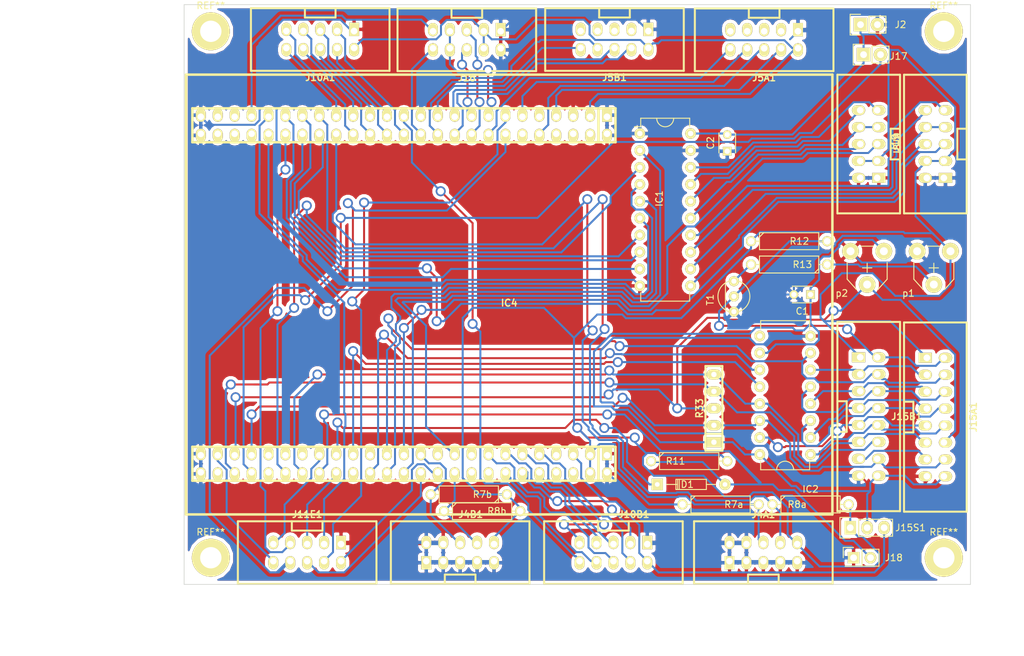
<source format=kicad_pcb>
(kicad_pcb (version 4) (host pcbnew 4.0.2-stable)
  (layers (0 F.Cu signal) (31 B.Cu signal) (35 F.Paste user) (37 F.SilkS user) (39 F.Mask user) (44 Edge.Cuts user))
  (net 0 "")
  (net 1 "Net-(C1-Pad1)")
  (net 2 GND)
  (net 3 +5V)
  (net 4 /PD0)
  (net 5 /PD1)
  (net 6 /PB8)
  (net 7 /PA15)
  (net 8 /PB3)
  (net 9 /PB5)
  (net 10 /PD10)
  (net 11 /PB12)
  (net 12 /PB13)
  (net 13 /PB15)
  (net 14 "Net-(IC1-Pad11)")
  (net 15 "Net-(IC1-Pad12)")
  (net 16 "Net-(IC1-Pad13)")
  (net 17 "Net-(IC1-Pad14)")
  (net 18 "Net-(IC1-Pad15)")
  (net 19 "Net-(IC1-Pad16)")
  (net 20 "Net-(IC1-Pad17)")
  (net 21 "Net-(IC1-Pad18)")
  (net 22 "Net-(IC2-Pad1)")
  (net 23 "Net-(IC2-Pad2)")
  (net 24 "Net-(IC2-Pad3)")
  (net 25 "Net-(IC2-Pad4)")
  (net 26 "Net-(IC2-Pad5)")
  (net 27 "Net-(IC2-Pad6)")
  (net 28 /PD7)
  (net 29 "Net-(IC2-Pad9)")
  (net 30 /PD6)
  (net 31 /PD3)
  (net 32 /PC11)
  (net 33 /PA8)
  (net 34 "Net-(IC2-Pad15)")
  (net 35 /PB10)
  (net 36 /PB11)
  (net 37 /PB6)
  (net 38 /PB9)
  (net 39 +3V3)
  (net 40 "Net-(J5A1-Pad3)")
  (net 41 /PC1)
  (net 42 /PC2)
  (net 43 /PA1)
  (net 44 /PA4)
  (net 45 "Net-(J5B1-Pad3)")
  (net 46 /PC4)
  (net 47 /PC5)
  (net 48 /PB0)
  (net 49 /PB1)
  (net 50 /PB14)
  (net 51 /PE8)
  (net 52 /PE9)
  (net 53 /PE10)
  (net 54 /PE11)
  (net 55 /PE12)
  (net 56 /PE13)
  (net 57 /PE14)
  (net 58 /PE15)
  (net 59 /PC13)
  (net 60 /PC14)
  (net 61 /PC15)
  (net 62 /PE2)
  (net 63 /PE4)
  (net 64 /PE5)
  (net 65 /PE6)
  (net 66 /PE7)
  (net 67 /PD9)
  (net 68 /PA3)
  (net 69 /PD2)
  (net 70 /PB7)
  (net 71 /PD8)
  (net 72 /PA2)
  (net 73 /PC12)
  (net 74 /PC6)
  (net 75 "Net-(J15A1-Pad2)")
  (net 76 /PC8)
  (net 77 "Net-(J15A1-Pad13)")
  (net 78 /PC9)
  (net 79 /PA6)
  (net 80 /PA7)
  (net 81 /PA5)
  (net 82 /PD11)
  (net 83 /PB2)
  (net 84 /PA9)
  (net 85 /PB4)
  (net 86 "Net-(R13-Pad1)")
  (net 87 "Net-(R13-Pad2)")
  (net 88 "Net-(IC4-Pad59)")
  (net 89 "Net-(IC4-Pad61)")
  (net 90 "Net-(IC4-Pad63)")
  (net 91 "Net-(IC4-Pad71)")
  (net 92 "Net-(IC4-Pad79)")
  (net 93 "Net-(IC4-Pad83)")
  (net 94 "Net-(IC4-Pad93)")
  (net 95 "Net-(IC4-Pad96)")
  (net 96 "Net-(IC4-Pad94)")
  (net 97 "Net-(IC4-Pad86)")
  (net 98 "Net-(IC4-Pad84)")
  (net 99 "Net-(IC4-Pad70)")
  (net 100 "Net-(IC4-Pad60)")
  (net 101 "Net-(IC4-Pad54)")
  (net 102 "Net-(IC4-Pad48)")
  (net 103 "Net-(IC4-Pad46)")
  (net 104 "Net-(IC4-Pad44)")
  (net 105 "Net-(IC4-Pad12)")
  (net 106 "Net-(IC4-Pad8)")
  (net 107 "Net-(IC4-Pad6)")
  (net 108 "Net-(IC4-Pad9)")
  (net 109 "Net-(IC4-Pad45)")
  (net 110 "Net-(IC4-Pad47)")
  (module Housings_DIP:DIP-20_W7.62mm (layer F.Cu) (at 108.38 32.34)
    (fp_text reference IC1 (at 2.92 9.76 90) (layer F.SilkS))
    (fp_text value 74HCT541_PWR)
    (pad 1 thru_hole oval (at 0 0) (size 1.6 1.6) (drill 0.8) (layers *.Cu *.Mask F.SilkS) (net 2 GND))
    (pad 2 thru_hole oval (at 0 2.54) (size 1.6 1.6) (drill 0.8) (layers *.Cu *.Mask F.SilkS) (net 6 /PB8))
    (pad 3 thru_hole oval (at 0 5.08) (size 1.6 1.6) (drill 0.8) (layers *.Cu *.Mask F.SilkS) (net 7 /PA15))
    (pad 4 thru_hole oval (at 0 7.62) (size 1.6 1.6) (drill 0.8) (layers *.Cu *.Mask F.SilkS) (net 8 /PB3))
    (pad 5 thru_hole oval (at 0 10.16) (size 1.6 1.6) (drill 0.8) (layers *.Cu *.Mask F.SilkS) (net 9 /PB5))
    (pad 6 thru_hole oval (at 0 12.7) (size 1.6 1.6) (drill 0.8) (layers *.Cu *.Mask F.SilkS) (net 10 /PD10))
    (pad 7 thru_hole oval (at 0 15.24) (size 1.6 1.6) (drill 0.8) (layers *.Cu *.Mask F.SilkS) (net 11 /PB12))
    (pad 8 thru_hole oval (at 0 17.78) (size 1.6 1.6) (drill 0.8) (layers *.Cu *.Mask F.SilkS) (net 12 /PB13))
    (pad 9 thru_hole oval (at 0 20.32) (size 1.6 1.6) (drill 0.8) (layers *.Cu *.Mask F.SilkS) (net 13 /PB15))
    (pad 10 thru_hole oval (at 0 22.86) (size 1.6 1.6) (drill 0.8) (layers *.Cu *.Mask F.SilkS) (net 2 GND))
    (pad 11 thru_hole oval (at 7.62 22.86) (size 1.6 1.6) (drill 0.8) (layers *.Cu *.Mask F.SilkS) (net 14 "Net-(IC1-Pad11)"))
    (pad 12 thru_hole oval (at 7.62 20.32) (size 1.6 1.6) (drill 0.8) (layers *.Cu *.Mask F.SilkS) (net 15 "Net-(IC1-Pad12)"))
    (pad 13 thru_hole oval (at 7.62 17.78) (size 1.6 1.6) (drill 0.8) (layers *.Cu *.Mask F.SilkS) (net 16 "Net-(IC1-Pad13)"))
    (pad 14 thru_hole oval (at 7.62 15.24) (size 1.6 1.6) (drill 0.8) (layers *.Cu *.Mask F.SilkS) (net 17 "Net-(IC1-Pad14)"))
    (pad 15 thru_hole oval (at 7.62 12.7) (size 1.6 1.6) (drill 0.8) (layers *.Cu *.Mask F.SilkS) (net 18 "Net-(IC1-Pad15)"))
    (pad 16 thru_hole oval (at 7.62 10.16) (size 1.6 1.6) (drill 0.8) (layers *.Cu *.Mask F.SilkS) (net 19 "Net-(IC1-Pad16)"))
    (pad 17 thru_hole oval (at 7.62 7.62) (size 1.6 1.6) (drill 0.8) (layers *.Cu *.Mask F.SilkS) (net 20 "Net-(IC1-Pad17)"))
    (pad 18 thru_hole oval (at 7.62 5.08) (size 1.6 1.6) (drill 0.8) (layers *.Cu *.Mask F.SilkS) (net 21 "Net-(IC1-Pad18)"))
    (pad 19 thru_hole oval (at 7.62 2.54) (size 1.6 1.6) (drill 0.8) (layers *.Cu *.Mask F.SilkS) (net 2 GND))
    (pad 20 thru_hole oval (at 7.62 0) (size 1.6 1.6) (drill 0.8) (layers *.Cu *.Mask F.SilkS) (net 3 +5V))
  )
  (module Housings_DIP:DIP-16_W7.62mm (layer F.Cu) (at 134 80.5 180)
    (fp_text reference IC2 (at 0 -5.22 180) (layer F.SilkS))
    (fp_text value 74HC595)
    (pad 1 thru_hole oval (at 0 0 180) (size 1.6 1.6) (drill 0.8) (layers *.Cu *.Mask F.SilkS) (net 22 "Net-(IC2-Pad1)"))
    (pad 2 thru_hole oval (at 0 2.54 180) (size 1.6 1.6) (drill 0.8) (layers *.Cu *.Mask F.SilkS) (net 23 "Net-(IC2-Pad2)"))
    (pad 3 thru_hole oval (at 0 5.08 180) (size 1.6 1.6) (drill 0.8) (layers *.Cu *.Mask F.SilkS) (net 24 "Net-(IC2-Pad3)"))
    (pad 4 thru_hole oval (at 0 7.62 180) (size 1.6 1.6) (drill 0.8) (layers *.Cu *.Mask F.SilkS) (net 25 "Net-(IC2-Pad4)"))
    (pad 5 thru_hole oval (at 0 10.16 180) (size 1.6 1.6) (drill 0.8) (layers *.Cu *.Mask F.SilkS) (net 26 "Net-(IC2-Pad5)"))
    (pad 6 thru_hole oval (at 0 12.7 180) (size 1.6 1.6) (drill 0.8) (layers *.Cu *.Mask F.SilkS) (net 27 "Net-(IC2-Pad6)"))
    (pad 7 thru_hole oval (at 0 15.24 180) (size 1.6 1.6) (drill 0.8) (layers *.Cu *.Mask F.SilkS) (net 28 /PD7))
    (pad 8 thru_hole oval (at 0 17.78 180) (size 1.6 1.6) (drill 0.8) (layers *.Cu *.Mask F.SilkS) (net 2 GND))
    (pad 9 thru_hole oval (at 7.62 17.78 180) (size 1.6 1.6) (drill 0.8) (layers *.Cu *.Mask F.SilkS) (net 29 "Net-(IC2-Pad9)"))
    (pad 10 thru_hole oval (at 7.62 15.24 180) (size 1.6 1.6) (drill 0.8) (layers *.Cu *.Mask F.SilkS) (net 1 "Net-(C1-Pad1)"))
    (pad 11 thru_hole oval (at 7.62 12.7 180) (size 1.6 1.6) (drill 0.8) (layers *.Cu *.Mask F.SilkS) (net 30 /PD6))
    (pad 12 thru_hole oval (at 7.62 10.16 180) (size 1.6 1.6) (drill 0.8) (layers *.Cu *.Mask F.SilkS) (net 31 /PD3))
    (pad 13 thru_hole oval (at 7.62 7.62 180) (size 1.6 1.6) (drill 0.8) (layers *.Cu *.Mask F.SilkS) (net 32 /PC11))
    (pad 14 thru_hole oval (at 7.62 5.08 180) (size 1.6 1.6) (drill 0.8) (layers *.Cu *.Mask F.SilkS) (net 33 /PA8))
    (pad 15 thru_hole oval (at 7.62 2.54 180) (size 1.6 1.6) (drill 0.8) (layers *.Cu *.Mask F.SilkS) (net 34 "Net-(IC2-Pad15)"))
    (pad 16 thru_hole oval (at 7.62 0 180) (size 1.6 1.6) (drill 0.8) (layers *.Cu *.Mask F.SilkS) (net 1 "Net-(C1-Pad1)"))
  )
  (module w_conn_misc:stm32f4_discovery_header (layer F.Cu) (at 88.78 56.5)
    (fp_text reference IC4 (at 0 1.27) (layer F.SilkS) (effects (font (size 1.016 1.016) (thickness 0.2032))))
    (fp_text value STM32F4_Discovery_Header hide)
    (pad 51 thru_hole oval (at -46.28 24.13) (size 1.5 2) (drill 0.99822 (offset 0 -0.25)) (layers *.Cu *.Mask F.SilkS) (net 2 GND))
    (pad 53 thru_hole oval (at -43.74 24.13) (size 1.5 2) (drill 0.99822 (offset 0 -0.25)) (layers *.Cu *.Mask F.SilkS) (net 74 /PC6))
    (pad 55 thru_hole oval (at -41.2 24.13) (size 1.5 2) (drill 0.99822 (offset 0 -0.25)) (layers *.Cu *.Mask F.SilkS) (net 76 /PC8))
    (pad 57 thru_hole oval (at -38.66 24.13) (size 1.5 2) (drill 0.99822 (offset 0 -0.25)) (layers *.Cu *.Mask F.SilkS) (net 33 /PA8))
    (pad 59 thru_hole oval (at -36.12 24.13) (size 1.5 2) (drill 0.99822 (offset 0 -0.25)) (layers *.Cu *.Mask F.SilkS) (net 88 "Net-(IC4-Pad59)"))
    (pad 61 thru_hole oval (at -33.58 24.13) (size 1.5 2) (drill 0.99822 (offset 0 -0.25)) (layers *.Cu *.Mask F.SilkS) (net 89 "Net-(IC4-Pad61)"))
    (pad 63 thru_hole oval (at -31.04 24.13) (size 1.5 2) (drill 0.99822 (offset 0 -0.25)) (layers *.Cu *.Mask F.SilkS) (net 90 "Net-(IC4-Pad63)"))
    (pad 65 thru_hole oval (at -28.5 24.13) (size 1.5 2) (drill 0.99822 (offset 0 -0.25)) (layers *.Cu *.Mask F.SilkS) (net 73 /PC12))
    (pad 67 thru_hole oval (at -25.96 24.13) (size 1.5 2) (drill 0.99822 (offset 0 -0.25)) (layers *.Cu *.Mask F.SilkS) (net 5 /PD1))
    (pad 69 thru_hole oval (at -23.42 24.13) (size 1.5 2) (drill 0.99822 (offset 0 -0.25)) (layers *.Cu *.Mask F.SilkS) (net 31 /PD3))
    (pad 71 thru_hole oval (at -20.88 24.13) (size 1.5 2) (drill 0.99822 (offset 0 -0.25)) (layers *.Cu *.Mask F.SilkS) (net 91 "Net-(IC4-Pad71)"))
    (pad 73 thru_hole oval (at -18.34 24.13) (size 1.5 2) (drill 0.99822 (offset 0 -0.25)) (layers *.Cu *.Mask F.SilkS) (net 28 /PD7))
    (pad 75 thru_hole oval (at -15.8 24.13) (size 1.5 2) (drill 0.99822 (offset 0 -0.25)) (layers *.Cu *.Mask F.SilkS) (net 85 /PB4))
    (pad 77 thru_hole oval (at -13.26 24.13) (size 1.5 2) (drill 0.99822 (offset 0 -0.25)) (layers *.Cu *.Mask F.SilkS) (net 37 /PB6))
    (pad 79 thru_hole oval (at -10.72 24.13) (size 1.5 2) (drill 0.99822 (offset 0 -0.25)) (layers *.Cu *.Mask F.SilkS) (net 92 "Net-(IC4-Pad79)"))
    (pad 81 thru_hole oval (at -8.18 24.13) (size 1.5 2) (drill 0.99822 (offset 0 -0.25)) (layers *.Cu *.Mask F.SilkS) (net 6 /PB8))
    (pad 83 thru_hole oval (at -5.64 24.13) (size 1.5 2) (drill 0.99822 (offset 0 -0.25)) (layers *.Cu *.Mask F.SilkS) (net 93 "Net-(IC4-Pad83)"))
    (pad 85 thru_hole oval (at -3.1 24.13) (size 1.5 2) (drill 0.99822 (offset 0 -0.25)) (layers *.Cu *.Mask F.SilkS) (net 62 /PE2))
    (pad 87 thru_hole oval (at -0.56 24.13) (size 1.5 2) (drill 0.99822 (offset 0 -0.25)) (layers *.Cu *.Mask F.SilkS) (net 63 /PE4))
    (pad 89 thru_hole oval (at 1.98 24.13) (size 1.5 2) (drill 0.99822 (offset 0 -0.25)) (layers *.Cu *.Mask F.SilkS) (net 65 /PE6))
    (pad 91 thru_hole oval (at 4.52 24.13) (size 1.5 2) (drill 0.99822 (offset 0 -0.25)) (layers *.Cu *.Mask F.SilkS) (net 60 /PC14))
    (pad 93 thru_hole oval (at 7.06 24.13) (size 1.5 2) (drill 0.99822 (offset 0 -0.25)) (layers *.Cu *.Mask F.SilkS) (net 94 "Net-(IC4-Pad93)"))
    (pad 95 thru_hole oval (at 9.6 24.13) (size 1.5 2) (drill 0.99822 (offset 0 -0.25)) (layers *.Cu *.Mask F.SilkS) (net 39 +3V3))
    (pad 97 thru_hole oval (at 12.14 24.13) (size 1.5 2) (drill 0.99822 (offset 0 -0.25)) (layers *.Cu *.Mask F.SilkS) (net 3 +5V))
    (pad 99 thru_hole rect (at 14.68 24.13) (size 1.5 2) (drill 1.00076 (offset 0 -0.25)) (layers *.Cu *.Mask F.SilkS) (net 2 GND))
    (pad 100 thru_hole oval (at 14.68 26.67) (size 1.5 2) (drill 1.00076 (offset 0 0.25)) (layers *.Cu *.Mask F.SilkS) (net 2 GND))
    (pad 98 thru_hole oval (at 12.14 26.67) (size 1.5 2) (drill 1.00076 (offset 0 0.25)) (layers *.Cu *.Mask F.SilkS) (net 3 +5V))
    (pad 96 thru_hole oval (at 9.6 26.67) (size 1.5 2) (drill 1.00076 (offset 0 0.25)) (layers *.Cu *.Mask F.SilkS) (net 95 "Net-(IC4-Pad96)"))
    (pad 94 thru_hole oval (at 7.06 26.67) (size 1.5 2) (drill 1.00076 (offset 0 0.25)) (layers *.Cu *.Mask F.SilkS) (net 96 "Net-(IC4-Pad94)"))
    (pad 92 thru_hole oval (at 4.52 26.67) (size 1.5 2) (drill 1.00076 (offset 0 0.25)) (layers *.Cu *.Mask F.SilkS) (net 61 /PC15))
    (pad 90 thru_hole oval (at 1.98 26.67) (size 1.5 2) (drill 1.00076 (offset 0 0.25)) (layers *.Cu *.Mask F.SilkS) (net 59 /PC13))
    (pad 88 thru_hole oval (at -0.56 26.67) (size 1.5 2) (drill 1.00076 (offset 0 0.25)) (layers *.Cu *.Mask F.SilkS) (net 64 /PE5))
    (pad 86 thru_hole oval (at -3.1 26.67) (size 1.5 2) (drill 1.00076 (offset 0 0.25)) (layers *.Cu *.Mask F.SilkS) (net 97 "Net-(IC4-Pad86)"))
    (pad 84 thru_hole oval (at -5.64 26.67) (size 1.5 2) (drill 1.00076 (offset 0 0.25)) (layers *.Cu *.Mask F.SilkS) (net 98 "Net-(IC4-Pad84)"))
    (pad 82 thru_hole oval (at -8.18 26.67) (size 1.5 2) (drill 1.00076 (offset 0 0.25)) (layers *.Cu *.Mask F.SilkS) (net 38 /PB9))
    (pad 80 thru_hole oval (at -10.72 26.67) (size 1.5 2) (drill 1.00076 (offset 0 0.25)) (layers *.Cu *.Mask F.SilkS) (net 39 +3V3))
    (pad 78 thru_hole oval (at -13.26 26.67) (size 1.5 2) (drill 1.00076 (offset 0 0.25)) (layers *.Cu *.Mask F.SilkS) (net 70 /PB7))
    (pad 76 thru_hole oval (at -15.8 26.67) (size 1.5 2) (drill 1.00076 (offset 0 0.25)) (layers *.Cu *.Mask F.SilkS) (net 9 /PB5))
    (pad 74 thru_hole oval (at -18.34 26.67) (size 1.5 2) (drill 1.00076 (offset 0 0.25)) (layers *.Cu *.Mask F.SilkS) (net 8 /PB3))
    (pad 72 thru_hole oval (at -20.88 26.67) (size 1.5 2) (drill 1.00076 (offset 0 0.25)) (layers *.Cu *.Mask F.SilkS) (net 30 /PD6))
    (pad 70 thru_hole oval (at -23.42 26.67) (size 1.5 2) (drill 1.00076 (offset 0 0.25)) (layers *.Cu *.Mask F.SilkS) (net 99 "Net-(IC4-Pad70)"))
    (pad 68 thru_hole oval (at -25.96 26.67) (size 1.5 2) (drill 1.00076 (offset 0 0.25)) (layers *.Cu *.Mask F.SilkS) (net 69 /PD2))
    (pad 66 thru_hole oval (at -28.5 26.67) (size 1.5 2) (drill 1.00076 (offset 0 0.25)) (layers *.Cu *.Mask F.SilkS) (net 4 /PD0))
    (pad 64 thru_hole oval (at -31.04 26.67) (size 1.5 2) (drill 1.00076 (offset 0 0.25)) (layers *.Cu *.Mask F.SilkS) (net 32 /PC11))
    (pad 62 thru_hole oval (at -33.58 26.67) (size 1.5 2) (drill 1.00076 (offset 0 0.25)) (layers *.Cu *.Mask F.SilkS) (net 7 /PA15))
    (pad 60 thru_hole oval (at -36.12 26.67) (size 1.5 2) (drill 1.00076 (offset 0 0.25)) (layers *.Cu *.Mask F.SilkS) (net 100 "Net-(IC4-Pad60)"))
    (pad 58 thru_hole oval (at -38.66 26.67) (size 1.5 2) (drill 1.00076 (offset 0 0.25)) (layers *.Cu *.Mask F.SilkS) (net 84 /PA9))
    (pad 56 thru_hole oval (at -41.2 26.67) (size 1.5 2) (drill 1.00076 (offset 0 0.25)) (layers *.Cu *.Mask F.SilkS) (net 78 /PC9))
    (pad 54 thru_hole oval (at -43.74 26.67) (size 1.5 2) (drill 1.00076 (offset 0 0.25)) (layers *.Cu *.Mask F.SilkS) (net 101 "Net-(IC4-Pad54)"))
    (pad 52 thru_hole oval (at -46.28 26.67) (size 1.5 2) (drill 1.00076 (offset 0 0.25)) (layers *.Cu *.Mask F.SilkS) (net 2 GND))
    (pad 50 thru_hole oval (at -46.28 -24.13) (size 1.5 2) (drill 1.00076 (offset 0 0.25)) (layers *.Cu *.Mask F.SilkS) (net 2 GND))
    (pad 48 thru_hole oval (at -43.74 -24.13) (size 1.5 2) (drill 1.00076 (offset 0 0.25)) (layers *.Cu *.Mask F.SilkS) (net 102 "Net-(IC4-Pad48)"))
    (pad 46 thru_hole oval (at -41.2 -24.13) (size 1.5 2) (drill 1.00076 (offset 0 0.25)) (layers *.Cu *.Mask F.SilkS) (net 103 "Net-(IC4-Pad46)"))
    (pad 44 thru_hole oval (at -38.66 -24.13) (size 1.5 2) (drill 1.00076 (offset 0 0.25)) (layers *.Cu *.Mask F.SilkS) (net 104 "Net-(IC4-Pad44)"))
    (pad 42 thru_hole oval (at -36.12 -24.13) (size 1.5 2) (drill 1.00076 (offset 0 0.25)) (layers *.Cu *.Mask F.SilkS) (net 10 /PD10))
    (pad 40 thru_hole oval (at -33.58 -24.13) (size 1.5 2) (drill 1.00076 (offset 0 0.25)) (layers *.Cu *.Mask F.SilkS) (net 71 /PD8))
    (pad 38 thru_hole oval (at -31.04 -24.13) (size 1.5 2) (drill 1.00076 (offset 0 0.25)) (layers *.Cu *.Mask F.SilkS) (net 50 /PB14))
    (pad 36 thru_hole oval (at -28.5 -24.13) (size 1.5 2) (drill 1.00076 (offset 0 0.25)) (layers *.Cu *.Mask F.SilkS) (net 11 /PB12))
    (pad 34 thru_hole oval (at -25.96 -24.13) (size 1.5 2) (drill 1.00076 (offset 0 0.25)) (layers *.Cu *.Mask F.SilkS) (net 35 /PB10))
    (pad 32 thru_hole oval (at -23.42 -24.13) (size 1.5 2) (drill 1.00076 (offset 0 0.25)) (layers *.Cu *.Mask F.SilkS) (net 57 /PE14))
    (pad 30 thru_hole oval (at -20.88 -24.13) (size 1.5 2) (drill 1.00076 (offset 0 0.25)) (layers *.Cu *.Mask F.SilkS) (net 55 /PE12))
    (pad 28 thru_hole oval (at -18.34 -24.13) (size 1.5 2) (drill 1.00076 (offset 0 0.25)) (layers *.Cu *.Mask F.SilkS) (net 53 /PE10))
    (pad 26 thru_hole oval (at -15.8 -24.13) (size 1.5 2) (drill 1.00076 (offset 0 0.25)) (layers *.Cu *.Mask F.SilkS) (net 51 /PE8))
    (pad 24 thru_hole oval (at -13.26 -24.13) (size 1.5 2) (drill 1.00076 (offset 0 0.25)) (layers *.Cu *.Mask F.SilkS) (net 83 /PB2))
    (pad 22 thru_hole oval (at -10.72 -24.13) (size 1.5 2) (drill 1.00076 (offset 0 0.25)) (layers *.Cu *.Mask F.SilkS) (net 48 /PB0))
    (pad 20 thru_hole oval (at -8.18 -24.13) (size 1.5 2) (drill 1.00076 (offset 0 0.25)) (layers *.Cu *.Mask F.SilkS) (net 46 /PC4))
    (pad 18 thru_hole oval (at -5.64 -24.13) (size 1.5 2) (drill 1.00076 (offset 0 0.25)) (layers *.Cu *.Mask F.SilkS) (net 79 /PA6))
    (pad 16 thru_hole oval (at -3.1 -24.13) (size 1.5 2) (drill 1.00076 (offset 0 0.25)) (layers *.Cu *.Mask F.SilkS) (net 44 /PA4))
    (pad 14 thru_hole oval (at -0.56 -24.13) (size 1.5 2) (drill 1.00076 (offset 0 0.25)) (layers *.Cu *.Mask F.SilkS) (net 72 /PA2))
    (pad 12 thru_hole oval (at 1.98 -24.13) (size 1.5 2) (drill 1.00076 (offset 0 0.25)) (layers *.Cu *.Mask F.SilkS) (net 105 "Net-(IC4-Pad12)"))
    (pad 10 thru_hole oval (at 4.52 -24.13) (size 1.5 2) (drill 1.00076 (offset 0 0.25)) (layers *.Cu *.Mask F.SilkS) (net 42 /PC2))
    (pad 8 thru_hole oval (at 7.06 -24.13) (size 1.5 2) (drill 1.00076 (offset 0 0.25)) (layers *.Cu *.Mask F.SilkS) (net 106 "Net-(IC4-Pad8)"))
    (pad 6 thru_hole oval (at 9.6 -24.13) (size 1.5 2) (drill 1.00076 (offset 0 0.25)) (layers *.Cu *.Mask F.SilkS) (net 107 "Net-(IC4-Pad6)"))
    (pad 4 thru_hole oval (at 12.14 -24.13) (size 1.5 2) (drill 1.00076 (offset 0 0.25)) (layers *.Cu *.Mask F.SilkS) (net 39 +3V3))
    (pad 2 thru_hole oval (at 14.68 -24.13) (size 1.5 2) (drill 1.00076 (offset 0 0.25)) (layers *.Cu *.Mask F.SilkS) (net 2 GND))
    (pad 1 thru_hole rect (at 14.68 -26.67) (size 1.5 2) (drill 1.00076 (offset 0 -0.25)) (layers *.Cu *.Mask F.SilkS) (net 2 GND))
    (pad 3 thru_hole oval (at 12.14 -26.67) (size 1.5 2) (drill 0.99822 (offset 0 -0.25)) (layers *.Cu *.Mask F.SilkS) (net 39 +3V3))
    (pad 5 thru_hole oval (at 9.6 -26.67) (size 1.5 2) (drill 0.99822 (offset 0 -0.25)) (layers *.Cu *.Mask F.SilkS) (net 2 GND))
    (pad 7 thru_hole oval (at 7.06 -26.67) (size 1.5 2) (drill 0.99822 (offset 0 -0.25)) (layers *.Cu *.Mask F.SilkS) (net 41 /PC1))
    (pad 9 thru_hole oval (at 4.52 -26.67) (size 1.5 2) (drill 0.99822 (offset 0 -0.25)) (layers *.Cu *.Mask F.SilkS) (net 108 "Net-(IC4-Pad9)"))
    (pad 11 thru_hole oval (at 1.98 -26.67) (size 1.5 2) (drill 0.99822 (offset 0 -0.25)) (layers *.Cu *.Mask F.SilkS) (net 43 /PA1))
    (pad 13 thru_hole oval (at -0.56 -26.67) (size 1.5 2) (drill 0.99822 (offset 0 -0.25)) (layers *.Cu *.Mask F.SilkS) (net 68 /PA3))
    (pad 15 thru_hole oval (at -3.1 -26.67) (size 1.5 2) (drill 0.99822 (offset 0 -0.25)) (layers *.Cu *.Mask F.SilkS) (net 81 /PA5))
    (pad 17 thru_hole oval (at -5.64 -26.67) (size 1.5 2) (drill 0.99822 (offset 0 -0.25)) (layers *.Cu *.Mask F.SilkS) (net 80 /PA7))
    (pad 19 thru_hole oval (at -8.18 -26.67) (size 1.5 2) (drill 0.99822 (offset 0 -0.25)) (layers *.Cu *.Mask F.SilkS) (net 47 /PC5))
    (pad 21 thru_hole oval (at -10.72 -26.67) (size 1.5 2) (drill 0.99822 (offset 0 -0.25)) (layers *.Cu *.Mask F.SilkS) (net 49 /PB1))
    (pad 23 thru_hole oval (at -13.26 -26.67) (size 1.5 2) (drill 0.99822 (offset 0 -0.25)) (layers *.Cu *.Mask F.SilkS) (net 2 GND))
    (pad 25 thru_hole oval (at -15.8 -26.67) (size 1.5 2) (drill 0.99822 (offset 0 -0.25)) (layers *.Cu *.Mask F.SilkS) (net 66 /PE7))
    (pad 27 thru_hole oval (at -18.34 -26.67) (size 1.5 2) (drill 0.99822 (offset 0 -0.25)) (layers *.Cu *.Mask F.SilkS) (net 52 /PE9))
    (pad 29 thru_hole oval (at -20.88 -26.67) (size 1.5 2) (drill 0.99822 (offset 0 -0.25)) (layers *.Cu *.Mask F.SilkS) (net 54 /PE11))
    (pad 31 thru_hole oval (at -23.42 -26.67) (size 1.5 2) (drill 0.99822 (offset 0 -0.25)) (layers *.Cu *.Mask F.SilkS) (net 56 /PE13))
    (pad 33 thru_hole oval (at -25.96 -26.67) (size 1.5 2) (drill 0.99822 (offset 0 -0.25)) (layers *.Cu *.Mask F.SilkS) (net 58 /PE15))
    (pad 35 thru_hole oval (at -28.5 -26.67) (size 1.5 2) (drill 0.99822 (offset 0 -0.25)) (layers *.Cu *.Mask F.SilkS) (net 36 /PB11))
    (pad 37 thru_hole oval (at -31.04 -26.67) (size 1.5 2) (drill 0.99822 (offset 0 -0.25)) (layers *.Cu *.Mask F.SilkS) (net 12 /PB13))
    (pad 39 thru_hole oval (at -33.58 -26.67) (size 1.5 2) (drill 0.99822 (offset 0 -0.25)) (layers *.Cu *.Mask F.SilkS) (net 13 /PB15))
    (pad 41 thru_hole oval (at -36.12 -26.67) (size 1.5 2) (drill 0.99822 (offset 0 -0.25)) (layers *.Cu *.Mask F.SilkS) (net 67 /PD9))
    (pad 43 thru_hole oval (at -38.66 -26.67) (size 1.5 2) (drill 0.99822 (offset 0 -0.25)) (layers *.Cu *.Mask F.SilkS) (net 82 /PD11))
    (pad 45 thru_hole oval (at -41.2 -26.67) (size 1.5 2) (drill 0.99822 (offset 0 -0.25)) (layers *.Cu *.Mask F.SilkS) (net 109 "Net-(IC4-Pad45)"))
    (pad 47 thru_hole oval (at -43.74 -26.67) (size 1.5 2) (drill 0.99822 (offset 0 -0.25)) (layers *.Cu *.Mask F.SilkS) (net 110 "Net-(IC4-Pad47)"))
    (pad 49 thru_hole oval (at -46.28 -26.67) (size 1.5 2) (drill 0.99822 (offset 0 -0.25)) (layers *.Cu *.Mask F.SilkS) (net 2 GND))
  )
  (module Mounting_Holes:MountingHole_3.2mm_M3_ISO7380_Pad (layer F.Cu) (at 44 96)
    (fp_text reference REF** (at 0 -3.85) (layer F.SilkS))
    (fp_text value MountingHole_3mm)
    (pad 1 thru_hole circle (at 0 0) (size 5.7 5.7) (drill 3.2) (layers *.Cu *.Mask F.SilkS))
  )
  (module Diodes_ThroughHole:Diode_DO-35_SOD27_Horizontal_RM10 (layer F.Cu) (at 111 85)
    (fp_text reference D1 (at 4.50052 -0.00254) (layer F.SilkS))
    (fp_text value D)
    (pad 2 thru_hole circle (at 10.16052 -0.00254 180) (size 1.69926 1.69926) (drill 0.70104) (layers *.Cu *.Mask F.SilkS) (net 4 /PD0))
    (pad 1 thru_hole rect (at 0.00052 -0.00254 180) (size 1.69926 1.69926) (drill 0.70104) (layers *.Cu *.Mask F.SilkS) (net 5 /PD1))
  )
  (module Pin_Headers:Pin_Header_Straight_1x02 (layer F.Cu) (at 141.5 16 90)
    (fp_text reference J2 (at 0 6 180) (layer F.SilkS))
    (fp_text value CONN_2)
    (pad 1 thru_hole rect (at 0 0 90) (size 2.032 2.032) (drill 1.016) (layers *.Cu *.Mask F.SilkS) (net 3 +5V))
    (pad 2 thru_hole oval (at 0 2.54 90) (size 2.032 2.032) (drill 1.016) (layers *.Cu *.Mask F.SilkS) (net 2 GND))
  )
  (module Pin_Headers:Pin_Header_Straight_1x03 (layer F.Cu) (at 139.96 91.5 90)
    (fp_text reference J15S1 (at 0 9.04 180) (layer F.SilkS))
    (fp_text value CONN_01X03)
    (pad 1 thru_hole rect (at 0 0 90) (size 2.032 1.7272) (drill 1.016) (layers *.Cu *.Mask F.SilkS) (net 3 +5V))
    (pad 2 thru_hole oval (at 0 2.54 90) (size 2.032 1.7272) (drill 1.016) (layers *.Cu *.Mask F.SilkS) (net 1 "Net-(C1-Pad1)"))
    (pad 3 thru_hole oval (at 0 5.08 90) (size 2.032 1.7272) (drill 1.016) (layers *.Cu *.Mask F.SilkS) (net 39 +3V3))
  )
  (module Pin_Headers:Pin_Header_Straight_1x02 (layer F.Cu) (at 141.96 20.5 90)
    (fp_text reference J17 (at -0.25 5.25 180) (layer F.SilkS))
    (fp_text value CONN_01X02)
    (pad 1 thru_hole rect (at 0 0 90) (size 2.032 2.032) (drill 1.016) (layers *.Cu *.Mask F.SilkS) (net 3 +5V))
    (pad 2 thru_hole oval (at 0 2.54 90) (size 2.032 2.032) (drill 1.016) (layers *.Cu *.Mask F.SilkS) (net 84 /PA9))
  )
  (module w_pth_resistors:r-sil_5 (layer F.Cu) (at 119.5 73.58 90)
    (fp_text reference R33 (at 0 -2.159 90) (layer F.SilkS) (effects (font (size 1.016 1.016) (thickness 0.2032))))
    (fp_text value R-SIL_4 hide)
    (pad 1 thru_hole rect (at -5.08 0 90) (size 1.524 2.19964) (drill 0.8001) (layers *.Cu *.Mask F.SilkS) (net 1 "Net-(C1-Pad1)"))
    (pad 2 thru_hole oval (at -2.54 0 90) (size 1.524 2.19964) (drill 0.8001) (layers *.Cu *.Mask F.SilkS) (net 33 /PA8))
    (pad 3 thru_hole oval (at 0 0 90) (size 1.524 2.19964) (drill 0.8001) (layers *.Cu *.Mask F.SilkS) (net 76 /PC8))
    (pad 4 thru_hole oval (at 2.54 0 90) (size 1.524 2.19964) (drill 0.8001) (layers *.Cu *.Mask F.SilkS) (net 78 /PC9))
    (pad 5 thru_hole oval (at 5.08 0 90) (size 1.524 2.19964) (drill 0.8001) (layers *.Cu *.Mask F.SilkS) (net 32 /PC11))
  )
  (module Discret:R4-5 (layer F.Cu) (at 115.785 81.5)
    (fp_text reference R11 (at -2.043 0) (layer F.SilkS))
    (fp_text value R)
    (pad 1 thru_hole circle (at -5.715 0) (size 1.524 1.524) (drill 1.016) (layers *.Cu *.Mask F.SilkS) (net 4 /PD0))
    (pad 2 thru_hole circle (at 5.715 0) (size 1.524 1.524) (drill 1.016) (layers *.Cu *.Mask F.SilkS) (net 3 +5V))
  )
  (module Discret:R4-5 (layer F.Cu) (at 134 88)
    (fp_text reference R8a (at -2 0) (layer F.SilkS))
    (fp_text value R)
    (pad 1 thru_hole circle (at -5.715 0) (size 1.524 1.524) (drill 1.016) (layers *.Cu *.Mask F.SilkS) (net 36 /PB11))
    (pad 2 thru_hole circle (at 5.715 0) (size 1.524 1.524) (drill 1.016) (layers *.Cu *.Mask F.SilkS) (net 3 +5V))
  )
  (module Discret:R4-5 (layer F.Cu) (at 84.715 89)
    (fp_text reference R8b (at 2.215 0) (layer F.SilkS))
    (fp_text value R)
    (pad 1 thru_hole circle (at -5.715 0) (size 1.524 1.524) (drill 1.016) (layers *.Cu *.Mask F.SilkS) (net 38 /PB9))
    (pad 2 thru_hole circle (at 5.715 0) (size 1.524 1.524) (drill 1.016) (layers *.Cu *.Mask F.SilkS) (net 3 +5V))
  )
  (module Discret:R4-5 (layer F.Cu) (at 130.785 52 180)
    (fp_text reference R13 (at -1.993 0 180) (layer F.SilkS))
    (fp_text value R)
    (pad 1 thru_hole circle (at -5.715 0 180) (size 1.524 1.524) (drill 1.016) (layers *.Cu *.Mask F.SilkS) (net 86 "Net-(R13-Pad1)"))
    (pad 2 thru_hole circle (at 5.715 0 180) (size 1.524 1.524) (drill 1.016) (layers *.Cu *.Mask F.SilkS) (net 87 "Net-(R13-Pad2)"))
  )
  (module Discret:R4-5 (layer F.Cu) (at 82.715 86.5 180)
    (fp_text reference R7b (at -2.043 0 180) (layer F.SilkS))
    (fp_text value R)
    (pad 1 thru_hole circle (at -5.715 0 180) (size 1.524 1.524) (drill 1.016) (layers *.Cu *.Mask F.SilkS) (net 3 +5V))
    (pad 2 thru_hole circle (at 5.715 0 180) (size 1.524 1.524) (drill 1.016) (layers *.Cu *.Mask F.SilkS) (net 37 /PB6))
  )
  (module Discret:R4-5 (layer F.Cu) (at 120.5 88)
    (fp_text reference R7a (at 1.993 0) (layer F.SilkS))
    (fp_text value R)
    (pad 1 thru_hole circle (at -5.715 0) (size 1.524 1.524) (drill 1.016) (layers *.Cu *.Mask F.SilkS) (net 3 +5V))
    (pad 2 thru_hole circle (at 5.715 0) (size 1.524 1.524) (drill 1.016) (layers *.Cu *.Mask F.SilkS) (net 35 /PB10))
  )
  (module Discret:R4-5 (layer F.Cu) (at 130.785 48.5)
    (fp_text reference R12 (at 1.543 0) (layer F.SilkS))
    (fp_text value R)
    (pad 1 thru_hole circle (at -5.715 0) (size 1.524 1.524) (drill 1.016) (layers *.Cu *.Mask F.SilkS) (net 3 +5V))
    (pad 2 thru_hole circle (at 5.715 0) (size 1.524 1.524) (drill 1.016) (layers *.Cu *.Mask F.SilkS) (net 75 "Net-(J15A1-Pad2)"))
  )
  (module Potentiometers:Potentiometer_VishaySpectrol-Econtrim-Type36T (layer F.Cu) (at 144.99936 50.00128 180)
    (fp_text reference p2 (at 6.30936 -6.30936 180) (layer F.SilkS))
    (fp_text value POT)
    (pad 2 thru_hole circle (at 2.49936 -4.99872 180) (size 2.49936 2.49936) (drill 1.19888) (layers *.Cu *.Mask F.SilkS) (net 76 /PC8))
    (pad 3 thru_hole circle (at 4.99872 0 180) (size 2.49936 2.49936) (drill 1.19888) (layers *.Cu *.Mask F.SilkS) (net 2 GND))
    (pad 1 thru_hole circle (at 0 0 180) (size 2.49936 2.49936) (drill 1.19888) (layers *.Cu *.Mask F.SilkS) (net 1 "Net-(C1-Pad1)"))
  )
  (module Potentiometers:Potentiometer_VishaySpectrol-Econtrim-Type36T (layer F.Cu) (at 154.99936 50.00128 180)
    (fp_text reference p1 (at 6.30936 -6.30936 180) (layer F.SilkS))
    (fp_text value POT)
    (pad 2 thru_hole circle (at 2.49936 -4.99872 180) (size 2.49936 2.49936) (drill 1.19888) (layers *.Cu *.Mask F.SilkS) (net 86 "Net-(R13-Pad1)"))
    (pad 3 thru_hole circle (at 4.99872 0 180) (size 2.49936 2.49936) (drill 1.19888) (layers *.Cu *.Mask F.SilkS) (net 2 GND))
    (pad 1 thru_hole circle (at 0 0 180) (size 2.49936 2.49936) (drill 1.19888) (layers *.Cu *.Mask F.SilkS) (net 3 +5V))
  )
  (module Pin_Headers:Pin_Header_Straight_2x01 (layer F.Cu) (at 140.46 96)
    (fp_text reference J18 (at 6.04 0) (layer F.SilkS))
    (fp_text value CONN_2)
    (pad 1 thru_hole rect (at 0 0) (size 1.7272 1.7272) (drill 1.016) (layers *.Cu *.Mask F.SilkS) (net 2 GND))
    (pad 2 thru_hole oval (at 2.54 0) (size 1.7272 1.7272) (drill 1.016) (layers *.Cu *.Mask F.SilkS) (net 4 /PD0))
  )
  (module "empreinte ksir:bc337" (layer F.Cu) (at 122.5 56.786 270)
    (fp_text reference T1 (at 0.508 3.556 270) (layer F.SilkS))
    (fp_text value BC817-40)
    (pad 3 thru_hole circle (at 0 0 270) (size 1.524 1.524) (drill 0.762) (layers *.Cu *.Mask F.SilkS) (net 75 "Net-(J15A1-Pad2)"))
    (pad 2 thru_hole circle (at 2.286 0 270) (size 1.524 1.524) (drill 0.762) (layers *.Cu *.Mask F.SilkS) (net 2 GND))
    (pad 1 thru_hole circle (at -2.286 0 270) (size 1.524 1.524) (drill 0.762) (layers *.Cu *.Mask F.SilkS) (net 87 "Net-(R13-Pad2)"))
  )
  (module w_conn_strip:vasch_strip_5x2 (layer F.Cu) (at 142.73 33.92 90)
    (fp_text reference J19 (at 0.2 4 90) (layer F.SilkS) (effects (font (thickness 0.2032))))
    (fp_text value CONN_02X05 hide)
    (pad 9 thru_hole oval (at 5.08 1.27 90) (size 1.5 2) (drill 1 (offset 0 0.25)) (layers *.Cu *.Mask F.SilkS) (net 21 "Net-(IC1-Pad18)"))
    (pad 10 thru_hole oval (at 5.08 -1.27 90) (size 1.5 2) (drill 1 (offset 0 -0.25)) (layers *.Cu *.Mask F.SilkS) (net 20 "Net-(IC1-Pad17)"))
    (pad 8 thru_hole oval (at 2.54 -1.27 90) (size 1.5 2) (drill 1 (offset 0 -0.25)) (layers *.Cu *.Mask F.SilkS) (net 19 "Net-(IC1-Pad16)"))
    (pad 7 thru_hole oval (at 2.54 1.27 90) (size 1.5 2) (drill 1 (offset 0 0.25)) (layers *.Cu *.Mask F.SilkS) (net 19 "Net-(IC1-Pad16)"))
    (pad 1 thru_hole rect (at -5.08 1.27 90) (size 1.5 2) (drill 1 (offset 0 0.25)) (layers *.Cu *.Mask F.SilkS) (net 2 GND))
    (pad 2 thru_hole oval (at -5.08 -1.27 90) (size 1.5 2) (drill 1 (offset 0 -0.25)) (layers *.Cu *.Mask F.SilkS) (net 2 GND))
    (pad 3 thru_hole oval (at -2.54 1.27 90) (size 1.5 2) (drill 1 (offset 0 0.25)) (layers *.Cu *.Mask F.SilkS) (net 3 +5V))
    (pad 4 thru_hole oval (at -2.54 -1.27 90) (size 1.5 2) (drill 1 (offset 0 -0.25)) (layers *.Cu *.Mask F.SilkS) (net 3 +5V))
    (pad 5 thru_hole oval (at 0 1.27 90) (size 1.5 2) (drill 1 (offset 0 0.25)) (layers *.Cu *.Mask F.SilkS) (net 85 /PB4))
    (pad 6 thru_hole oval (at 0 -1.27 90) (size 1.5 2) (drill 1 (offset 0 -0.25)) (layers *.Cu *.Mask F.SilkS) (net 18 "Net-(IC1-Pad15)"))
  )
  (module w_conn_strip:vasch_strip_5x2 (layer F.Cu) (at 82.42 18.27 180)
    (fp_text reference J16 (at 0 -5.7 180) (layer F.SilkS) (effects (font (thickness 0.2032))))
    (fp_text value CONN_02X05 hide)
    (pad 9 thru_hole oval (at 5.08 1.27 180) (size 1.5 2) (drill 1 (offset 0 0.25)) (layers *.Cu *.Mask F.SilkS) (net 82 /PD11))
    (pad 10 thru_hole oval (at 5.08 -1.27 180) (size 1.5 2) (drill 1 (offset 0 -0.25)) (layers *.Cu *.Mask F.SilkS) (net 83 /PB2))
    (pad 8 thru_hole oval (at 2.54 -1.27 180) (size 1.5 2) (drill 1 (offset 0 -0.25)) (layers *.Cu *.Mask F.SilkS) (net 81 /PA5))
    (pad 7 thru_hole oval (at 2.54 1.27 180) (size 1.5 2) (drill 1 (offset 0 0.25)) (layers *.Cu *.Mask F.SilkS) (net 81 /PA5))
    (pad 1 thru_hole rect (at -5.08 1.27 180) (size 1.5 2) (drill 1 (offset 0 0.25)) (layers *.Cu *.Mask F.SilkS) (net 2 GND))
    (pad 2 thru_hole oval (at -5.08 -1.27 180) (size 1.5 2) (drill 1 (offset 0 -0.25)) (layers *.Cu *.Mask F.SilkS) (net 2 GND))
    (pad 3 thru_hole oval (at -2.54 1.27 180) (size 1.5 2) (drill 1 (offset 0 0.25)) (layers *.Cu *.Mask F.SilkS) (net 39 +3V3))
    (pad 4 thru_hole oval (at -2.54 -1.27 180) (size 1.5 2) (drill 1 (offset 0 -0.25)) (layers *.Cu *.Mask F.SilkS) (net 39 +3V3))
    (pad 5 thru_hole oval (at 0 1.27 180) (size 1.5 2) (drill 1 (offset 0 0.25)) (layers *.Cu *.Mask F.SilkS) (net 79 /PA6))
    (pad 6 thru_hole oval (at 0 -1.27 180) (size 1.5 2) (drill 1 (offset 0 -0.25)) (layers *.Cu *.Mask F.SilkS) (net 80 /PA7))
  )
  (module w_conn_strip:vasch_strip_5x2 (layer F.Cu) (at 58.46 95.23 180)
    (fp_text reference J11E1 (at 0 5.73 180) (layer F.SilkS) (effects (font (thickness 0.2032))))
    (fp_text value CONN_02X05 hide)
    (pad 9 thru_hole oval (at 5.08 1.27 180) (size 1.5 2) (drill 1 (offset 0 0.25)) (layers *.Cu *.Mask F.SilkS) (net 73 /PC12))
    (pad 10 thru_hole oval (at 5.08 -1.27 180) (size 1.5 2) (drill 1 (offset 0 -0.25)) (layers *.Cu *.Mask F.SilkS) (net 74 /PC6))
    (pad 8 thru_hole oval (at 2.54 -1.27 180) (size 1.5 2) (drill 1 (offset 0 -0.25)) (layers *.Cu *.Mask F.SilkS) (net 72 /PA2))
    (pad 7 thru_hole oval (at 2.54 1.27 180) (size 1.5 2) (drill 1 (offset 0 0.25)) (layers *.Cu *.Mask F.SilkS) (net 71 /PD8))
    (pad 1 thru_hole rect (at -5.08 1.27 180) (size 1.5 2) (drill 1 (offset 0 0.25)) (layers *.Cu *.Mask F.SilkS) (net 2 GND))
    (pad 2 thru_hole oval (at -5.08 -1.27 180) (size 1.5 2) (drill 1 (offset 0 -0.25)) (layers *.Cu *.Mask F.SilkS) (net 39 +3V3))
    (pad 3 thru_hole oval (at -2.54 1.27 180) (size 1.5 2) (drill 1 (offset 0 0.25)) (layers *.Cu *.Mask F.SilkS) (net 67 /PD9))
    (pad 4 thru_hole oval (at -2.54 -1.27 180) (size 1.5 2) (drill 1 (offset 0 -0.25)) (layers *.Cu *.Mask F.SilkS) (net 68 /PA3))
    (pad 5 thru_hole oval (at 0 1.27 180) (size 1.5 2) (drill 1 (offset 0 0.25)) (layers *.Cu *.Mask F.SilkS) (net 69 /PD2))
    (pad 6 thru_hole oval (at 0 -1.27 180) (size 1.5 2) (drill 1 (offset 0 -0.25)) (layers *.Cu *.Mask F.SilkS) (net 70 /PB7))
  )
  (module w_conn_strip:vasch_strip_5x2 (layer F.Cu) (at 104.42 95.23 180)
    (fp_text reference J10B1 (at -3.08 5.73 180) (layer F.SilkS) (effects (font (thickness 0.2032))))
    (fp_text value CONN_02X05 hide)
    (pad 9 thru_hole oval (at 5.08 1.27 180) (size 1.5 2) (drill 1 (offset 0 0.25)) (layers *.Cu *.Mask F.SilkS) (net 65 /PE6))
    (pad 10 thru_hole oval (at 5.08 -1.27 180) (size 1.5 2) (drill 1 (offset 0 -0.25)) (layers *.Cu *.Mask F.SilkS) (net 66 /PE7))
    (pad 8 thru_hole oval (at 2.54 -1.27 180) (size 1.5 2) (drill 1 (offset 0 -0.25)) (layers *.Cu *.Mask F.SilkS) (net 64 /PE5))
    (pad 7 thru_hole oval (at 2.54 1.27 180) (size 1.5 2) (drill 1 (offset 0 0.25)) (layers *.Cu *.Mask F.SilkS) (net 63 /PE4))
    (pad 1 thru_hole rect (at -5.08 1.27 180) (size 1.5 2) (drill 1 (offset 0 0.25)) (layers *.Cu *.Mask F.SilkS) (net 2 GND))
    (pad 2 thru_hole oval (at -5.08 -1.27 180) (size 1.5 2) (drill 1 (offset 0 -0.25)) (layers *.Cu *.Mask F.SilkS) (net 39 +3V3))
    (pad 3 thru_hole oval (at -2.54 1.27 180) (size 1.5 2) (drill 1 (offset 0 0.25)) (layers *.Cu *.Mask F.SilkS) (net 59 /PC13))
    (pad 4 thru_hole oval (at -2.54 -1.27 180) (size 1.5 2) (drill 1 (offset 0 -0.25)) (layers *.Cu *.Mask F.SilkS) (net 60 /PC14))
    (pad 5 thru_hole oval (at 0 1.27 180) (size 1.5 2) (drill 1 (offset 0 0.25)) (layers *.Cu *.Mask F.SilkS) (net 61 /PC15))
    (pad 6 thru_hole oval (at 0 -1.27 180) (size 1.5 2) (drill 1 (offset 0 -0.25)) (layers *.Cu *.Mask F.SilkS) (net 62 /PE2))
  )
  (module w_conn_strip:vasch_strip_5x2 (layer F.Cu) (at 60.42 18.23 180)
    (fp_text reference J10A1 (at 0 -5.7 180) (layer F.SilkS) (effects (font (thickness 0.2032))))
    (fp_text value CONN_02X05 hide)
    (pad 9 thru_hole oval (at 5.08 1.27 180) (size 1.5 2) (drill 1 (offset 0 0.25)) (layers *.Cu *.Mask F.SilkS) (net 57 /PE14))
    (pad 10 thru_hole oval (at 5.08 -1.27 180) (size 1.5 2) (drill 1 (offset 0 -0.25)) (layers *.Cu *.Mask F.SilkS) (net 58 /PE15))
    (pad 8 thru_hole oval (at 2.54 -1.27 180) (size 1.5 2) (drill 1 (offset 0 -0.25)) (layers *.Cu *.Mask F.SilkS) (net 56 /PE13))
    (pad 7 thru_hole oval (at 2.54 1.27 180) (size 1.5 2) (drill 1 (offset 0 0.25)) (layers *.Cu *.Mask F.SilkS) (net 55 /PE12))
    (pad 1 thru_hole rect (at -5.08 1.27 180) (size 1.5 2) (drill 1 (offset 0 0.25)) (layers *.Cu *.Mask F.SilkS) (net 2 GND))
    (pad 2 thru_hole oval (at -5.08 -1.27 180) (size 1.5 2) (drill 1 (offset 0 -0.25)) (layers *.Cu *.Mask F.SilkS) (net 39 +3V3))
    (pad 3 thru_hole oval (at -2.54 1.27 180) (size 1.5 2) (drill 1 (offset 0 0.25)) (layers *.Cu *.Mask F.SilkS) (net 51 /PE8))
    (pad 4 thru_hole oval (at -2.54 -1.27 180) (size 1.5 2) (drill 1 (offset 0 -0.25)) (layers *.Cu *.Mask F.SilkS) (net 52 /PE9))
    (pad 5 thru_hole oval (at 0 1.27 180) (size 1.5 2) (drill 1 (offset 0 0.25)) (layers *.Cu *.Mask F.SilkS) (net 53 /PE10))
    (pad 6 thru_hole oval (at 0 -1.27 180) (size 1.5 2) (drill 1 (offset 0 -0.25)) (layers *.Cu *.Mask F.SilkS) (net 54 /PE11))
  )
  (module w_conn_strip:vasch_strip_5x2 (layer F.Cu) (at 152.73 33.92 90)
    (fp_text reference J8J9 (at 0 -5.7 90) (layer F.SilkS) (effects (font (thickness 0.2032))))
    (fp_text value CONN_02X05 hide)
    (pad 9 thru_hole oval (at 5.08 1.27 90) (size 1.5 2) (drill 1 (offset 0 0.25)) (layers *.Cu *.Mask F.SilkS) (net 17 "Net-(IC1-Pad14)"))
    (pad 10 thru_hole oval (at 5.08 -1.27 90) (size 1.5 2) (drill 1 (offset 0 -0.25)) (layers *.Cu *.Mask F.SilkS) (net 16 "Net-(IC1-Pad13)"))
    (pad 8 thru_hole oval (at 2.54 -1.27 90) (size 1.5 2) (drill 1 (offset 0 -0.25)) (layers *.Cu *.Mask F.SilkS) (net 15 "Net-(IC1-Pad12)"))
    (pad 7 thru_hole oval (at 2.54 1.27 90) (size 1.5 2) (drill 1 (offset 0 0.25)) (layers *.Cu *.Mask F.SilkS) (net 15 "Net-(IC1-Pad12)"))
    (pad 1 thru_hole rect (at -5.08 1.27 90) (size 1.5 2) (drill 1 (offset 0 0.25)) (layers *.Cu *.Mask F.SilkS) (net 2 GND))
    (pad 2 thru_hole oval (at -5.08 -1.27 90) (size 1.5 2) (drill 1 (offset 0 -0.25)) (layers *.Cu *.Mask F.SilkS) (net 2 GND))
    (pad 3 thru_hole oval (at -2.54 1.27 90) (size 1.5 2) (drill 1 (offset 0 0.25)) (layers *.Cu *.Mask F.SilkS) (net 3 +5V))
    (pad 4 thru_hole oval (at -2.54 -1.27 90) (size 1.5 2) (drill 1 (offset 0 -0.25)) (layers *.Cu *.Mask F.SilkS) (net 3 +5V))
    (pad 5 thru_hole oval (at 0 1.27 90) (size 1.5 2) (drill 1 (offset 0 0.25)) (layers *.Cu *.Mask F.SilkS) (net 50 /PB14))
    (pad 6 thru_hole oval (at 0 -1.27 90) (size 1.5 2) (drill 1 (offset 0 -0.25)) (layers *.Cu *.Mask F.SilkS) (net 14 "Net-(IC1-Pad11)"))
  )
  (module w_conn_strip:vasch_strip_5x2 (layer F.Cu) (at 104.58 18.23 180)
    (fp_text reference J5B1 (at 0 -5.7 180) (layer F.SilkS) (effects (font (thickness 0.2032))))
    (fp_text value CONN_02X05 hide)
    (pad 9 thru_hole oval (at 5.08 1.27 180) (size 1.5 2) (drill 1 (offset 0 0.25)) (layers *.Cu *.Mask F.SilkS) (net 45 "Net-(J5B1-Pad3)"))
    (pad 10 thru_hole oval (at 5.08 -1.27 180) (size 1.5 2) (drill 1 (offset 0 -0.25)) (layers *.Cu *.Mask F.SilkS) (net 49 /PB1))
    (pad 8 thru_hole oval (at 2.54 -1.27 180) (size 1.5 2) (drill 1 (offset 0 -0.25)) (layers *.Cu *.Mask F.SilkS) (net 48 /PB0))
    (pad 7 thru_hole oval (at 2.54 1.27 180) (size 1.5 2) (drill 1 (offset 0 0.25)) (layers *.Cu *.Mask F.SilkS) (net 45 "Net-(J5B1-Pad3)"))
    (pad 1 thru_hole rect (at -5.08 1.27 180) (size 1.5 2) (drill 1 (offset 0 0.25)) (layers *.Cu *.Mask F.SilkS) (net 2 GND))
    (pad 2 thru_hole oval (at -5.08 -1.27 180) (size 1.5 2) (drill 1 (offset 0 -0.25)) (layers *.Cu *.Mask F.SilkS) (net 39 +3V3))
    (pad 3 thru_hole oval (at -2.54 1.27 180) (size 1.5 2) (drill 1 (offset 0 0.25)) (layers *.Cu *.Mask F.SilkS) (net 45 "Net-(J5B1-Pad3)"))
    (pad 4 thru_hole oval (at -2.54 -1.27 180) (size 1.5 2) (drill 1 (offset 0 -0.25)) (layers *.Cu *.Mask F.SilkS) (net 46 /PC4))
    (pad 5 thru_hole oval (at 0 1.27 180) (size 1.5 2) (drill 1 (offset 0 0.25)) (layers *.Cu *.Mask F.SilkS) (net 45 "Net-(J5B1-Pad3)"))
    (pad 6 thru_hole oval (at 0 -1.27 180) (size 1.5 2) (drill 1 (offset 0 -0.25)) (layers *.Cu *.Mask F.SilkS) (net 47 /PC5))
  )
  (module w_conn_strip:vasch_strip_5x2 (layer F.Cu) (at 127.04 18.27 180)
    (fp_text reference J5A1 (at 0 -5.7 180) (layer F.SilkS) (effects (font (thickness 0.2032))))
    (fp_text value CONN_02X05 hide)
    (pad 9 thru_hole oval (at 5.08 1.27 180) (size 1.5 2) (drill 1 (offset 0 0.25)) (layers *.Cu *.Mask F.SilkS) (net 40 "Net-(J5A1-Pad3)"))
    (pad 10 thru_hole oval (at 5.08 -1.27 180) (size 1.5 2) (drill 1 (offset 0 -0.25)) (layers *.Cu *.Mask F.SilkS) (net 44 /PA4))
    (pad 8 thru_hole oval (at 2.54 -1.27 180) (size 1.5 2) (drill 1 (offset 0 -0.25)) (layers *.Cu *.Mask F.SilkS) (net 43 /PA1))
    (pad 7 thru_hole oval (at 2.54 1.27 180) (size 1.5 2) (drill 1 (offset 0 0.25)) (layers *.Cu *.Mask F.SilkS) (net 40 "Net-(J5A1-Pad3)"))
    (pad 1 thru_hole rect (at -5.08 1.27 180) (size 1.5 2) (drill 1 (offset 0 0.25)) (layers *.Cu *.Mask F.SilkS) (net 2 GND))
    (pad 2 thru_hole oval (at -5.08 -1.27 180) (size 1.5 2) (drill 1 (offset 0 -0.25)) (layers *.Cu *.Mask F.SilkS) (net 39 +3V3))
    (pad 3 thru_hole oval (at -2.54 1.27 180) (size 1.5 2) (drill 1 (offset 0 0.25)) (layers *.Cu *.Mask F.SilkS) (net 40 "Net-(J5A1-Pad3)"))
    (pad 4 thru_hole oval (at -2.54 -1.27 180) (size 1.5 2) (drill 1 (offset 0 -0.25)) (layers *.Cu *.Mask F.SilkS) (net 41 /PC1))
    (pad 5 thru_hole oval (at 0 1.27 180) (size 1.5 2) (drill 1 (offset 0 0.25)) (layers *.Cu *.Mask F.SilkS) (net 40 "Net-(J5A1-Pad3)"))
    (pad 6 thru_hole oval (at 0 -1.27 180) (size 1.5 2) (drill 1 (offset 0 -0.25)) (layers *.Cu *.Mask F.SilkS) (net 42 /PC2))
  )
  (module w_conn_strip:vasch_strip_5x2 (layer F.Cu) (at 81.42 95.23)
    (fp_text reference J4B1 (at 1.58 -5.73) (layer F.SilkS) (effects (font (thickness 0.2032))))
    (fp_text value CONN_02X05 hide)
    (pad 9 thru_hole oval (at 5.08 1.27) (size 1.5 2) (drill 1 (offset 0 0.25)) (layers *.Cu *.Mask F.SilkS) (net 2 GND))
    (pad 10 thru_hole oval (at 5.08 -1.27) (size 1.5 2) (drill 1 (offset 0 -0.25)) (layers *.Cu *.Mask F.SilkS) (net 3 +5V))
    (pad 8 thru_hole oval (at 2.54 -1.27) (size 1.5 2) (drill 1 (offset 0 -0.25)) (layers *.Cu *.Mask F.SilkS) (net 38 /PB9))
    (pad 7 thru_hole oval (at 2.54 1.27) (size 1.5 2) (drill 1 (offset 0 0.25)) (layers *.Cu *.Mask F.SilkS) (net 2 GND))
    (pad 1 thru_hole rect (at -5.08 1.27) (size 1.5 2) (drill 1 (offset 0 0.25)) (layers *.Cu *.Mask F.SilkS) (net 2 GND))
    (pad 2 thru_hole oval (at -5.08 -1.27) (size 1.5 2) (drill 1 (offset 0 -0.25)) (layers *.Cu *.Mask F.SilkS) (net 2 GND))
    (pad 3 thru_hole oval (at -2.54 1.27) (size 1.5 2) (drill 1 (offset 0 0.25)) (layers *.Cu *.Mask F.SilkS) (net 2 GND))
    (pad 4 thru_hole oval (at -2.54 -1.27) (size 1.5 2) (drill 1 (offset 0 -0.25)) (layers *.Cu *.Mask F.SilkS) (net 2 GND))
    (pad 5 thru_hole oval (at 0 1.27) (size 1.5 2) (drill 1 (offset 0 0.25)) (layers *.Cu *.Mask F.SilkS) (net 2 GND))
    (pad 6 thru_hole oval (at 0 -1.27) (size 1.5 2) (drill 1 (offset 0 -0.25)) (layers *.Cu *.Mask F.SilkS) (net 37 /PB6))
  )
  (module w_conn_strip:vasch_strip_5x2 (layer F.Cu) (at 126.92 95.23)
    (fp_text reference J4A1 (at 0 -5.7) (layer F.SilkS) (effects (font (thickness 0.2032))))
    (fp_text value CONN_02X05 hide)
    (pad 9 thru_hole oval (at 5.08 1.27) (size 1.5 2) (drill 1 (offset 0 0.25)) (layers *.Cu *.Mask F.SilkS) (net 2 GND))
    (pad 10 thru_hole oval (at 5.08 -1.27) (size 1.5 2) (drill 1 (offset 0 -0.25)) (layers *.Cu *.Mask F.SilkS) (net 3 +5V))
    (pad 8 thru_hole oval (at 2.54 -1.27) (size 1.5 2) (drill 1 (offset 0 -0.25)) (layers *.Cu *.Mask F.SilkS) (net 36 /PB11))
    (pad 7 thru_hole oval (at 2.54 1.27) (size 1.5 2) (drill 1 (offset 0 0.25)) (layers *.Cu *.Mask F.SilkS) (net 2 GND))
    (pad 1 thru_hole rect (at -5.08 1.27) (size 1.5 2) (drill 1 (offset 0 0.25)) (layers *.Cu *.Mask F.SilkS) (net 2 GND))
    (pad 2 thru_hole oval (at -5.08 -1.27) (size 1.5 2) (drill 1 (offset 0 -0.25)) (layers *.Cu *.Mask F.SilkS) (net 2 GND))
    (pad 3 thru_hole oval (at -2.54 1.27) (size 1.5 2) (drill 1 (offset 0 0.25)) (layers *.Cu *.Mask F.SilkS) (net 2 GND))
    (pad 4 thru_hole oval (at -2.54 -1.27) (size 1.5 2) (drill 1 (offset 0 -0.25)) (layers *.Cu *.Mask F.SilkS) (net 2 GND))
    (pad 5 thru_hole oval (at 0 1.27) (size 1.5 2) (drill 1 (offset 0 0.25)) (layers *.Cu *.Mask F.SilkS) (net 2 GND))
    (pad 6 thru_hole oval (at 0 -1.27) (size 1.5 2) (drill 1 (offset 0 -0.25)) (layers *.Cu *.Mask F.SilkS) (net 35 /PB10))
  )
  (module w_conn_strip:vasch_strip_8x2 (layer F.Cu) (at 142.73 74.81 270)
    (fp_text reference J15B1 (at 0 -5.7 360) (layer F.SilkS) (effects (font (thickness 0.2032))))
    (fp_text value CONN_02X08 hide)
    (pad 16 thru_hole oval (at 8.89 -1.27 270) (size 1.5 2) (drill 1 (offset 0 -0.25)) (layers *.Cu *.Mask F.SilkS) (net 1 "Net-(C1-Pad1)"))
    (pad 15 thru_hole oval (at 8.89 1.27 270) (size 1.5 2) (drill 1 (offset 0 0.25)) (layers *.Cu *.Mask F.SilkS) (net 2 GND))
    (pad 13 thru_hole oval (at 6.35 1.27 270) (size 1.5 2) (drill 1 (offset 0 0.25)) (layers *.Cu *.Mask F.SilkS) (net 77 "Net-(J15A1-Pad13)"))
    (pad 14 thru_hole oval (at 6.35 -1.27 270) (size 1.5 2) (drill 1 (offset 0 -0.25)) (layers *.Cu *.Mask F.SilkS) (net 33 /PA8))
    (pad 12 thru_hole oval (at 3.81 -1.27 270) (size 1.5 2) (drill 1 (offset 0 -0.25)) (layers *.Cu *.Mask F.SilkS) (net 78 /PC9))
    (pad 11 thru_hole oval (at 3.81 1.27 270) (size 1.5 2) (drill 1 (offset 0 0.25)) (layers *.Cu *.Mask F.SilkS) (net 32 /PC11))
    (pad 9 thru_hole oval (at 1.27 1.27 270) (size 1.5 2) (drill 1 (offset 0 0.25)) (layers *.Cu *.Mask F.SilkS) (net 34 "Net-(IC2-Pad15)"))
    (pad 10 thru_hole oval (at 1.27 -1.27 270) (size 1.5 2) (drill 1 (offset 0 -0.25)) (layers *.Cu *.Mask F.SilkS) (net 22 "Net-(IC2-Pad1)"))
    (pad 8 thru_hole oval (at -1.27 -1.27 270) (size 1.5 2) (drill 1 (offset 0 -0.25)) (layers *.Cu *.Mask F.SilkS) (net 24 "Net-(IC2-Pad3)"))
    (pad 7 thru_hole oval (at -1.27 1.27 270) (size 1.5 2) (drill 1 (offset 0 0.25)) (layers *.Cu *.Mask F.SilkS) (net 23 "Net-(IC2-Pad2)"))
    (pad 1 thru_hole rect (at -8.89 1.27 270) (size 1.5 2) (drill 1 (offset 0 0.25)) (layers *.Cu *.Mask F.SilkS) (net 3 +5V))
    (pad 2 thru_hole oval (at -8.89 -1.27 270) (size 1.5 2) (drill 1 (offset 0 -0.25)) (layers *.Cu *.Mask F.SilkS) (net 75 "Net-(J15A1-Pad2)"))
    (pad 3 thru_hole oval (at -6.35 1.27 270) (size 1.5 2) (drill 1 (offset 0 0.25)) (layers *.Cu *.Mask F.SilkS) (net 27 "Net-(IC2-Pad6)"))
    (pad 4 thru_hole oval (at -6.35 -1.27 270) (size 1.5 2) (drill 1 (offset 0 -0.25)) (layers *.Cu *.Mask F.SilkS) (net 28 /PD7))
    (pad 5 thru_hole oval (at -3.81 1.27 270) (size 1.5 2) (drill 1 (offset 0 0.25)) (layers *.Cu *.Mask F.SilkS) (net 25 "Net-(IC2-Pad4)"))
    (pad 6 thru_hole oval (at -3.81 -1.27 270) (size 1.5 2) (drill 1 (offset 0 -0.25)) (layers *.Cu *.Mask F.SilkS) (net 26 "Net-(IC2-Pad5)"))
  )
  (module w_conn_strip:vasch_strip_8x2 (layer F.Cu) (at 152.73 74.89 270)
    (fp_text reference J15A1 (at 0 -5.7 270) (layer F.SilkS) (effects (font (thickness 0.2032))))
    (fp_text value CONN_02X08 hide)
    (pad 16 thru_hole oval (at 8.89 -1.27 270) (size 1.5 2) (drill 1 (offset 0 -0.25)) (layers *.Cu *.Mask F.SilkS) (net 1 "Net-(C1-Pad1)"))
    (pad 15 thru_hole oval (at 8.89 1.27 270) (size 1.5 2) (drill 1 (offset 0 0.25)) (layers *.Cu *.Mask F.SilkS) (net 2 GND))
    (pad 13 thru_hole oval (at 6.35 1.27 270) (size 1.5 2) (drill 1 (offset 0 0.25)) (layers *.Cu *.Mask F.SilkS) (net 77 "Net-(J15A1-Pad13)"))
    (pad 14 thru_hole oval (at 6.35 -1.27 270) (size 1.5 2) (drill 1 (offset 0 -0.25)) (layers *.Cu *.Mask F.SilkS) (net 33 /PA8))
    (pad 12 thru_hole oval (at 3.81 -1.27 270) (size 1.5 2) (drill 1 (offset 0 -0.25)) (layers *.Cu *.Mask F.SilkS) (net 76 /PC8))
    (pad 11 thru_hole oval (at 3.81 1.27 270) (size 1.5 2) (drill 1 (offset 0 0.25)) (layers *.Cu *.Mask F.SilkS) (net 32 /PC11))
    (pad 9 thru_hole oval (at 1.27 1.27 270) (size 1.5 2) (drill 1 (offset 0 0.25)) (layers *.Cu *.Mask F.SilkS) (net 34 "Net-(IC2-Pad15)"))
    (pad 10 thru_hole oval (at 1.27 -1.27 270) (size 1.5 2) (drill 1 (offset 0 -0.25)) (layers *.Cu *.Mask F.SilkS) (net 22 "Net-(IC2-Pad1)"))
    (pad 8 thru_hole oval (at -1.27 -1.27 270) (size 1.5 2) (drill 1 (offset 0 -0.25)) (layers *.Cu *.Mask F.SilkS) (net 24 "Net-(IC2-Pad3)"))
    (pad 7 thru_hole oval (at -1.27 1.27 270) (size 1.5 2) (drill 1 (offset 0 0.25)) (layers *.Cu *.Mask F.SilkS) (net 23 "Net-(IC2-Pad2)"))
    (pad 1 thru_hole rect (at -8.89 1.27 270) (size 1.5 2) (drill 1 (offset 0 0.25)) (layers *.Cu *.Mask F.SilkS) (net 3 +5V))
    (pad 2 thru_hole oval (at -8.89 -1.27 270) (size 1.5 2) (drill 1 (offset 0 -0.25)) (layers *.Cu *.Mask F.SilkS) (net 75 "Net-(J15A1-Pad2)"))
    (pad 3 thru_hole oval (at -6.35 1.27 270) (size 1.5 2) (drill 1 (offset 0 0.25)) (layers *.Cu *.Mask F.SilkS) (net 27 "Net-(IC2-Pad6)"))
    (pad 4 thru_hole oval (at -6.35 -1.27 270) (size 1.5 2) (drill 1 (offset 0 -0.25)) (layers *.Cu *.Mask F.SilkS) (net 28 /PD7))
    (pad 5 thru_hole oval (at -3.81 1.27 270) (size 1.5 2) (drill 1 (offset 0 0.25)) (layers *.Cu *.Mask F.SilkS) (net 25 "Net-(IC2-Pad4)"))
    (pad 6 thru_hole oval (at -3.81 -1.27 270) (size 1.5 2) (drill 1 (offset 0 -0.25)) (layers *.Cu *.Mask F.SilkS) (net 26 "Net-(IC2-Pad5)"))
  )
  (module Mounting_Holes:MountingHole_3.2mm_M3_ISO7380_Pad (layer F.Cu) (at 154 17)
    (fp_text reference REF** (at 0 -3.85) (layer F.SilkS))
    (fp_text value MountingHole_3mm)
    (pad 1 thru_hole circle (at 0 0) (size 5.7 5.7) (drill 3.2) (layers *.Cu *.Mask F.SilkS))
  )
  (module Mounting_Holes:MountingHole_3.2mm_M3_ISO7380_Pad (layer F.Cu) (at 44 17)
    (fp_text reference REF** (at 0 -3.85) (layer F.SilkS))
    (fp_text value MountingHole_3mm)
    (pad 1 thru_hole circle (at 0 0) (size 5.7 5.7) (drill 3.2) (layers *.Cu *.Mask F.SilkS))
  )
  (module Mounting_Holes:MountingHole_3.2mm_M3_ISO7380_Pad (layer F.Cu) (at 154 96)
    (fp_text reference REF** (at 0 -3.85) (layer F.SilkS))
    (fp_text value MountingHole_3mm)
    (pad 1 thru_hole circle (at 0 0) (size 5.7 5.7) (drill 3.2) (layers *.Cu *.Mask F.SilkS))
  )
  (module Capacitors_ThroughHole:C_Disc_D3_P2.5 (layer F.Cu) (at 134 56.5 180)
    (fp_text reference C1 (at 1.25 -2.5 180) (layer F.SilkS))
    (fp_text value C)
    (pad 1 thru_hole rect (at 0 0 180) (size 1.3 1.3) (drill 0.8) (layers *.Cu *.Mask F.SilkS) (net 1 "Net-(C1-Pad1)"))
    (pad 2 thru_hole circle (at 2.5 0 180) (size 1.3 1.3) (drill 0.8001) (layers *.Cu *.Mask F.SilkS) (net 2 GND))
  )
  (module Capacitors_ThroughHole:C_Disc_D3_P2.5 (layer F.Cu) (at 121.5 35 90)
    (fp_text reference C2 (at 1.25 -2.5 90) (layer F.SilkS))
    (fp_text value C)
    (pad 1 thru_hole rect (at 0 0 90) (size 1.3 1.3) (drill 0.8) (layers *.Cu *.Mask F.SilkS) (net 2 GND))
    (pad 2 thru_hole circle (at 2.5 0 90) (size 1.3 1.3) (drill 0.8001) (layers *.Cu *.Mask F.SilkS) (net 3 +5V))
  )
  (gr_line (start 158 13) (end 158 100) (layer Edge.Cuts) (width 0.1))
  (gr_line (start 40 13) (end 158 13) (layer Edge.Cuts) (width 0.1))
  (gr_line (start 40 100) (end 158 100) (layer Edge.Cuts) (width 0.1))
  (gr_line (start 40 100) (end 40 13) (layer Edge.Cuts) (width 0.1))
  (segment (start 101.530412 73.299998) (end 101.5 73.269586) (width 0.3) (layer B.Cu) (net 1))
  (segment (start 131.318542 61.469999) (end 131.748532 61.899989) (width 0.3) (layer B.Cu) (net 1))
  (segment (start 111.436004 78.66) (end 106.576002 73.799998) (width 0.3) (layer B.Cu) (net 1))
  (segment (start 133.399999 61.469999) (end 134 60.869998) (width 0.3) (layer B.Cu) (net 1))
  (segment (start 125.779999 61.469999) (end 131.318542 61.469999) (width 0.3) (layer B.Cu) (net 1))
  (segment (start 124.850009 62.399989) (end 125.779999 61.469999) (width 0.3) (layer B.Cu) (net 1))
  (segment (start 104.076002 73.299998) (end 101.530412 73.299998) (width 0.3) (layer B.Cu) (net 1))
  (segment (start 131.748532 61.899989) (end 132.970009 61.899989) (width 0.3) (layer B.Cu) (net 1))
  (segment (start 104.150452 62.399989) (end 124.850009 62.399989) (width 0.3) (layer B.Cu) (net 1))
  (segment (start 104.576002 73.799998) (end 104.076002 73.299998) (width 0.3) (layer B.Cu) (net 1))
  (segment (start 101.5 73.269586) (end 101.5 65.050441) (width 0.3) (layer B.Cu) (net 1))
  (segment (start 106.576002 73.799998) (end 104.576002 73.799998) (width 0.3) (layer B.Cu) (net 1))
  (segment (start 119.5 78.66) (end 111.436004 78.66) (width 0.3) (layer B.Cu) (net 1))
  (segment (start 101.5 65.050441) (end 104.150452 62.399989) (width 0.3) (layer B.Cu) (net 1))
  (segment (start 132.970009 61.899989) (end 133.399999 61.469999) (width 0.3) (layer B.Cu) (net 1))
  (segment (start 138.312012 49.330293) (end 136.854306 50.787999) (width 0.3) (layer B.Cu) (net 1))
  (segment (start 138.312012 49.03653) (end 138.312012 49.330293) (width 0.3) (layer B.Cu) (net 1))
  (segment (start 139.046943 48.301599) (end 138.312012 49.03653) (width 0.3) (layer B.Cu) (net 1))
  (segment (start 144.99936 50.00128) (end 143.299679 48.301599) (width 0.3) (layer B.Cu) (net 1))
  (segment (start 143.299679 48.301599) (end 139.046943 48.301599) (width 0.3) (layer B.Cu) (net 1))
  (segment (start 136.854306 50.787999) (end 135.918239 50.787999) (width 0.3) (layer B.Cu) (net 1))
  (segment (start 134 55.55) (end 134 56.5) (width 0.3) (layer B.Cu) (net 1))
  (segment (start 135.287999 54.262001) (end 134 55.55) (width 0.3) (layer B.Cu) (net 1))
  (segment (start 135.918239 50.787999) (end 135.287999 51.418239) (width 0.3) (layer B.Cu) (net 1))
  (segment (start 135.287999 51.418239) (end 135.287999 54.262001) (width 0.3) (layer B.Cu) (net 1))
  (segment (start 127.51137 65.26) (end 126.38 65.26) (width 0.3) (layer B.Cu) (net 1))
  (segment (start 135.250001 63.320001) (end 134.600001 63.970001) (width 0.3) (layer B.Cu) (net 1))
  (segment (start 135.250001 62.119999) (end 135.250001 63.320001) (width 0.3) (layer B.Cu) (net 1))
  (segment (start 134 60.869998) (end 135.250001 62.119999) (width 0.3) (layer B.Cu) (net 1))
  (segment (start 134 56.5) (end 134 60.869998) (width 0.3) (layer B.Cu) (net 1))
  (segment (start 128.801369 63.970001) (end 127.51137 65.26) (width 0.3) (layer B.Cu) (net 1))
  (segment (start 134.600001 63.970001) (end 128.801369 63.970001) (width 0.3) (layer B.Cu) (net 1))
  (segment (start 125.24863 80.5) (end 126.38 80.5) (width 0.3) (layer B.Cu) (net 1))
  (segment (start 124.151458 80.5) (end 125.24863 80.5) (width 0.3) (layer B.Cu) (net 1))
  (segment (start 119.5 78.66) (end 122.311458 78.66) (width 0.3) (layer B.Cu) (net 1))
  (segment (start 122.311458 78.66) (end 124.151458 80.5) (width 0.3) (layer B.Cu) (net 1))
  (segment (start 142.96 86) (end 142.5 86.46) (width 0.3) (layer B.Cu) (net 1))
  (segment (start 142.5 86.46) (end 142.5 91.5) (width 0.3) (layer B.Cu) (net 1))
  (segment (start 132.57894 86) (end 142.96 86) (width 0.3) (layer B.Cu) (net 1))
  (segment (start 131.826019 85.247078) (end 132.57894 86) (width 0.3) (layer B.Cu) (net 1))
  (segment (start 131.127078 85.247078) (end 131.826019 85.247078) (width 0.3) (layer B.Cu) (net 1))
  (segment (start 126.38 80.5) (end 131.127078 85.247078) (width 0.3) (layer B.Cu) (net 1))
  (segment (start 142.96 84.74) (end 142.96 86) (width 0.3) (layer B.Cu) (net 1))
  (segment (start 144 83.7) (end 142.96 84.74) (width 0.3) (layer B.Cu) (net 1))
  (segment (start 148.2 83.7) (end 149.48001 84.98001) (width 0.3) (layer B.Cu) (net 1))
  (segment (start 149.48001 84.98001) (end 152.79999 84.98001) (width 0.3) (layer B.Cu) (net 1))
  (segment (start 152.79999 84.98001) (end 154 83.78) (width 0.3) (layer B.Cu) (net 1))
  (segment (start 144 83.7) (end 148.2 83.7) (width 0.3) (layer B.Cu) (net 1))
  (segment (start 150 86) (end 143.76 86) (width 0.3) (layer F.Cu) (net 2))
  (segment (start 143.76 86) (end 141.46 83.7) (width 0.3) (layer F.Cu) (net 2))
  (segment (start 151.46 84.54) (end 150 86) (width 0.3) (layer F.Cu) (net 2))
  (segment (start 151.46 83.78) (end 151.46 84.54) (width 0.3) (layer F.Cu) (net 2))
  (segment (start 63.54 93.96) (end 76.34 93.96) (width 0.3) (layer F.Cu) (net 2))
  (segment (start 134.5 17) (end 136.966001 14.533999) (width 0.3) (layer B.Cu) (net 2))
  (segment (start 136.966001 14.533999) (end 144.010839 14.533999) (width 0.3) (layer B.Cu) (net 2))
  (segment (start 144.010839 14.533999) (end 144.04 14.56316) (width 0.3) (layer B.Cu) (net 2))
  (segment (start 144.04 14.56316) (end 144.04 16) (width 0.3) (layer B.Cu) (net 2))
  (segment (start 132.12 17) (end 134.5 17) (width 0.3) (layer B.Cu) (net 2))
  (segment (start 87.5 17) (end 89.840021 14.659979) (width 0.3) (layer B.Cu) (net 2))
  (segment (start 89.840021 14.659979) (end 100.245592 14.659979) (width 0.3) (layer B.Cu) (net 2))
  (segment (start 100.245592 14.659979) (end 100.845602 15.25999) (width 0.3) (layer B.Cu) (net 2))
  (segment (start 100.845602 15.25999) (end 107.95999 15.25999) (width 0.3) (layer B.Cu) (net 2))
  (segment (start 107.95999 15.25999) (end 109.66 16.96) (width 0.3) (layer B.Cu) (net 2))
  (segment (start 131.7 83.7) (end 127.210001 79.210001) (width 0.3) (layer B.Cu) (net 2))
  (segment (start 141.46 83.7) (end 131.7 83.7) (width 0.3) (layer B.Cu) (net 2))
  (segment (start 132.86863 62.72) (end 134 62.72) (width 0.3) (layer B.Cu) (net 2))
  (segment (start 125.779999 63.970001) (end 126.980001 63.970001) (width 0.3) (layer B.Cu) (net 2))
  (segment (start 102.5 72.52225) (end 102.5 64.898983) (width 0.3) (layer B.Cu) (net 2))
  (segment (start 126.980001 63.970001) (end 128.230002 62.72) (width 0.3) (layer B.Cu) (net 2))
  (segment (start 106.824534 73.199987) (end 104.826805 73.199987) (width 0.3) (layer B.Cu) (net 2))
  (segment (start 104.398983 63) (end 124.809998 63) (width 0.3) (layer B.Cu) (net 2))
  (segment (start 102.5 64.898983) (end 104.398983 63) (width 0.3) (layer B.Cu) (net 2))
  (segment (start 102.677737 72.699987) (end 102.5 72.52225) (width 0.3) (layer B.Cu) (net 2))
  (segment (start 110.956557 77.33201) (end 106.824534 73.199987) (width 0.3) (layer B.Cu) (net 2))
  (segment (start 104.826805 73.199987) (end 104.326805 72.699987) (width 0.3) (layer B.Cu) (net 2))
  (segment (start 104.326805 72.699987) (end 102.677737 72.699987) (width 0.3) (layer B.Cu) (net 2))
  (segment (start 121.83201 77.33201) (end 110.956557 77.33201) (width 0.3) (layer B.Cu) (net 2))
  (segment (start 127.210001 79.210001) (end 123.710001 79.210001) (width 0.3) (layer B.Cu) (net 2))
  (segment (start 123.710001 79.210001) (end 121.83201 77.33201) (width 0.3) (layer B.Cu) (net 2))
  (segment (start 124.809998 63) (end 125.779999 63.970001) (width 0.3) (layer B.Cu) (net 2))
  (segment (start 128.230002 62.72) (end 132.86863 62.72) (width 0.3) (layer B.Cu) (net 2))
  (segment (start 78.360199 55.2) (end 64.7 55.2) (width 0.3) (layer B.Cu) (net 2))
  (segment (start 108.38 55.2) (end 107.479923 54.299923) (width 0.3) (layer B.Cu) (net 2))
  (segment (start 79.260276 54.299923) (end 78.360199 55.2) (width 0.3) (layer B.Cu) (net 2))
  (segment (start 53.86001 21.32292) (end 51.32001 18.78292) (width 0.3) (layer B.Cu) (net 2))
  (segment (start 64.7 55.2) (end 53.86001 44.36001) (width 0.3) (layer B.Cu) (net 2))
  (segment (start 107.479923 54.299923) (end 79.260276 54.299923) (width 0.3) (layer B.Cu) (net 2))
  (segment (start 53.86001 44.36001) (end 53.86001 21.32292) (width 0.3) (layer B.Cu) (net 2))
  (segment (start 78.88 93.96) (end 76.34 93.96) (width 0.3) (layer B.Cu) (net 2))
  (segment (start 76.34 96.5) (end 76.34 93.96) (width 0.3) (layer B.Cu) (net 2))
  (segment (start 83.96 96.5) (end 86.5 96.5) (width 0.3) (layer B.Cu) (net 2))
  (segment (start 81.42 96.5) (end 83.96 96.5) (width 0.3) (layer B.Cu) (net 2))
  (segment (start 78.88 96.5) (end 81.42 96.5) (width 0.3) (layer B.Cu) (net 2))
  (segment (start 76.34 96.5) (end 78.88 96.5) (width 0.3) (layer B.Cu) (net 2))
  (segment (start 150.00064 50.00128) (end 147.700948 47.701588) (width 0.3) (layer B.Cu) (net 2))
  (segment (start 147.700948 47.701588) (end 138.798412 47.701588) (width 0.3) (layer B.Cu) (net 2))
  (segment (start 131.5 55.580762) (end 131.5 56.5) (width 0.3) (layer B.Cu) (net 2))
  (segment (start 147.700948 47.701588) (end 138.798411 47.701588) (width 0.3) (layer B.Cu) (net 2))
  (segment (start 138.798411 47.701588) (end 137.712001 48.787998) (width 0.3) (layer B.Cu) (net 2))
  (segment (start 137.712001 48.787998) (end 137.712001 49.081761) (width 0.3) (layer B.Cu) (net 2))
  (segment (start 137.712001 49.081761) (end 136.605774 50.187988) (width 0.3) (layer B.Cu) (net 2))
  (segment (start 136.605774 50.187988) (end 135.669707 50.187988) (width 0.3) (layer B.Cu) (net 2))
  (segment (start 135.669707 50.187988) (end 131.5 54.357695) (width 0.3) (layer B.Cu) (net 2))
  (segment (start 131.5 54.357695) (end 131.5 55.580762) (width 0.3) (layer B.Cu) (net 2))
  (segment (start 150.00064 50.00128) (end 148.300959 51.700961) (width 0.3) (layer B.Cu) (net 2))
  (segment (start 148.300959 51.700961) (end 141.700321 51.700961) (width 0.3) (layer B.Cu) (net 2))
  (segment (start 141.700321 51.700961) (end 141.250319 51.250959) (width 0.3) (layer B.Cu) (net 2))
  (segment (start 141.250319 51.250959) (end 140.00064 50.00128) (width 0.3) (layer B.Cu) (net 2))
  (segment (start 144 39) (end 141.46 39) (width 0.3) (layer B.Cu) (net 2))
  (segment (start 151.46 39) (end 154 39) (width 0.3) (layer B.Cu) (net 2))
  (segment (start 103.46 80.63) (end 103.46 83.17) (width 0.3) (layer B.Cu) (net 2))
  (segment (start 109.5 93.96) (end 109.5 89.21) (width 0.3) (layer B.Cu) (net 2))
  (segment (start 109.5 89.21) (end 103.46 83.17) (width 0.3) (layer B.Cu) (net 2))
  (segment (start 121.84 93.96) (end 109.5 93.96) (width 0.3) (layer B.Cu) (net 2))
  (segment (start 124.38 93.96) (end 121.84 93.96) (width 0.3) (layer B.Cu) (net 2))
  (segment (start 124.38 93.96) (end 124.38 96.5) (width 0.3) (layer B.Cu) (net 2))
  (segment (start 129.46 96.5) (end 132 96.5) (width 0.3) (layer B.Cu) (net 2))
  (segment (start 126.92 96.5) (end 129.46 96.5) (width 0.3) (layer B.Cu) (net 2))
  (segment (start 124.38 96.5) (end 126.92 96.5) (width 0.3) (layer B.Cu) (net 2))
  (segment (start 121.84 96.5) (end 124.38 96.5) (width 0.3) (layer B.Cu) (net 2))
  (segment (start 130.91999 18.20001) (end 132.12 17) (width 0.3) (layer B.Cu) (net 2))
  (segment (start 65.15707 16.96) (end 63.45706 15.25999) (width 0.3) (layer B.Cu) (net 2))
  (segment (start 65.5 16.96) (end 65.15707 16.96) (width 0.3) (layer B.Cu) (net 2))
  (segment (start 63.45706 15.25999) (end 54.84294 15.25999) (width 0.3) (layer B.Cu) (net 2))
  (segment (start 54.84294 15.25999) (end 51.32001 18.78292) (width 0.3) (layer B.Cu) (net 2))
  (segment (start 51.32001 18.78292) (end 51.32001 30.32706) (width 0.3) (layer B.Cu) (net 2))
  (segment (start 51.32001 30.32706) (end 50.61706 31.03001) (width 0.3) (layer B.Cu) (net 2))
  (segment (start 50.61706 31.03001) (end 43.70001 31.03001) (width 0.3) (layer B.Cu) (net 2))
  (segment (start 43.70001 31.03001) (end 42.5 29.83) (width 0.3) (layer B.Cu) (net 2))
  (segment (start 79.95839 24.000002) (end 79.95839 24.04161) (width 0.3) (layer B.Cu) (net 2))
  (segment (start 79.95839 24.04161) (end 75.52 28.48) (width 0.3) (layer B.Cu) (net 2))
  (segment (start 75.52 28.48) (end 75.52 29.83) (width 0.3) (layer B.Cu) (net 2))
  (segment (start 75.52 29.324387) (end 75.52 29.83) (width 0.3) (layer B.Cu) (net 2))
  (segment (start 87.499999 24.000001) (end 79.95839 24.000002) (width 0.3) (layer B.Cu) (net 2))
  (segment (start 88.5 23) (end 87.499999 24.000001) (width 0.3) (layer B.Cu) (net 2))
  (segment (start 88.5 21) (end 88.5 23) (width 0.3) (layer B.Cu) (net 2))
  (segment (start 87.5 20) (end 88.5 21) (width 0.3) (layer B.Cu) (net 2))
  (segment (start 87.5 19.54) (end 87.5 20) (width 0.3) (layer B.Cu) (net 2))
  (segment (start 131.5 56.5) (end 125.072 56.5) (width 0.3) (layer B.Cu) (net 2))
  (segment (start 125.072 56.5) (end 122.5 59.072) (width 0.3) (layer B.Cu) (net 2))
  (segment (start 116 34.88) (end 121.38 34.88) (width 0.3) (layer B.Cu) (net 2))
  (segment (start 121.38 34.88) (end 121.5 35) (width 0.3) (layer B.Cu) (net 2))
  (via (at 99 76.5) (size 1.5) (drill 1) (layers F.Cu B.Cu) (net 3))
  (segment (start 107.620345 77.968247) (end 100.468247 77.968247) (width 0.3) (layer F.Cu) (net 3))
  (segment (start 100.468247 77.968247) (end 99 76.5) (width 0.3) (layer F.Cu) (net 3))
  (segment (start 113.70737 88) (end 114.785 88) (width 0.3) (layer B.Cu) (net 3))
  (segment (start 104.660001 82.863289) (end 109.796712 88) (width 0.3) (layer B.Cu) (net 3))
  (segment (start 104.660001 79.019999) (end 104.660001 82.863289) (width 0.3) (layer B.Cu) (net 3))
  (segment (start 104.570001 78.929999) (end 104.660001 79.019999) (width 0.3) (layer B.Cu) (net 3))
  (segment (start 100.92 80.359998) (end 102.349999 78.929999) (width 0.3) (layer B.Cu) (net 3))
  (segment (start 102.349999 78.929999) (end 104.570001 78.929999) (width 0.3) (layer B.Cu) (net 3))
  (segment (start 109.796712 88) (end 113.70737 88) (width 0.3) (layer B.Cu) (net 3))
  (segment (start 100.92 80.63) (end 100.92 80.359998) (width 0.3) (layer B.Cu) (net 3))
  (segment (start 109.488239 80.287999) (end 109.287999 80.287999) (width 0.3) (layer B.Cu) (net 3))
  (segment (start 109.287999 80.287999) (end 107.620345 78.620345) (width 0.3) (layer B.Cu) (net 3))
  (segment (start 107.620345 78.620345) (end 107.620345 77.968247) (width 0.3) (layer B.Cu) (net 3))
  (via (at 107.620345 77.968247) (size 1.5) (drill 1) (layers F.Cu B.Cu) (net 3))
  (segment (start 105.738741 59.5) (end 102 59.5) (width 0.3) (layer B.Cu) (net 3))
  (segment (start 102 59.5) (end 98.5 63) (width 0.3) (layer B.Cu) (net 3))
  (segment (start 125.07 48.5) (end 125.07 49.57763) (width 0.3) (layer B.Cu) (net 3))
  (segment (start 125.07 49.57763) (end 114.597563 60.050067) (width 0.3) (layer B.Cu) (net 3))
  (segment (start 114.597563 60.050067) (end 106.288807 60.050067) (width 0.3) (layer B.Cu) (net 3))
  (segment (start 106.288807 60.050067) (end 105.738741 59.5) (width 0.3) (layer B.Cu) (net 3))
  (segment (start 134.5 96.46) (end 132 93.96) (width 0.3) (layer B.Cu) (net 3))
  (segment (start 139.96 91.5) (end 139.96 91.6524) (width 0.3) (layer B.Cu) (net 3))
  (segment (start 139.96 91.6524) (end 141.1236 92.816) (width 0.3) (layer B.Cu) (net 3))
  (segment (start 141.1236 92.816) (end 141.76013 92.816) (width 0.3) (layer B.Cu) (net 3))
  (segment (start 141.76013 92.816) (end 144.313601 95.369471) (width 0.3) (layer B.Cu) (net 3))
  (segment (start 144.313601 95.369471) (end 144.313601 96.630529) (width 0.3) (layer B.Cu) (net 3))
  (segment (start 144.313601 96.630529) (end 143.630529 97.313601) (width 0.3) (layer B.Cu) (net 3))
  (segment (start 143.630529 97.313601) (end 135.353601 97.313601) (width 0.3) (layer B.Cu) (net 3))
  (segment (start 135.353601 97.313601) (end 134.5 96.46) (width 0.3) (layer B.Cu) (net 3))
  (segment (start 100.92 80.63) (end 100.92 78.42) (width 0.3) (layer B.Cu) (net 3))
  (segment (start 100.92 78.42) (end 98.5 76) (width 0.3) (layer B.Cu) (net 3))
  (segment (start 98.5 76) (end 98.5 63) (width 0.3) (layer B.Cu) (net 3))
  (segment (start 98.5 63) (end 94 58.5) (width 0.3) (layer B.Cu) (net 3))
  (segment (start 94 58.5) (end 83.30001 58.5) (width 0.3) (layer B.Cu) (net 3))
  (segment (start 83.30001 58.5) (end 81.80001 60) (width 0.3) (layer B.Cu) (net 3))
  (segment (start 81.80001 60) (end 81.80001 84.02708) (width 0.3) (layer B.Cu) (net 3))
  (segment (start 81.80001 84.02708) (end 84.27293 86.5) (width 0.3) (layer B.Cu) (net 3))
  (segment (start 84.27293 86.5) (end 88.43 86.5) (width 0.3) (layer B.Cu) (net 3))
  (segment (start 86.5 93.96) (end 86.5 92.93) (width 0.3) (layer B.Cu) (net 3))
  (segment (start 86.5 92.93) (end 90.43 89) (width 0.3) (layer B.Cu) (net 3))
  (segment (start 88.43 86.5) (end 90.43 88.5) (width 0.3) (layer B.Cu) (net 3))
  (segment (start 90.43 88.5) (end 90.43 89) (width 0.3) (layer B.Cu) (net 3))
  (segment (start 147.94948 47.101577) (end 148.135902 47.287999) (width 0.3) (layer B.Cu) (net 3))
  (segment (start 152.286079 47.287999) (end 152.49808 47.5) (width 0.3) (layer B.Cu) (net 3))
  (segment (start 126.468423 47.101577) (end 147.94948 47.101577) (width 0.3) (layer B.Cu) (net 3))
  (segment (start 125.07 48.5) (end 126.468423 47.101577) (width 0.3) (layer B.Cu) (net 3))
  (segment (start 148.135902 47.287999) (end 152.286079 47.287999) (width 0.3) (layer B.Cu) (net 3))
  (segment (start 141.46 65.92) (end 136.04 60.5) (width 0.3) (layer B.Cu) (net 3))
  (segment (start 136.04 60.5) (end 135.5 59.96) (width 0.3) (layer B.Cu) (net 3))
  (segment (start 136.04 60.5) (end 145.96 60.5) (width 0.3) (layer B.Cu) (net 3))
  (segment (start 145.96 60.5) (end 151.46 66) (width 0.3) (layer B.Cu) (net 3))
  (segment (start 135.5 59.96) (end 135.5 56.5) (width 0.3) (layer B.Cu) (net 3))
  (segment (start 135.5 56.5) (end 138.699681 53.300319) (width 0.3) (layer B.Cu) (net 3))
  (segment (start 154.99936 55.016169) (end 154.99936 50.00128) (width 0.3) (layer B.Cu) (net 3))
  (segment (start 138.699681 53.300319) (end 143.315848 53.300319) (width 0.3) (layer B.Cu) (net 3))
  (segment (start 146.71521 56.699681) (end 153.315848 56.699681) (width 0.3) (layer B.Cu) (net 3))
  (segment (start 143.315848 53.300319) (end 146.71521 56.699681) (width 0.3) (layer B.Cu) (net 3))
  (segment (start 153.315848 56.699681) (end 154.99936 55.016169) (width 0.3) (layer B.Cu) (net 3))
  (segment (start 152.49808 47.5) (end 153.749681 48.751601) (width 0.3) (layer B.Cu) (net 3))
  (segment (start 151.46 36.46) (end 149.75999 38.16001) (width 0.3) (layer B.Cu) (net 3))
  (segment (start 149.75999 38.16001) (end 149.75999 44.76191) (width 0.3) (layer B.Cu) (net 3))
  (segment (start 149.75999 44.76191) (end 152.49808 47.5) (width 0.3) (layer B.Cu) (net 3))
  (segment (start 153.749681 48.751601) (end 154.99936 50.00128) (width 0.3) (layer B.Cu) (net 3))
  (segment (start 130.578762 92.538762) (end 132 93.96) (width 0.3) (layer B.Cu) (net 3))
  (segment (start 130.578762 88.5) (end 130.578762 92.538762) (width 0.3) (layer B.Cu) (net 3))
  (segment (start 120.600011 80.600011) (end 110.963773 80.600011) (width 0.3) (layer B.Cu) (net 3))
  (segment (start 117.937434 83.697829) (end 121.039583 86.799978) (width 0.3) (layer B.Cu) (net 3))
  (segment (start 124.772718 86.799978) (end 125.384707 86.187989) (width 0.3) (layer B.Cu) (net 3))
  (segment (start 110.963773 80.600011) (end 110.651761 80.287999) (width 0.3) (layer B.Cu) (net 3))
  (segment (start 121.5 81.5) (end 120.600011 80.600011) (width 0.3) (layer B.Cu) (net 3))
  (segment (start 121.039583 86.799978) (end 124.772718 86.799978) (width 0.3) (layer B.Cu) (net 3))
  (segment (start 110.651761 80.287999) (end 109.488239 80.287999) (width 0.3) (layer B.Cu) (net 3))
  (segment (start 109.488239 80.287999) (end 108.857999 80.918239) (width 0.3) (layer B.Cu) (net 3))
  (segment (start 125.384707 86.187989) (end 128.266753 86.187991) (width 0.3) (layer B.Cu) (net 3))
  (segment (start 108.857999 80.918239) (end 108.857999 82.081761) (width 0.3) (layer B.Cu) (net 3))
  (segment (start 128.266753 86.187991) (end 130.578762 88.5) (width 0.3) (layer B.Cu) (net 3))
  (segment (start 108.857999 82.081761) (end 110.474067 83.697829) (width 0.3) (layer B.Cu) (net 3))
  (segment (start 110.474067 83.697829) (end 117.937434 83.697829) (width 0.3) (layer B.Cu) (net 3))
  (segment (start 100.92 83.17) (end 100.92 80.63) (width 0.3) (layer B.Cu) (net 3))
  (segment (start 139.96 91.5) (end 139.96 88.245) (width 0.3) (layer B.Cu) (net 3))
  (segment (start 139.96 88.245) (end 139.715 88) (width 0.3) (layer B.Cu) (net 3))
  (segment (start 141.96 20.5) (end 141.96 21.816) (width 0.3) (layer B.Cu) (net 3))
  (segment (start 141.96 21.816) (end 131.276 32.5) (width 0.3) (layer B.Cu) (net 3))
  (segment (start 131.276 32.5) (end 122.419238 32.5) (width 0.3) (layer B.Cu) (net 3))
  (segment (start 122.419238 32.5) (end 121.5 32.5) (width 0.3) (layer B.Cu) (net 3))
  (segment (start 154 36.46) (end 155.70001 34.75999) (width 0.3) (layer B.Cu) (net 3))
  (segment (start 155.70001 34.75999) (end 155.70001 28.34294) (width 0.3) (layer B.Cu) (net 3))
  (segment (start 155.70001 28.34294) (end 147.153389 19.796319) (width 0.3) (layer B.Cu) (net 3))
  (segment (start 147.153389 19.796319) (end 145.966001 19.796319) (width 0.3) (layer B.Cu) (net 3))
  (segment (start 141.650001 17.466001) (end 141.96 17.776) (width 0.3) (layer B.Cu) (net 3))
  (segment (start 141.96 17.776) (end 141.96 20.5) (width 0.3) (layer B.Cu) (net 3))
  (segment (start 145.966001 21.203681) (end 145.966001 19.796319) (width 0.3) (layer B.Cu) (net 3))
  (segment (start 145.70001 21.469672) (end 145.966001 21.203681) (width 0.3) (layer B.Cu) (net 3))
  (segment (start 144 36.46) (end 145.70001 34.75999) (width 0.3) (layer B.Cu) (net 3))
  (segment (start 145.70001 34.75999) (end 145.70001 21.469672) (width 0.3) (layer B.Cu) (net 3))
  (segment (start 145.966001 19.796319) (end 143.635683 17.466001) (width 0.3) (layer B.Cu) (net 3))
  (segment (start 143.635683 17.466001) (end 141.650001 17.466001) (width 0.3) (layer B.Cu) (net 3))
  (segment (start 141.650001 17.466001) (end 141.5 17.316) (width 0.3) (layer B.Cu) (net 3))
  (segment (start 141.5 17.316) (end 141.5 16) (width 0.3) (layer B.Cu) (net 3))
  (segment (start 151.46 36.46) (end 154 36.46) (width 0.3) (layer B.Cu) (net 3))
  (segment (start 144 36.46) (end 141.46 36.46) (width 0.3) (layer B.Cu) (net 3))
  (segment (start 116 32.34) (end 121.34 32.34) (width 0.3) (layer B.Cu) (net 3))
  (segment (start 121.34 32.34) (end 121.5 32.5) (width 0.3) (layer B.Cu) (net 3))
  (segment (start 121.793762 80) (end 111.575099 80) (width 0.3) (layer B.Cu) (net 4))
  (segment (start 104.56066 74.5) (end 103.5 74.5) (width 0.3) (layer B.Cu) (net 4))
  (segment (start 111.575099 80) (end 106.075099 74.5) (width 0.3) (layer B.Cu) (net 4))
  (segment (start 106.075099 74.5) (end 104.56066 74.5) (width 0.3) (layer B.Cu) (net 4))
  (segment (start 61 74.5) (end 61 75.56066) (width 0.3) (layer B.Cu) (net 4))
  (segment (start 61 75.56066) (end 61.48001 76.04067) (width 0.3) (layer B.Cu) (net 4))
  (segment (start 61.48001 76.04067) (end 61.48001 81.96999) (width 0.3) (layer B.Cu) (net 4))
  (segment (start 61.48001 81.96999) (end 60.28 83.17) (width 0.3) (layer B.Cu) (net 4))
  (via (at 61 74.5) (size 1.5) (drill 1) (layers F.Cu B.Cu) (net 4))
  (segment (start 103.5 74.5) (end 61 74.5) (width 0.3) (layer F.Cu) (net 4))
  (via (at 103.5 74.5) (size 1.5) (drill 1) (layers F.Cu B.Cu) (net 4))
  (segment (start 121.793762 80) (end 126.5 84.99746) (width 0.3) (layer B.Cu) (net 4))
  (segment (start 128.346003 84.99746) (end 126.5 84.99746) (width 0.3) (layer B.Cu) (net 4))
  (segment (start 126.5 84.99746) (end 122.362078 84.99746) (width 0.3) (layer B.Cu) (net 4))
  (segment (start 126.5 84.706238) (end 121.793762 80) (width 0.3) (layer B.Cu) (net 4))
  (segment (start 126.5 84.99746) (end 126.5 84.706238) (width 0.3) (layer B.Cu) (net 4))
  (segment (start 122.362078 84.99746) (end 121.16052 84.99746) (width 0.3) (layer B.Cu) (net 4))
  (segment (start 139.196399 93.466001) (end 131.577487 85.847089) (width 0.3) (layer B.Cu) (net 4))
  (segment (start 121.16052 84.99746) (end 117.79795 81.63489) (width 0.3) (layer B.Cu) (net 4))
  (segment (start 143 96) (end 140.466001 93.466001) (width 0.3) (layer B.Cu) (net 4))
  (segment (start 140.466001 93.466001) (end 139.196399 93.466001) (width 0.3) (layer B.Cu) (net 4))
  (segment (start 117.79795 81.63489) (end 110.20489 81.63489) (width 0.3) (layer B.Cu) (net 4))
  (segment (start 131.577487 85.847089) (end 129.195632 85.847089) (width 0.3) (layer B.Cu) (net 4))
  (segment (start 129.195632 85.847089) (end 128.346003 84.99746) (width 0.3) (layer B.Cu) (net 4))
  (segment (start 63.829937 76.529957) (end 63.749999 76.450019) (width 0.3) (layer F.Cu) (net 5))
  (segment (start 97.194039 76.529957) (end 63.829937 76.529957) (width 0.3) (layer F.Cu) (net 5))
  (segment (start 98.423998 75.299998) (end 97.194039 76.529957) (width 0.3) (layer F.Cu) (net 5))
  (segment (start 101.822927 75.299998) (end 98.423998 75.299998) (width 0.3) (layer F.Cu) (net 5))
  (segment (start 103.052886 76.529957) (end 101.822927 75.299998) (width 0.3) (layer F.Cu) (net 5))
  (segment (start 63.749999 76.450019) (end 63 75.70002) (width 0.3) (layer F.Cu) (net 5))
  (segment (start 104.715588 76.529957) (end 104.113546 76.529957) (width 0.3) (layer B.Cu) (net 5))
  (segment (start 106.460034 78.274403) (end 104.715588 76.529957) (width 0.3) (layer B.Cu) (net 5))
  (segment (start 109.85089 84.99746) (end 106.460034 81.606604) (width 0.3) (layer B.Cu) (net 5))
  (segment (start 111.00052 84.99746) (end 109.85089 84.99746) (width 0.3) (layer B.Cu) (net 5))
  (segment (start 104.113546 76.529957) (end 103.052886 76.529957) (width 0.3) (layer B.Cu) (net 5))
  (segment (start 106.460034 81.606604) (end 106.460034 78.274403) (width 0.3) (layer B.Cu) (net 5))
  (segment (start 63 80.45) (end 63 76.76068) (width 0.3) (layer B.Cu) (net 5))
  (segment (start 63 76.76068) (end 63 75.70002) (width 0.3) (layer B.Cu) (net 5))
  (segment (start 62.82 80.63) (end 63 80.45) (width 0.3) (layer B.Cu) (net 5))
  (via (at 63 75.70002) (size 1.5) (drill 1) (layers F.Cu B.Cu) (net 5))
  (via (at 103.052886 76.529957) (size 1.5) (drill 1) (layers F.Cu B.Cu) (net 5))
  (segment (start 107.034403 58.250034) (end 105.484336 56.699967) (width 0.3) (layer B.Cu) (net 6))
  (segment (start 79.354328 57.600044) (end 72.875407 57.600044) (width 0.3) (layer B.Cu) (net 6))
  (segment (start 72.875407 57.600044) (end 72.799998 57.675453) (width 0.3) (layer B.Cu) (net 6))
  (segment (start 76.299998 76.329998) (end 80.6 80.63) (width 0.3) (layer B.Cu) (net 6))
  (segment (start 111.430034 37.930034) (end 111.430034 56.545597) (width 0.3) (layer B.Cu) (net 6))
  (segment (start 76.299998 61.175453) (end 76.299998 76.329998) (width 0.3) (layer B.Cu) (net 6))
  (segment (start 72.799998 57.675453) (end 76.299998 61.175453) (width 0.3) (layer B.Cu) (net 6))
  (segment (start 105.484336 56.699967) (end 80.254404 56.699967) (width 0.3) (layer B.Cu) (net 6))
  (segment (start 111.430034 56.545597) (end 109.725597 58.250034) (width 0.3) (layer B.Cu) (net 6))
  (segment (start 108.38 34.88) (end 111.430034 37.930034) (width 0.3) (layer B.Cu) (net 6))
  (segment (start 109.725597 58.250034) (end 107.034403 58.250034) (width 0.3) (layer B.Cu) (net 6))
  (segment (start 80.254404 56.699967) (end 79.354328 57.600044) (width 0.3) (layer B.Cu) (net 6))
  (segment (start 96.612203 50.166337) (end 63.909047 50.166337) (width 0.3) (layer B.Cu) (net 7))
  (segment (start 108.38 37.42) (end 104.002518 41.797482) (width 0.3) (layer B.Cu) (net 7))
  (segment (start 104.002518 42.776022) (end 96.612203 50.166337) (width 0.3) (layer B.Cu) (net 7))
  (segment (start 63.909047 50.166337) (end 58.400042 44.657332) (width 0.3) (layer B.Cu) (net 7))
  (segment (start 104.002518 41.797482) (end 104.002518 42.776022) (width 0.3) (layer B.Cu) (net 7))
  (segment (start 58.400042 44.217642) (end 58.400042 43.156982) (width 0.3) (layer B.Cu) (net 7))
  (segment (start 58.400042 44.657332) (end 58.400042 44.217642) (width 0.3) (layer B.Cu) (net 7))
  (via (at 58.400042 43.156982) (size 1.5) (drill 1) (layers F.Cu B.Cu) (net 7))
  (segment (start 57.650043 43.906981) (end 58.400042 43.156982) (width 0.3) (layer F.Cu) (net 7))
  (segment (start 56.5 58.5) (end 56.5 45.057024) (width 0.3) (layer F.Cu) (net 7))
  (segment (start 56.5 45.057024) (end 57.650043 43.906981) (width 0.3) (layer F.Cu) (net 7))
  (segment (start 55.2 83.17) (end 53.99999 81.96999) (width 0.3) (layer B.Cu) (net 7))
  (segment (start 53.99999 81.96999) (end 53.99999 61.00001) (width 0.3) (layer B.Cu) (net 7))
  (segment (start 53.99999 61.00001) (end 55.750001 59.249999) (width 0.3) (layer B.Cu) (net 7))
  (segment (start 55.750001 59.249999) (end 56.5 58.5) (width 0.3) (layer B.Cu) (net 7))
  (via (at 56.5 58.5) (size 1.5) (drill 1) (layers F.Cu B.Cu) (net 7))
  (segment (start 107.531467 57.050012) (end 109.228533 57.050012) (width 0.3) (layer B.Cu) (net 8))
  (segment (start 107.779999 43.750001) (end 107.129999 43.100001) (width 0.3) (layer B.Cu) (net 8))
  (segment (start 107.580001 40.759999) (end 108.38 39.96) (width 0.3) (layer B.Cu) (net 8))
  (segment (start 110.230012 56.048533) (end 110.230012 45.04001) (width 0.3) (layer B.Cu) (net 8))
  (segment (start 71.099976 56.87311) (end 71.573064 56.400022) (width 0.3) (layer B.Cu) (net 8))
  (segment (start 78.857264 56.400022) (end 79.75734 55.499945) (width 0.3) (layer B.Cu) (net 8))
  (segment (start 72.423999 60.299999) (end 72.423999 59.799999) (width 0.3) (layer B.Cu) (net 8))
  (segment (start 108.940003 43.750001) (end 107.779999 43.750001) (width 0.3) (layer B.Cu) (net 8))
  (segment (start 107.129999 43.100001) (end 107.129999 41.210001) (width 0.3) (layer B.Cu) (net 8))
  (segment (start 110.230012 45.04001) (end 108.940003 43.750001) (width 0.3) (layer B.Cu) (net 8))
  (segment (start 109.228533 57.050012) (end 110.230012 56.048533) (width 0.3) (layer B.Cu) (net 8))
  (segment (start 71.573064 56.400022) (end 78.857264 56.400022) (width 0.3) (layer B.Cu) (net 8))
  (segment (start 71.099976 58.475976) (end 71.099976 56.87311) (width 0.3) (layer B.Cu) (net 8))
  (segment (start 71.779999 62.096001) (end 71.779999 60.943999) (width 0.3) (layer B.Cu) (net 8))
  (segment (start 72.379989 62.695991) (end 71.779999 62.096001) (width 0.3) (layer B.Cu) (net 8))
  (segment (start 71.64001 64.511447) (end 72.379989 63.771468) (width 0.3) (layer B.Cu) (net 8))
  (segment (start 71.64001 81.96999) (end 71.64001 64.511447) (width 0.3) (layer B.Cu) (net 8))
  (segment (start 72.423999 59.799999) (end 71.099976 58.475976) (width 0.3) (layer B.Cu) (net 8))
  (segment (start 71.779999 60.943999) (end 72.423999 60.299999) (width 0.3) (layer B.Cu) (net 8))
  (segment (start 105.9814 55.499945) (end 107.531467 57.050012) (width 0.3) (layer B.Cu) (net 8))
  (segment (start 79.75734 55.499945) (end 105.9814 55.499945) (width 0.3) (layer B.Cu) (net 8))
  (segment (start 70.44 83.17) (end 71.64001 81.96999) (width 0.3) (layer B.Cu) (net 8))
  (segment (start 72.379989 63.771468) (end 72.379989 62.695991) (width 0.3) (layer B.Cu) (net 8))
  (segment (start 107.129999 41.210001) (end 107.580001 40.759999) (width 0.3) (layer B.Cu) (net 8))
  (segment (start 72.98 83.164388) (end 74.31999 81.824398) (width 0.3) (layer B.Cu) (net 9))
  (segment (start 80.005873 56.099956) (end 105.732868 56.099956) (width 0.3) (layer B.Cu) (net 9))
  (segment (start 72.123939 57.000033) (end 79.105796 57.000033) (width 0.3) (layer B.Cu) (net 9))
  (segment (start 74.31999 81.824398) (end 74.31999 60.043988) (width 0.3) (layer B.Cu) (net 9))
  (segment (start 105.732868 56.099956) (end 107.282935 57.650023) (width 0.3) (layer B.Cu) (net 9))
  (segment (start 109.477065 57.650023) (end 110.830023 56.297065) (width 0.3) (layer B.Cu) (net 9))
  (segment (start 79.105796 57.000033) (end 80.005873 56.099956) (width 0.3) (layer B.Cu) (net 9))
  (segment (start 107.282935 57.650023) (end 109.477065 57.650023) (width 0.3) (layer B.Cu) (net 9))
  (segment (start 109.51137 42.5) (end 108.38 42.5) (width 0.3) (layer B.Cu) (net 9))
  (segment (start 74.31999 60.043988) (end 71.699987 57.423985) (width 0.3) (layer B.Cu) (net 9))
  (segment (start 110.830023 56.297065) (end 110.830023 43.818653) (width 0.3) (layer B.Cu) (net 9))
  (segment (start 71.699987 57.423985) (end 72.123939 57.000033) (width 0.3) (layer B.Cu) (net 9))
  (segment (start 110.830023 43.818653) (end 109.51137 42.5) (width 0.3) (layer B.Cu) (net 9))
  (segment (start 72.98 83.17) (end 72.98 83.164388) (width 0.3) (layer B.Cu) (net 9))
  (segment (start 108.38 45.04) (end 109.630001 46.290001) (width 0.3) (layer B.Cu) (net 10))
  (segment (start 106.229932 54.899934) (end 79.508808 54.899934) (width 0.3) (layer B.Cu) (net 10))
  (segment (start 58.399991 51.248533) (end 58.399991 50.597076) (width 0.3) (layer B.Cu) (net 10))
  (segment (start 79.508808 54.899934) (end 78.608731 55.800011) (width 0.3) (layer B.Cu) (net 10))
  (segment (start 109.630001 55.800001) (end 108.980001 56.450001) (width 0.3) (layer B.Cu) (net 10))
  (segment (start 62.951468 55.800011) (end 58.399991 51.248533) (width 0.3) (layer B.Cu) (net 10))
  (segment (start 52.66 44.857085) (end 52.66 32.37) (width 0.3) (layer B.Cu) (net 10))
  (segment (start 78.608731 55.800011) (end 62.951468 55.800011) (width 0.3) (layer B.Cu) (net 10))
  (segment (start 107.779999 56.450001) (end 106.229932 54.899934) (width 0.3) (layer B.Cu) (net 10))
  (segment (start 109.630001 46.290001) (end 109.630001 55.800001) (width 0.3) (layer B.Cu) (net 10))
  (segment (start 58.399991 50.597076) (end 52.66 44.857085) (width 0.3) (layer B.Cu) (net 10))
  (segment (start 108.980001 56.450001) (end 107.779999 56.450001) (width 0.3) (layer B.Cu) (net 10))
  (segment (start 60.799998 37.397087) (end 60.799998 32.547068) (width 0.3) (layer B.Cu) (net 11))
  (segment (start 108.38 47.58) (end 105.193652 50.766348) (width 0.3) (layer B.Cu) (net 11))
  (segment (start 57.200022 40.997063) (end 60.799998 37.397087) (width 0.3) (layer B.Cu) (net 11))
  (segment (start 60.799998 32.547068) (end 60.62293 32.37) (width 0.3) (layer B.Cu) (net 11))
  (segment (start 57.200022 44.305854) (end 57.200022 40.997063) (width 0.3) (layer B.Cu) (net 11))
  (segment (start 105.193652 50.766348) (end 63.660516 50.766348) (width 0.3) (layer B.Cu) (net 11))
  (segment (start 60.62293 32.37) (end 60.28 32.37) (width 0.3) (layer B.Cu) (net 11))
  (segment (start 63.660516 50.766348) (end 57.200022 44.305854) (width 0.3) (layer B.Cu) (net 11))
  (segment (start 107.133641 51.366359) (end 63.411985 51.366359) (width 0.3) (layer B.Cu) (net 12))
  (segment (start 63.411985 51.366359) (end 56.600011 44.554385) (width 0.3) (layer B.Cu) (net 12))
  (segment (start 58.94001 37.485689) (end 58.94001 31.03001) (width 0.3) (layer B.Cu) (net 12))
  (segment (start 58.94001 31.03001) (end 57.74 29.83) (width 0.3) (layer B.Cu) (net 12))
  (segment (start 108.38 50.12) (end 107.133641 51.366359) (width 0.3) (layer B.Cu) (net 12))
  (segment (start 56.600011 44.554385) (end 56.600011 39.825688) (width 0.3) (layer B.Cu) (net 12))
  (segment (start 56.600011 39.825688) (end 58.94001 37.485689) (width 0.3) (layer B.Cu) (net 12))
  (segment (start 55.399989 39.328624) (end 56.400022 38.328591) (width 0.3) (layer B.Cu) (net 13))
  (segment (start 56.40001 31.03001) (end 55.2 29.83) (width 0.3) (layer B.Cu) (net 13))
  (segment (start 78.811665 53.899991) (end 64.248533 53.899991) (width 0.3) (layer B.Cu) (net 13))
  (segment (start 55.399989 45.051447) (end 55.399989 39.328624) (width 0.3) (layer B.Cu) (net 13))
  (segment (start 56.400022 38.328591) (end 56.400022 37.176587) (width 0.3) (layer B.Cu) (net 13))
  (segment (start 56.400022 37.176587) (end 56.40001 37.176575) (width 0.3) (layer B.Cu) (net 13))
  (segment (start 80.051656 52.66) (end 78.811665 53.899991) (width 0.3) (layer B.Cu) (net 13))
  (segment (start 64.248533 53.899991) (end 55.399989 45.051447) (width 0.3) (layer B.Cu) (net 13))
  (segment (start 56.40001 37.176575) (end 56.40001 31.03001) (width 0.3) (layer B.Cu) (net 13))
  (segment (start 108.38 52.66) (end 80.051656 52.66) (width 0.3) (layer B.Cu) (net 13))
  (segment (start 150.731457 33.92) (end 151.46 33.92) (width 0.3) (layer B.Cu) (net 14))
  (segment (start 147.500033 37.151424) (end 150.731457 33.92) (width 0.3) (layer B.Cu) (net 14))
  (segment (start 147.500033 40.855597) (end 147.500033 37.151424) (width 0.3) (layer B.Cu) (net 14))
  (segment (start 128.927664 42.000031) (end 146.355597 42.000031) (width 0.3) (layer B.Cu) (net 14))
  (segment (start 146.355597 42.000031) (end 147.500033 40.855597) (width 0.3) (layer B.Cu) (net 14))
  (segment (start 123.257988 47.669707) (end 128.927664 42.000031) (width 0.3) (layer B.Cu) (net 14))
  (segment (start 123.257988 47.942012) (end 123.257988 47.669707) (width 0.3) (layer B.Cu) (net 14))
  (segment (start 116 55.2) (end 123.257988 47.942012) (width 0.3) (layer B.Cu) (net 14))
  (segment (start 116.799999 51.860001) (end 116 52.66) (width 0.3) (layer B.Cu) (net 15))
  (segment (start 127.259977 41.400023) (end 116.799999 51.860001) (width 0.3) (layer B.Cu) (net 15))
  (segment (start 146.107065 41.400023) (end 127.259977 41.400023) (width 0.3) (layer B.Cu) (net 15))
  (segment (start 146.900023 40.607065) (end 146.107065 41.400023) (width 0.3) (layer B.Cu) (net 15))
  (segment (start 146.900023 36.645604) (end 146.900023 40.607065) (width 0.3) (layer B.Cu) (net 15))
  (segment (start 147.500043 35.339957) (end 147.500043 36.045584) (width 0.3) (layer B.Cu) (net 15))
  (segment (start 151.46 31.38) (end 147.500043 35.339957) (width 0.3) (layer B.Cu) (net 15))
  (segment (start 147.500043 36.045584) (end 146.900023 36.645604) (width 0.3) (layer B.Cu) (net 15))
  (segment (start 151.46 31.38) (end 154 31.38) (width 0.3) (layer B.Cu) (net 15))
  (segment (start 145.858533 40.800012) (end 125.319988 40.800012) (width 0.3) (layer B.Cu) (net 16))
  (segment (start 146.300012 36.397072) (end 146.300012 40.358533) (width 0.3) (layer B.Cu) (net 16))
  (segment (start 116.799999 49.320001) (end 116 50.12) (width 0.3) (layer B.Cu) (net 16))
  (segment (start 125.319988 40.800012) (end 116.799999 49.320001) (width 0.3) (layer B.Cu) (net 16))
  (segment (start 146.900032 35.797052) (end 146.300012 36.397072) (width 0.3) (layer B.Cu) (net 16))
  (segment (start 146.900032 33.399968) (end 146.900032 35.797052) (width 0.3) (layer B.Cu) (net 16))
  (segment (start 151.46 28.84) (end 146.900032 33.399968) (width 0.3) (layer B.Cu) (net 16))
  (segment (start 146.300012 40.358533) (end 145.858533 40.800012) (width 0.3) (layer B.Cu) (net 16))
  (segment (start 145.700001 40.110001) (end 145.610001 40.200001) (width 0.3) (layer B.Cu) (net 17))
  (segment (start 145.610001 40.200001) (end 124.511369 40.200001) (width 0.3) (layer B.Cu) (net 17))
  (segment (start 117.13137 47.58) (end 116 47.58) (width 0.3) (layer B.Cu) (net 17))
  (segment (start 150.46294 27.63999) (end 146.300021 31.802909) (width 0.3) (layer B.Cu) (net 17))
  (segment (start 154 28.84) (end 152.79999 27.63999) (width 0.3) (layer B.Cu) (net 17))
  (segment (start 152.79999 27.63999) (end 150.46294 27.63999) (width 0.3) (layer B.Cu) (net 17))
  (segment (start 124.511369 40.200001) (end 117.13137 47.58) (width 0.3) (layer B.Cu) (net 17))
  (segment (start 145.700001 36.148541) (end 145.700001 40.110001) (width 0.3) (layer B.Cu) (net 17))
  (segment (start 146.300021 31.802909) (end 146.300021 35.548521) (width 0.3) (layer B.Cu) (net 17))
  (segment (start 146.300021 35.548521) (end 145.700001 36.148541) (width 0.3) (layer B.Cu) (net 17))
  (segment (start 121.44001 39.59999) (end 116.799999 44.240001) (width 0.3) (layer B.Cu) (net 18))
  (segment (start 126.151393 35.500055) (end 122.051458 39.59999) (width 0.3) (layer B.Cu) (net 18))
  (segment (start 132.51866 35.500055) (end 126.151393 35.500055) (width 0.3) (layer B.Cu) (net 18))
  (segment (start 133.358736 34.659979) (end 132.51866 35.500055) (width 0.3) (layer B.Cu) (net 18))
  (segment (start 122.051458 39.59999) (end 121.44001 39.59999) (width 0.3) (layer B.Cu) (net 18))
  (segment (start 116.799999 44.240001) (end 116 45.04) (width 0.3) (layer B.Cu) (net 18))
  (segment (start 141.46 33.92) (end 140.720021 34.659979) (width 0.3) (layer B.Cu) (net 18))
  (segment (start 140.720021 34.659979) (end 133.358736 34.659979) (width 0.3) (layer B.Cu) (net 18))
  (segment (start 141.46 31.38) (end 138.780032 34.059968) (width 0.3) (layer B.Cu) (net 19))
  (segment (start 116.799999 41.700001) (end 116 42.5) (width 0.3) (layer B.Cu) (net 19))
  (segment (start 119.500021 38.999979) (end 116.799999 41.700001) (width 0.3) (layer B.Cu) (net 19))
  (segment (start 125.902861 34.900044) (end 121.802926 38.999979) (width 0.3) (layer B.Cu) (net 19))
  (segment (start 138.780032 34.059968) (end 133.110204 34.059968) (width 0.3) (layer B.Cu) (net 19))
  (segment (start 133.110204 34.059968) (end 132.270128 34.900044) (width 0.3) (layer B.Cu) (net 19))
  (segment (start 132.270128 34.900044) (end 125.902861 34.900044) (width 0.3) (layer B.Cu) (net 19))
  (segment (start 121.802926 38.999979) (end 119.500021 38.999979) (width 0.3) (layer B.Cu) (net 19))
  (segment (start 144 31.38) (end 141.46 31.38) (width 0.3) (layer B.Cu) (net 19))
  (segment (start 132.021596 34.300033) (end 125.654329 34.300033) (width 0.3) (layer B.Cu) (net 20))
  (segment (start 141.46 28.84) (end 136.840043 33.459957) (width 0.3) (layer B.Cu) (net 20))
  (segment (start 116.799999 39.160001) (end 116 39.96) (width 0.3) (layer B.Cu) (net 20))
  (segment (start 117.560032 38.399968) (end 116.799999 39.160001) (width 0.3) (layer B.Cu) (net 20))
  (segment (start 125.654329 34.300033) (end 121.554394 38.399968) (width 0.3) (layer B.Cu) (net 20))
  (segment (start 121.554394 38.399968) (end 117.560032 38.399968) (width 0.3) (layer B.Cu) (net 20))
  (segment (start 132.861672 33.459957) (end 132.021596 34.300033) (width 0.3) (layer B.Cu) (net 20))
  (segment (start 136.840043 33.459957) (end 132.861672 33.459957) (width 0.3) (layer B.Cu) (net 20))
  (segment (start 131.773064 33.700022) (end 132.61314 32.859946) (width 0.3) (layer B.Cu) (net 21))
  (segment (start 142.79999 27.63999) (end 144 28.84) (width 0.3) (layer B.Cu) (net 21))
  (segment (start 140.46294 27.63999) (end 142.79999 27.63999) (width 0.3) (layer B.Cu) (net 21))
  (segment (start 121.685819 37.42) (end 125.405797 33.700022) (width 0.3) (layer B.Cu) (net 21))
  (segment (start 116 37.42) (end 121.685819 37.42) (width 0.3) (layer B.Cu) (net 21))
  (segment (start 125.405797 33.700022) (end 131.773064 33.700022) (width 0.3) (layer B.Cu) (net 21))
  (segment (start 135.242984 32.859946) (end 140.46294 27.63999) (width 0.3) (layer B.Cu) (net 21))
  (segment (start 132.61314 32.859946) (end 135.242984 32.859946) (width 0.3) (layer B.Cu) (net 21))
  (segment (start 141.95706 77.28001) (end 143.15707 76.08) (width 0.3) (layer B.Cu) (net 22))
  (segment (start 143.15707 76.08) (end 144 76.08) (width 0.3) (layer B.Cu) (net 22))
  (segment (start 134 80.5) (end 135.13137 80.5) (width 0.3) (layer B.Cu) (net 22))
  (segment (start 140.495994 77.28001) (end 141.95706 77.28001) (width 0.3) (layer B.Cu) (net 22))
  (segment (start 139.576002 78.200002) (end 140.495994 77.28001) (width 0.3) (layer B.Cu) (net 22))
  (segment (start 137.431368 78.200002) (end 139.576002 78.200002) (width 0.3) (layer B.Cu) (net 22))
  (segment (start 135.13137 80.5) (end 137.431368 78.200002) (width 0.3) (layer B.Cu) (net 22))
  (segment (start 152.79999 77.36001) (end 154 76.16) (width 0.3) (layer B.Cu) (net 22))
  (segment (start 150.46294 77.36001) (end 152.79999 77.36001) (width 0.3) (layer B.Cu) (net 22))
  (segment (start 149.862941 76.760011) (end 150.46294 77.36001) (width 0.3) (layer B.Cu) (net 22))
  (segment (start 144 76.08) (end 144.680011 76.760011) (width 0.3) (layer B.Cu) (net 22))
  (segment (start 144.680011 76.760011) (end 149.862941 76.760011) (width 0.3) (layer B.Cu) (net 22))
  (segment (start 134.799999 77.160001) (end 134 77.96) (width 0.3) (layer B.Cu) (net 23))
  (segment (start 136.760013 75.199987) (end 134.799999 77.160001) (width 0.3) (layer B.Cu) (net 23))
  (segment (start 137.675465 75.199987) (end 136.760013 75.199987) (width 0.3) (layer B.Cu) (net 23))
  (segment (start 139.335453 73.54) (end 137.675465 75.199987) (width 0.3) (layer B.Cu) (net 23))
  (segment (start 141.46 73.54) (end 139.335453 73.54) (width 0.3) (layer B.Cu) (net 23))
  (segment (start 149.674378 72.33999) (end 150.954388 73.62) (width 0.3) (layer B.Cu) (net 23))
  (segment (start 142.665622 72.33999) (end 149.674378 72.33999) (width 0.3) (layer B.Cu) (net 23))
  (segment (start 141.465612 73.54) (end 142.665622 72.33999) (width 0.3) (layer B.Cu) (net 23))
  (segment (start 141.46 73.54) (end 141.465612 73.54) (width 0.3) (layer B.Cu) (net 23))
  (segment (start 150.954388 73.62) (end 151.46 73.62) (width 0.3) (layer B.Cu) (net 23))
  (segment (start 138.983986 74.74001) (end 141.95706 74.74001) (width 0.3) (layer B.Cu) (net 24))
  (segment (start 141.95706 74.74001) (end 143.15707 73.54) (width 0.3) (layer B.Cu) (net 24))
  (segment (start 137.923998 75.799998) (end 138.983986 74.74001) (width 0.3) (layer B.Cu) (net 24))
  (segment (start 136.799998 76.423998) (end 137.423998 75.799998) (width 0.3) (layer B.Cu) (net 24))
  (segment (start 137.423998 75.799998) (end 137.923998 75.799998) (width 0.3) (layer B.Cu) (net 24))
  (segment (start 136.799998 77.423998) (end 136.799998 76.423998) (width 0.3) (layer B.Cu) (net 24))
  (segment (start 132.749999 78.560001) (end 133.399999 79.210001) (width 0.3) (layer B.Cu) (net 24))
  (segment (start 133.399999 79.210001) (end 135.013995 79.210001) (width 0.3) (layer B.Cu) (net 24))
  (segment (start 132.749999 76.670001) (end 132.749999 78.560001) (width 0.3) (layer B.Cu) (net 24))
  (segment (start 134 75.42) (end 132.749999 76.670001) (width 0.3) (layer B.Cu) (net 24))
  (segment (start 143.15707 73.54) (end 144 73.54) (width 0.3) (layer B.Cu) (net 24))
  (segment (start 135.013995 79.210001) (end 136.799998 77.423998) (width 0.3) (layer B.Cu) (net 24))
  (segment (start 144 73.54) (end 149.18293 73.54) (width 0.3) (layer B.Cu) (net 24))
  (segment (start 149.18293 73.54) (end 150.46294 74.82001) (width 0.3) (layer B.Cu) (net 24))
  (segment (start 150.46294 74.82001) (end 151.95706 74.82001) (width 0.3) (layer B.Cu) (net 24))
  (segment (start 151.95706 74.82001) (end 153.15707 73.62) (width 0.3) (layer B.Cu) (net 24))
  (segment (start 153.15707 73.62) (end 154 73.62) (width 0.3) (layer B.Cu) (net 24))
  (segment (start 141.465612 71) (end 141.46 71) (width 0.3) (layer B.Cu) (net 25))
  (segment (start 142.665622 69.79999) (end 141.465612 71) (width 0.3) (layer B.Cu) (net 25))
  (segment (start 145.537091 70.340021) (end 144.99706 69.79999) (width 0.3) (layer B.Cu) (net 25))
  (segment (start 150.720021 70.340021) (end 145.537091 70.340021) (width 0.3) (layer B.Cu) (net 25))
  (segment (start 144.99706 69.79999) (end 142.665622 69.79999) (width 0.3) (layer B.Cu) (net 25))
  (segment (start 151.46 71.08) (end 150.720021 70.340021) (width 0.3) (layer B.Cu) (net 25))
  (segment (start 141.46 71) (end 135.88 71) (width 0.3) (layer B.Cu) (net 25))
  (segment (start 135.88 71) (end 134 72.88) (width 0.3) (layer B.Cu) (net 25))
  (segment (start 133.399999 74.130001) (end 137.896909 74.130001) (width 0.3) (layer B.Cu) (net 26))
  (segment (start 132.749999 73.480001) (end 133.399999 74.130001) (width 0.3) (layer B.Cu) (net 26))
  (segment (start 134 70.34) (end 132.749999 71.590001) (width 0.3) (layer B.Cu) (net 26))
  (segment (start 141.95706 72.20001) (end 143.15707 71) (width 0.3) (layer B.Cu) (net 26))
  (segment (start 137.896909 74.130001) (end 139.8269 72.20001) (width 0.3) (layer B.Cu) (net 26))
  (segment (start 139.8269 72.20001) (end 141.95706 72.20001) (width 0.3) (layer B.Cu) (net 26))
  (segment (start 143.15707 71) (end 144 71) (width 0.3) (layer B.Cu) (net 26))
  (segment (start 132.749999 71.590001) (end 132.749999 73.480001) (width 0.3) (layer B.Cu) (net 26))
  (segment (start 144 71) (end 149.18293 71) (width 0.3) (layer B.Cu) (net 26))
  (segment (start 149.18293 71) (end 150.46294 72.28001) (width 0.3) (layer B.Cu) (net 26))
  (segment (start 150.46294 72.28001) (end 152.79999 72.28001) (width 0.3) (layer B.Cu) (net 26))
  (segment (start 152.79999 72.28001) (end 154 71.08) (width 0.3) (layer B.Cu) (net 26))
  (segment (start 134 67.8) (end 140.8 67.8) (width 0.3) (layer B.Cu) (net 27))
  (segment (start 140.8 67.8) (end 141.46 68.46) (width 0.3) (layer B.Cu) (net 27))
  (segment (start 142.66001 67.25999) (end 141.46 68.46) (width 0.3) (layer B.Cu) (net 27))
  (segment (start 149.061446 67.25999) (end 142.66001 67.25999) (width 0.3) (layer B.Cu) (net 27))
  (segment (start 151.46 68.54) (end 150.341456 68.54) (width 0.3) (layer B.Cu) (net 27))
  (segment (start 150.341456 68.54) (end 149.061446 67.25999) (width 0.3) (layer B.Cu) (net 27))
  (segment (start 132.749999 66.510001) (end 125.161459 66.510001) (width 0.3) (layer B.Cu) (net 28))
  (via (at 105.348329 64.243318) (size 1.5) (drill 1) (layers F.Cu B.Cu) (net 28))
  (segment (start 102.707151 64.70002) (end 103.913852 63.493319) (width 0.3) (layer F.Cu) (net 28))
  (segment (start 122.894776 64.243318) (end 106.408989 64.243318) (width 0.3) (layer B.Cu) (net 28))
  (segment (start 125.161459 66.510001) (end 122.894776 64.243318) (width 0.3) (layer B.Cu) (net 28))
  (segment (start 70.648741 60.085394) (end 70.648741 61.146054) (width 0.3) (layer F.Cu) (net 28))
  (segment (start 70.648741 61.146054) (end 74.202707 64.70002) (width 0.3) (layer F.Cu) (net 28))
  (segment (start 74.202707 64.70002) (end 102.707151 64.70002) (width 0.3) (layer F.Cu) (net 28))
  (segment (start 103.913852 63.493319) (end 104.59833 63.493319) (width 0.3) (layer F.Cu) (net 28))
  (segment (start 104.59833 63.493319) (end 105.348329 64.243318) (width 0.3) (layer F.Cu) (net 28))
  (segment (start 106.408989 64.243318) (end 105.348329 64.243318) (width 0.3) (layer B.Cu) (net 28))
  (segment (start 144 68.46) (end 143.15707 68.46) (width 0.3) (layer B.Cu) (net 28))
  (segment (start 143.15707 68.46) (end 141.95706 69.66001) (width 0.3) (layer B.Cu) (net 28))
  (segment (start 141.95706 69.66001) (end 135.170012 69.66001) (width 0.3) (layer B.Cu) (net 28))
  (segment (start 135.170012 69.66001) (end 134.600001 69.089999) (width 0.3) (layer B.Cu) (net 28))
  (segment (start 134.600001 69.089999) (end 133.439997 69.089999) (width 0.3) (layer B.Cu) (net 28))
  (segment (start 133.439997 69.089999) (end 132.749999 68.400001) (width 0.3) (layer B.Cu) (net 28))
  (segment (start 132.749999 68.400001) (end 132.749999 66.510001) (width 0.3) (layer B.Cu) (net 28))
  (segment (start 71.179988 62.344533) (end 71.179988 61.677301) (width 0.3) (layer B.Cu) (net 28))
  (segment (start 70.44 64.862916) (end 71.779978 63.522937) (width 0.3) (layer B.Cu) (net 28))
  (segment (start 70.648741 61.146054) (end 70.648741 60.085394) (width 0.3) (layer B.Cu) (net 28))
  (segment (start 71.179988 61.677301) (end 70.648741 61.146054) (width 0.3) (layer B.Cu) (net 28))
  (segment (start 71.779978 62.944522) (end 71.179988 62.344533) (width 0.3) (layer B.Cu) (net 28))
  (segment (start 70.44 80.63) (end 70.44 64.862916) (width 0.3) (layer B.Cu) (net 28))
  (segment (start 71.779978 63.522937) (end 71.779978 62.944522) (width 0.3) (layer B.Cu) (net 28))
  (via (at 70.648741 60.085394) (size 1.5) (drill 1) (layers F.Cu B.Cu) (net 28))
  (segment (start 134 65.26) (end 132.749999 66.510001) (width 0.3) (layer B.Cu) (net 28))
  (segment (start 152.75999 69.74001) (end 145.785622 69.74001) (width 0.3) (layer B.Cu) (net 28))
  (segment (start 153.96 68.54) (end 152.75999 69.74001) (width 0.3) (layer B.Cu) (net 28))
  (segment (start 145.785622 69.74001) (end 145.245592 69.199979) (width 0.3) (layer B.Cu) (net 28))
  (segment (start 145.245592 69.199979) (end 144.739979 69.199979) (width 0.3) (layer B.Cu) (net 28))
  (segment (start 144.739979 69.199979) (end 144 68.46) (width 0.3) (layer B.Cu) (net 28))
  (segment (start 154 68.54) (end 153.96 68.54) (width 0.3) (layer B.Cu) (net 28))
  (segment (start 104.027321 65.443338) (end 103.883579 65.299596) (width 0.3) (layer B.Cu) (net 30))
  (via (at 103.883579 65.299596) (size 1.5) (drill 1) (layers F.Cu B.Cu) (net 30))
  (segment (start 69.993692 62.525503) (end 73.517784 66.049595) (width 0.3) (layer F.Cu) (net 30))
  (segment (start 103.13358 66.049595) (end 103.883579 65.299596) (width 0.3) (layer F.Cu) (net 30))
  (segment (start 105.695997 65.482092) (end 105.657243 65.443338) (width 0.3) (layer B.Cu) (net 30))
  (segment (start 122.930722 65.482092) (end 105.695997 65.482092) (width 0.3) (layer B.Cu) (net 30))
  (segment (start 125.24863 67.8) (end 122.930722 65.482092) (width 0.3) (layer B.Cu) (net 30))
  (segment (start 126.38 67.8) (end 125.24863 67.8) (width 0.3) (layer B.Cu) (net 30))
  (segment (start 73.517784 66.049595) (end 103.13358 66.049595) (width 0.3) (layer F.Cu) (net 30))
  (segment (start 105.657243 65.443338) (end 104.027321 65.443338) (width 0.3) (layer B.Cu) (net 30))
  (segment (start 69.10001 63.419185) (end 69.243693 63.275502) (width 0.3) (layer B.Cu) (net 30))
  (segment (start 67.9 83.17) (end 69.10001 81.96999) (width 0.3) (layer B.Cu) (net 30))
  (segment (start 69.10001 81.96999) (end 69.10001 63.419185) (width 0.3) (layer B.Cu) (net 30))
  (via (at 69.993692 62.525503) (size 1.5) (drill 1) (layers F.Cu B.Cu) (net 30))
  (segment (start 69.243693 63.275502) (end 69.993692 62.525503) (width 0.3) (layer B.Cu) (net 30))
  (segment (start 122.68334 66.64334) (end 106.141901 66.64334) (width 0.3) (layer B.Cu) (net 31))
  (via (at 105.081241 66.64334) (size 1.5) (drill 1) (layers F.Cu B.Cu) (net 31))
  (segment (start 106.141901 66.64334) (end 105.081241 66.64334) (width 0.3) (layer B.Cu) (net 31))
  (segment (start 67.268966 66.908976) (end 103.015756 66.908976) (width 0.3) (layer F.Cu) (net 31))
  (segment (start 103.015756 66.908976) (end 103.281392 66.64334) (width 0.3) (layer F.Cu) (net 31))
  (segment (start 126.38 70.34) (end 122.68334 66.64334) (width 0.3) (layer B.Cu) (net 31))
  (segment (start 103.281392 66.64334) (end 104.020581 66.64334) (width 0.3) (layer F.Cu) (net 31))
  (segment (start 104.020581 66.64334) (end 105.081241 66.64334) (width 0.3) (layer F.Cu) (net 31))
  (segment (start 65.35999 65) (end 67.268966 66.908976) (width 0.3) (layer F.Cu) (net 31))
  (segment (start 65.35999 66.06066) (end 65.35999 65) (width 0.3) (layer B.Cu) (net 31))
  (segment (start 65.35999 80.62999) (end 65.35999 66.06066) (width 0.3) (layer B.Cu) (net 31))
  (segment (start 65.36 80.63) (end 65.35999 80.62999) (width 0.3) (layer B.Cu) (net 31))
  (via (at 65.35999 65) (size 1.5) (drill 1) (layers F.Cu B.Cu) (net 31))
  (segment (start 60 68.5) (end 103.200734 68.5) (width 0.3) (layer F.Cu) (net 32))
  (via (at 103.796573 67.904161) (size 1.5) (drill 1) (layers F.Cu B.Cu) (net 32))
  (segment (start 119.5 68.5) (end 104.392412 68.5) (width 0.3) (layer B.Cu) (net 32))
  (segment (start 103.200734 68.5) (end 103.796573 67.904161) (width 0.3) (layer F.Cu) (net 32))
  (segment (start 104.392412 68.5) (end 103.796573 67.904161) (width 0.3) (layer B.Cu) (net 32))
  (segment (start 141.279987 78.800013) (end 141.46 78.62) (width 0.3) (layer B.Cu) (net 32))
  (segment (start 132.149993 80.499996) (end 133.399998 81.750001) (width 0.3) (layer B.Cu) (net 32))
  (segment (start 132.149993 77.518594) (end 132.149993 80.499996) (width 0.3) (layer B.Cu) (net 32))
  (segment (start 127.511399 72.88) (end 132.149993 77.518594) (width 0.3) (layer B.Cu) (net 32))
  (segment (start 133.399998 81.750001) (end 134.729911 81.750001) (width 0.3) (layer B.Cu) (net 32))
  (segment (start 137.679899 78.800013) (end 141.279987 78.800013) (width 0.3) (layer B.Cu) (net 32))
  (segment (start 134.729911 81.750001) (end 137.679899 78.800013) (width 0.3) (layer B.Cu) (net 32))
  (segment (start 126.38 72.88) (end 127.511399 72.88) (width 0.3) (layer B.Cu) (net 32))
  (segment (start 57.74 83.17) (end 56.53999 81.96999) (width 0.3) (layer B.Cu) (net 32))
  (segment (start 56.53999 81.96999) (end 56.53999 71.96001) (width 0.3) (layer B.Cu) (net 32))
  (segment (start 56.53999 71.96001) (end 59.250001 69.249999) (width 0.3) (layer B.Cu) (net 32))
  (segment (start 59.250001 69.249999) (end 60 68.5) (width 0.3) (layer B.Cu) (net 32))
  (segment (start 119.83782 68.5) (end 124.21782 72.88) (width 0.3) (layer B.Cu) (net 32))
  (segment (start 125.24863 72.88) (end 126.38 72.88) (width 0.3) (layer B.Cu) (net 32))
  (segment (start 119.5 68.5) (end 119.83782 68.5) (width 0.3) (layer B.Cu) (net 32))
  (segment (start 124.21782 72.88) (end 125.24863 72.88) (width 0.3) (layer B.Cu) (net 32))
  (via (at 60 68.5) (size 1.5) (drill 1) (layers F.Cu B.Cu) (net 32))
  (segment (start 142.665622 77.41999) (end 141.465612 78.62) (width 0.3) (layer B.Cu) (net 32))
  (segment (start 149.674378 77.41999) (end 142.665622 77.41999) (width 0.3) (layer B.Cu) (net 32))
  (segment (start 150.954388 78.7) (end 149.674378 77.41999) (width 0.3) (layer B.Cu) (net 32))
  (segment (start 151.46 78.7) (end 150.954388 78.7) (width 0.3) (layer B.Cu) (net 32))
  (segment (start 141.465612 78.62) (end 141.46 78.62) (width 0.3) (layer B.Cu) (net 32))
  (segment (start 51.305071 73.299999) (end 104.502323 73.299999) (width 0.3) (layer F.Cu) (net 33))
  (segment (start 104.502323 73.299999) (end 105.052356 72.749966) (width 0.3) (layer F.Cu) (net 33))
  (segment (start 110.59309 76.12) (end 106.473057 71.999967) (width 0.3) (layer B.Cu) (net 33))
  (segment (start 106.473057 71.999967) (end 105.802355 71.999967) (width 0.3) (layer B.Cu) (net 33))
  (via (at 105.802355 71.999967) (size 1.5) (drill 1) (layers F.Cu B.Cu) (net 33))
  (segment (start 119.5 76.12) (end 110.59309 76.12) (width 0.3) (layer B.Cu) (net 33))
  (segment (start 50.12001 74.48506) (end 51.305071 73.299999) (width 0.3) (layer F.Cu) (net 33))
  (segment (start 105.052356 72.749966) (end 105.802355 71.999967) (width 0.3) (layer F.Cu) (net 33))
  (segment (start 132.902935 82.950021) (end 135.226977 82.950019) (width 0.3) (layer B.Cu) (net 33))
  (segment (start 130.949975 80.997062) (end 132.902935 82.950021) (width 0.3) (layer B.Cu) (net 33))
  (segment (start 135.816986 82.36001) (end 141.5 82.36001) (width 0.3) (layer B.Cu) (net 33))
  (segment (start 135.226977 82.950019) (end 135.816986 82.36001) (width 0.3) (layer B.Cu) (net 33))
  (segment (start 130.949975 78.858605) (end 130.949975 80.997062) (width 0.3) (layer B.Cu) (net 33))
  (segment (start 127.51137 75.42) (end 130.949975 78.858605) (width 0.3) (layer B.Cu) (net 33))
  (segment (start 126.38 75.42) (end 127.51137 75.42) (width 0.3) (layer B.Cu) (net 33))
  (via (at 50.12001 74.48506) (size 1.5) (drill 1) (layers F.Cu B.Cu) (net 33))
  (segment (start 50.12001 75.54572) (end 50.12001 74.48506) (width 0.3) (layer B.Cu) (net 33))
  (segment (start 50.12 80.63) (end 50.12001 80.62999) (width 0.3) (layer B.Cu) (net 33))
  (segment (start 50.12001 80.62999) (end 50.12001 75.54572) (width 0.3) (layer B.Cu) (net 33))
  (segment (start 141.5 82.36001) (end 141.95706 82.36001) (width 0.3) (layer B.Cu) (net 33))
  (segment (start 144 81.5) (end 143.13999 82.36001) (width 0.3) (layer B.Cu) (net 33))
  (segment (start 143.13999 82.36001) (end 141.5 82.36001) (width 0.3) (layer B.Cu) (net 33))
  (segment (start 144 81.16) (end 144 81.5) (width 0.3) (layer B.Cu) (net 33))
  (segment (start 143.575736 80.735736) (end 144 81.16) (width 0.3) (layer B.Cu) (net 33))
  (segment (start 119.5 76.12) (end 125.68 76.12) (width 0.3) (layer B.Cu) (net 33))
  (segment (start 125.68 76.12) (end 126.38 75.42) (width 0.3) (layer B.Cu) (net 33))
  (segment (start 144 81.16) (end 145.28001 82.44001) (width 0.3) (layer B.Cu) (net 33))
  (segment (start 145.28001 82.44001) (end 152.79999 82.44001) (width 0.3) (layer B.Cu) (net 33))
  (segment (start 152.79999 82.44001) (end 154 81.24) (width 0.3) (layer B.Cu) (net 33))
  (segment (start 130.159202 79.401458) (end 129.098542 79.401458) (width 0.3) (layer F.Cu) (net 34))
  (segment (start 135.750001 79.249999) (end 130.310661 79.249999) (width 0.3) (layer F.Cu) (net 34))
  (segment (start 128.348543 78.651459) (end 129.098542 79.401458) (width 0.3) (layer B.Cu) (net 34))
  (segment (start 126.38 77.96) (end 127.657084 77.96) (width 0.3) (layer B.Cu) (net 34))
  (segment (start 130.310661 79.249999) (end 130.159202 79.401458) (width 0.3) (layer F.Cu) (net 34))
  (segment (start 138 77) (end 135.750001 79.249999) (width 0.3) (layer F.Cu) (net 34))
  (segment (start 127.657084 77.96) (end 128.348543 78.651459) (width 0.3) (layer B.Cu) (net 34))
  (via (at 129.098542 79.401458) (size 1.5) (drill 1) (layers F.Cu B.Cu) (net 34))
  (via (at 138 77) (size 1.5) (drill 1) (layers F.Cu B.Cu) (net 34))
  (segment (start 141.46 76.08) (end 138.92 76.08) (width 0.3) (layer B.Cu) (net 34))
  (segment (start 138.92 76.08) (end 138 77) (width 0.3) (layer B.Cu) (net 34))
  (segment (start 144.99706 74.87999) (end 142.665622 74.87999) (width 0.3) (layer B.Cu) (net 34))
  (segment (start 146.27707 76.16) (end 144.99706 74.87999) (width 0.3) (layer B.Cu) (net 34))
  (segment (start 141.465612 76.08) (end 141.46 76.08) (width 0.3) (layer B.Cu) (net 34))
  (segment (start 142.665622 74.87999) (end 141.465612 76.08) (width 0.3) (layer B.Cu) (net 34))
  (segment (start 151.46 76.16) (end 146.27707 76.16) (width 0.3) (layer B.Cu) (net 34))
  (segment (start 116.578761 87.999999) (end 115.366761 86.787999) (width 0.3) (layer B.Cu) (net 35))
  (segment (start 105.260012 78.771467) (end 104.818533 78.329988) (width 0.3) (layer B.Cu) (net 35))
  (segment (start 126.215 88) (end 116.578761 87.999999) (width 0.3) (layer B.Cu) (net 35))
  (segment (start 99.799978 63.397105) (end 100.55758 62.639503) (width 0.3) (layer B.Cu) (net 35))
  (segment (start 99.799978 75.523976) (end 99.799978 63.397105) (width 0.3) (layer B.Cu) (net 35))
  (segment (start 100.700001 76.801609) (end 100.700001 76.423999) (width 0.3) (layer B.Cu) (net 35))
  (segment (start 102.22838 78.329988) (end 100.700001 76.801609) (width 0.3) (layer B.Cu) (net 35))
  (segment (start 104.818533 78.329988) (end 102.22838 78.329988) (width 0.3) (layer B.Cu) (net 35))
  (segment (start 114.094136 86.897102) (end 109.542357 86.897102) (width 0.3) (layer B.Cu) (net 35))
  (segment (start 114.203239 86.787999) (end 114.094136 86.897102) (width 0.3) (layer B.Cu) (net 35))
  (segment (start 109.542357 86.897102) (end 105.260012 82.614757) (width 0.3) (layer B.Cu) (net 35))
  (segment (start 105.260012 82.614757) (end 105.260012 78.771467) (width 0.3) (layer B.Cu) (net 35))
  (segment (start 100.55758 62.639503) (end 101.307579 61.889504) (width 0.3) (layer B.Cu) (net 35))
  (segment (start 100.700001 76.423999) (end 99.799978 75.523976) (width 0.3) (layer B.Cu) (net 35))
  (segment (start 115.366761 86.787999) (end 114.203239 86.787999) (width 0.3) (layer B.Cu) (net 35))
  (segment (start 100.55758 61.139505) (end 101.307579 61.889504) (width 0.3) (layer F.Cu) (net 35))
  (segment (start 100.502738 61.084663) (end 100.55758 61.139505) (width 0.3) (layer F.Cu) (net 35))
  (segment (start 100.502738 42.20002) (end 100.502738 61.084663) (width 0.3) (layer F.Cu) (net 35))
  (via (at 101.307579 61.889504) (size 1.5) (drill 1) (layers F.Cu B.Cu) (net 35))
  (segment (start 65.690311 48.966315) (end 93.736443 48.966315) (width 0.3) (layer B.Cu) (net 35))
  (segment (start 93.736443 48.966315) (end 99.752739 42.950019) (width 0.3) (layer B.Cu) (net 35))
  (segment (start 62.82 32.37) (end 62.82 43.903996) (width 0.3) (layer B.Cu) (net 35))
  (segment (start 62.82 43.903996) (end 62.299998 44.423998) (width 0.3) (layer B.Cu) (net 35))
  (segment (start 62.299998 44.423998) (end 62.299998 45.576002) (width 0.3) (layer B.Cu) (net 35))
  (segment (start 62.299998 45.576002) (end 65.690311 48.966315) (width 0.3) (layer B.Cu) (net 35))
  (segment (start 99.752739 42.950019) (end 100.502738 42.20002) (width 0.3) (layer B.Cu) (net 35))
  (via (at 100.502738 42.20002) (size 1.5) (drill 1) (layers F.Cu B.Cu) (net 35))
  (segment (start 126.92 93.96) (end 126.215 93.255) (width 0.3) (layer B.Cu) (net 35))
  (segment (start 126.215 93.255) (end 126.215 88) (width 0.3) (layer B.Cu) (net 35))
  (segment (start 116.827293 87.399988) (end 115.615293 86.187988) (width 0.3) (layer B.Cu) (net 36))
  (segment (start 115.615293 86.187988) (end 113.954707 86.187988) (width 0.3) (layer B.Cu) (net 36))
  (segment (start 125.633239 86.787999) (end 125.02125 87.399988) (width 0.3) (layer B.Cu) (net 36))
  (segment (start 127.072999 86.787999) (end 125.633239 86.787999) (width 0.3) (layer B.Cu) (net 36))
  (segment (start 125.02125 87.399988) (end 116.827293 87.399988) (width 0.3) (layer B.Cu) (net 36))
  (segment (start 113.954707 86.187988) (end 113.845604 86.297091) (width 0.3) (layer B.Cu) (net 36))
  (segment (start 105.860023 78.522935) (end 105.067065 77.729977) (width 0.3) (layer B.Cu) (net 36))
  (segment (start 105.860023 82.366225) (end 105.860023 78.522935) (width 0.3) (layer B.Cu) (net 36))
  (segment (start 109.790889 86.297091) (end 105.860023 82.366225) (width 0.3) (layer B.Cu) (net 36))
  (segment (start 105.067065 77.729977) (end 102.476912 77.729977) (width 0.3) (layer B.Cu) (net 36))
  (segment (start 102.476912 77.729977) (end 101.300012 76.553077) (width 0.3) (layer B.Cu) (net 36))
  (segment (start 101.300012 76.553077) (end 101.300012 76.175467) (width 0.3) (layer B.Cu) (net 36))
  (segment (start 101.300012 76.175467) (end 100.899989 75.775445) (width 0.3) (layer B.Cu) (net 36))
  (segment (start 128.285 88) (end 127.072999 86.787999) (width 0.3) (layer B.Cu) (net 36))
  (segment (start 113.845604 86.297091) (end 109.790889 86.297091) (width 0.3) (layer B.Cu) (net 36))
  (segment (start 100.899989 75.775445) (end 100.899989 64.073098) (width 0.3) (layer B.Cu) (net 36))
  (segment (start 100.899989 64.073098) (end 103.095261 61.877826) (width 0.3) (layer B.Cu) (net 36))
  (segment (start 103.095261 61.877826) (end 103.095261 61.679178) (width 0.3) (layer B.Cu) (net 36))
  (segment (start 102.802516 61.386433) (end 103.095261 61.679178) (width 0.3) (layer F.Cu) (net 36))
  (segment (start 102.802516 42.20002) (end 102.802516 61.386433) (width 0.3) (layer F.Cu) (net 36))
  (via (at 103.095261 61.679178) (size 1.5) (drill 1) (layers F.Cu B.Cu) (net 36))
  (segment (start 129.46 93.96) (end 129.46 89.175) (width 0.3) (layer B.Cu) (net 36))
  (segment (start 129.46 89.175) (end 128.285 88) (width 0.3) (layer B.Cu) (net 36))
  (segment (start 102.052517 42.950019) (end 102.802516 42.20002) (width 0.3) (layer B.Cu) (net 36))
  (segment (start 95.43621 49.566326) (end 102.052517 42.950019) (width 0.3) (layer B.Cu) (net 36))
  (segment (start 61.48001 31.03001) (end 61.48001 46.888758) (width 0.3) (layer B.Cu) (net 36))
  (segment (start 61.48001 46.888758) (end 64.157578 49.566326) (width 0.3) (layer B.Cu) (net 36))
  (segment (start 60.28 29.83) (end 61.48001 31.03001) (width 0.3) (layer B.Cu) (net 36))
  (segment (start 64.157578 49.566326) (end 95.43621 49.566326) (width 0.3) (layer B.Cu) (net 36))
  (via (at 102.802516 42.20002) (size 1.5) (drill 1) (layers F.Cu B.Cu) (net 36))
  (segment (start 129.046999 93.546999) (end 129.46 93.96) (width 0.3) (layer B.Cu) (net 36))
  (segment (start 78.41708 81.83001) (end 76.725622 81.83001) (width 0.3) (layer B.Cu) (net 37))
  (segment (start 77 86.5) (end 79.26001 84.23999) (width 0.3) (layer B.Cu) (net 37))
  (segment (start 79.26001 84.23999) (end 79.26001 82.67294) (width 0.3) (layer B.Cu) (net 37))
  (segment (start 79.26001 82.67294) (end 78.41708 81.83001) (width 0.3) (layer B.Cu) (net 37))
  (segment (start 76.725622 81.83001) (end 75.525612 80.63) (width 0.3) (layer B.Cu) (net 37))
  (segment (start 75.525612 80.63) (end 75.52 80.63) (width 0.3) (layer B.Cu) (net 37))
  (segment (start 77 86.5) (end 77 89.54) (width 0.3) (layer B.Cu) (net 37))
  (segment (start 77 89.54) (end 81.42 93.96) (width 0.3) (layer B.Cu) (net 37))
  (segment (start 80.6 87.4) (end 80.6 83.748543) (width 0.3) (layer B.Cu) (net 38))
  (segment (start 79 89) (end 80.6 87.4) (width 0.3) (layer B.Cu) (net 38))
  (segment (start 80.6 83.748543) (end 80.6 83.17) (width 0.3) (layer B.Cu) (net 38))
  (segment (start 83.96 93.96) (end 79 89) (width 0.3) (layer B.Cu) (net 38))
  (segment (start 80.6 83.17) (end 80.57 83.2) (width 0.3) (layer B.Cu) (net 38))
  (segment (start 108.299999 95.299999) (end 109.5 96.5) (width 0.3) (layer B.Cu) (net 39))
  (segment (start 108.299999 91.099803) (end 108.299999 95.299999) (width 0.3) (layer B.Cu) (net 39))
  (segment (start 104.773882 87.573686) (end 108.299999 91.099803) (width 0.3) (layer B.Cu) (net 39))
  (segment (start 103.126616 87.573686) (end 104.773882 87.573686) (width 0.3) (layer B.Cu) (net 39))
  (segment (start 99.58001 81.83001) (end 99.58001 84.02708) (width 0.3) (layer B.Cu) (net 39))
  (segment (start 98.38 80.63) (end 99.58001 81.83001) (width 0.3) (layer B.Cu) (net 39))
  (segment (start 99.58001 84.02708) (end 103.126616 87.573686) (width 0.3) (layer B.Cu) (net 39))
  (segment (start 84.96 17) (end 86.160001 18.200001) (width 0.3) (layer B.Cu) (net 39))
  (segment (start 86.160001 18.200001) (end 89.799999 18.200001) (width 0.3) (layer B.Cu) (net 39))
  (segment (start 89.799999 18.200001) (end 92.74001 15.25999) (width 0.3) (layer B.Cu) (net 39))
  (segment (start 84.96 16.729998) (end 84.96 17) (width 0.3) (layer B.Cu) (net 39))
  (segment (start 101.68292 18.29999) (end 100.83999 17.45706) (width 0.3) (layer B.Cu) (net 39))
  (segment (start 108.45999 18.29999) (end 101.68292 18.29999) (width 0.3) (layer B.Cu) (net 39))
  (segment (start 109.66 19.5) (end 108.45999 18.29999) (width 0.3) (layer B.Cu) (net 39))
  (segment (start 100.83999 17.45706) (end 100.83999 16.10292) (width 0.3) (layer B.Cu) (net 39))
  (segment (start 100.83999 16.10292) (end 99.99706 15.25999) (width 0.3) (layer B.Cu) (net 39))
  (segment (start 99.99706 15.25999) (end 92.74001 15.25999) (width 0.3) (layer B.Cu) (net 39))
  (segment (start 132.12 19.54) (end 131.27707 19.54) (width 0.3) (layer B.Cu) (net 39))
  (segment (start 131.27707 19.54) (end 130.07706 18.33999) (width 0.3) (layer B.Cu) (net 39))
  (segment (start 130.07706 18.33999) (end 111.608572 18.33999) (width 0.3) (layer B.Cu) (net 39))
  (segment (start 111.608572 18.33999) (end 111.148543 18.800019) (width 0.3) (layer B.Cu) (net 39))
  (segment (start 111.148543 18.800019) (end 110.359981 18.800019) (width 0.3) (layer B.Cu) (net 39))
  (segment (start 110.359981 18.800019) (end 109.66 19.5) (width 0.3) (layer B.Cu) (net 39))
  (segment (start 84.96 19.54) (end 84.96 17) (width 0.3) (layer B.Cu) (net 39))
  (segment (start 111.20001 98.20001) (end 133.5 98.20001) (width 0.3) (layer B.Cu) (net 39))
  (segment (start 145.04 91.5) (end 145.04 96.752673) (width 0.3) (layer B.Cu) (net 39))
  (segment (start 133.5 98.20001) (end 135.315734 98.20001) (width 0.3) (layer B.Cu) (net 39))
  (segment (start 145.04 96.752673) (end 143.592663 98.20001) (width 0.3) (layer B.Cu) (net 39))
  (segment (start 143.592663 98.20001) (end 133.5 98.20001) (width 0.3) (layer B.Cu) (net 39))
  (segment (start 76.01706 81.96999) (end 75.02294 81.96999) (width 0.3) (layer B.Cu) (net 39))
  (segment (start 77.21707 83.17) (end 76.01706 81.96999) (width 0.3) (layer B.Cu) (net 39))
  (segment (start 78.06 83.17) (end 77.21707 83.17) (width 0.3) (layer B.Cu) (net 39))
  (segment (start 75.02294 81.96999) (end 74.18001 82.81292) (width 0.3) (layer B.Cu) (net 39))
  (segment (start 74.18001 82.81292) (end 74.18001 85.85999) (width 0.3) (layer B.Cu) (net 39))
  (segment (start 74.18001 85.85999) (end 63.54 96.5) (width 0.3) (layer B.Cu) (net 39))
  (segment (start 111.20001 98.20001) (end 109.5 96.5) (width 0.3) (layer B.Cu) (net 39))
  (segment (start 65.5 19.5) (end 66.79999 18.20001) (width 0.3) (layer B.Cu) (net 39))
  (segment (start 66.79999 18.20001) (end 77.83706 18.20001) (width 0.3) (layer B.Cu) (net 39))
  (segment (start 77.83706 18.20001) (end 78.54001 17.49706) (width 0.3) (layer B.Cu) (net 39))
  (segment (start 78.54001 17.49706) (end 78.54001 16.14292) (width 0.3) (layer B.Cu) (net 39))
  (segment (start 78.54001 16.14292) (end 79.38294 15.29999) (width 0.3) (layer B.Cu) (net 39))
  (segment (start 79.38294 15.29999) (end 83.25999 15.29999) (width 0.3) (layer B.Cu) (net 39))
  (segment (start 83.25999 15.29999) (end 84.96 17) (width 0.3) (layer B.Cu) (net 39))
  (segment (start 100.92 29.83) (end 100.92 27.58) (width 0.3) (layer B.Cu) (net 39))
  (segment (start 100.92 27.58) (end 102.099958 26.400042) (width 0.3) (layer B.Cu) (net 39))
  (segment (start 102.099958 26.400042) (end 124.917028 26.400042) (width 0.3) (layer B.Cu) (net 39))
  (segment (start 124.917028 26.400042) (end 131.77707 19.54) (width 0.3) (layer B.Cu) (net 39))
  (segment (start 131.77707 19.54) (end 132.12 19.54) (width 0.3) (layer B.Cu) (net 39))
  (segment (start 95.84 29.83) (end 95.84 26.66) (width 0.3) (layer B.Cu) (net 41))
  (segment (start 95.84 26.66) (end 96.699969 25.800031) (width 0.3) (layer B.Cu) (net 41))
  (segment (start 96.699969 25.800031) (end 123.319969 25.800031) (width 0.3) (layer B.Cu) (net 41))
  (segment (start 123.319969 25.800031) (end 129.58 19.54) (width 0.3) (layer B.Cu) (net 41))
  (segment (start 129.58 19.54) (end 129.23707 19.54) (width 0.3) (layer B.Cu) (net 41))
  (segment (start 126.69707 19.54) (end 127.04 19.54) (width 0.3) (layer B.Cu) (net 42))
  (segment (start 96.451437 25.20002) (end 121.03705 25.20002) (width 0.3) (layer B.Cu) (net 42))
  (segment (start 94.63999 27.011467) (end 96.451437 25.20002) (width 0.3) (layer B.Cu) (net 42))
  (segment (start 94.63999 31.03001) (end 94.63999 27.011467) (width 0.3) (layer B.Cu) (net 42))
  (segment (start 93.3 32.37) (end 94.63999 31.03001) (width 0.3) (layer B.Cu) (net 42))
  (segment (start 121.03705 25.20002) (end 126.69707 19.54) (width 0.3) (layer B.Cu) (net 42))
  (segment (start 90.76 26.74) (end 92.899989 24.600011) (width 0.3) (layer B.Cu) (net 43))
  (segment (start 90.76 29.83) (end 90.76 26.74) (width 0.3) (layer B.Cu) (net 43))
  (segment (start 92.899989 24.600011) (end 119.439989 24.600011) (width 0.3) (layer B.Cu) (net 43))
  (segment (start 119.439989 24.600011) (end 121.640013 22.399987) (width 0.3) (layer B.Cu) (net 43))
  (segment (start 121.640013 22.399987) (end 124.5 19.54) (width 0.3) (layer B.Cu) (net 43))
  (segment (start 121.96 19.54) (end 117.5 24) (width 0.3) (layer B.Cu) (net 44))
  (segment (start 86.88001 28.97292) (end 86.88001 31.164378) (width 0.3) (layer B.Cu) (net 44))
  (segment (start 117.5 24) (end 91.85293 24) (width 0.3) (layer B.Cu) (net 44))
  (segment (start 86.88001 31.164378) (end 85.68 32.364388) (width 0.3) (layer B.Cu) (net 44))
  (segment (start 91.85293 24) (end 86.88001 28.97292) (width 0.3) (layer B.Cu) (net 44))
  (segment (start 85.68 32.364388) (end 85.68 32.37) (width 0.3) (layer B.Cu) (net 44))
  (segment (start 103.385602 21.20001) (end 102.785592 21.80002) (width 0.3) (layer B.Cu) (net 46))
  (segment (start 81.001463 27.777465) (end 81.80001 28.576012) (width 0.3) (layer B.Cu) (net 46))
  (segment (start 81.80001 28.576012) (end 81.80001 31.16999) (width 0.3) (layer B.Cu) (net 46))
  (segment (start 93.094151 21.80002) (end 88.494128 26.400044) (width 0.3) (layer B.Cu) (net 46))
  (segment (start 105.07706 21.20001) (end 103.385602 21.20001) (width 0.3) (layer B.Cu) (net 46))
  (segment (start 106.77707 19.5) (end 105.07706 21.20001) (width 0.3) (layer B.Cu) (net 46))
  (segment (start 107.12 19.5) (end 106.77707 19.5) (width 0.3) (layer B.Cu) (net 46))
  (segment (start 102.785592 21.80002) (end 93.094151 21.80002) (width 0.3) (layer B.Cu) (net 46))
  (segment (start 88.494128 26.400044) (end 81.001463 26.400044) (width 0.3) (layer B.Cu) (net 46))
  (segment (start 81.001463 26.400044) (end 81.001463 27.777465) (width 0.3) (layer B.Cu) (net 46))
  (segment (start 81.80001 31.16999) (end 80.6 32.37) (width 0.3) (layer B.Cu) (net 46))
  (segment (start 80.401452 29.631452) (end 80.6 29.83) (width 0.3) (layer B.Cu) (net 47))
  (segment (start 80.745595 25.800033) (end 80.401452 26.144174) (width 0.3) (layer B.Cu) (net 47))
  (segment (start 80.401452 26.144174) (end 80.401452 29.631452) (width 0.3) (layer B.Cu) (net 47))
  (segment (start 92.845619 21.200009) (end 88.245596 25.800033) (width 0.3) (layer B.Cu) (net 47))
  (segment (start 102.53706 21.200009) (end 92.845619 21.200009) (width 0.3) (layer B.Cu) (net 47))
  (segment (start 104.23707 19.5) (end 102.53706 21.200009) (width 0.3) (layer B.Cu) (net 47))
  (segment (start 104.58 19.5) (end 104.23707 19.5) (width 0.3) (layer B.Cu) (net 47))
  (segment (start 88.245596 25.800033) (end 80.745595 25.800033) (width 0.3) (layer B.Cu) (net 47))
  (segment (start 92.748534 18.600009) (end 89.100011 22.248532) (width 0.3) (layer B.Cu) (net 48))
  (segment (start 89.100011 23.248532) (end 87.748532 24.600011) (width 0.3) (layer B.Cu) (net 48))
  (segment (start 89.100011 22.248532) (end 89.100011 23.248532) (width 0.3) (layer B.Cu) (net 48))
  (segment (start 93.548552 18.29999) (end 93.248533 18.600009) (width 0.3) (layer B.Cu) (net 48))
  (segment (start 93.248533 18.600009) (end 92.748534 18.600009) (width 0.3) (layer B.Cu) (net 48))
  (segment (start 76.85999 31.16999) (end 78.06 32.37) (width 0.3) (layer B.Cu) (net 48))
  (segment (start 102.04 19.5) (end 102.034388 19.5) (width 0.3) (layer B.Cu) (net 48))
  (segment (start 77.058403 28.634527) (end 76.85999 28.83294) (width 0.3) (layer B.Cu) (net 48))
  (segment (start 77.058403 27.790139) (end 77.058403 28.634527) (width 0.3) (layer B.Cu) (net 48))
  (segment (start 80.248531 24.600011) (end 77.058403 27.790139) (width 0.3) (layer B.Cu) (net 48))
  (segment (start 76.85999 28.83294) (end 76.85999 31.16999) (width 0.3) (layer B.Cu) (net 48))
  (segment (start 100.834378 18.29999) (end 93.548552 18.29999) (width 0.3) (layer B.Cu) (net 48))
  (segment (start 87.748532 24.600011) (end 80.248531 24.600011) (width 0.3) (layer B.Cu) (net 48))
  (segment (start 102.034388 19.5) (end 100.834378 18.29999) (width 0.3) (layer B.Cu) (net 48))
  (segment (start 87.997064 25.200022) (end 80.497062 25.200022) (width 0.3) (layer B.Cu) (net 49))
  (segment (start 99.5 19.5) (end 93.697085 19.5) (width 0.3) (layer B.Cu) (net 49))
  (segment (start 80.497062 25.200022) (end 78.06 27.637084) (width 0.3) (layer B.Cu) (net 49))
  (segment (start 78.06 27.637084) (end 78.06 29.83) (width 0.3) (layer B.Cu) (net 49))
  (segment (start 93.697085 19.5) (end 87.997064 25.200022) (width 0.3) (layer B.Cu) (net 49))
  (segment (start 78.960692 60.501467) (end 77.900032 60.501467) (width 0.3) (layer B.Cu) (net 50))
  (segment (start 81.56217 57.899989) (end 78.960692 60.501467) (width 0.3) (layer B.Cu) (net 50))
  (segment (start 110.822672 58.850045) (end 110.222661 59.450056) (width 0.3) (layer B.Cu) (net 50))
  (segment (start 106.537339 59.450056) (end 104.987272 57.899989) (width 0.3) (layer B.Cu) (net 50))
  (segment (start 114.301413 58.850045) (end 110.822672 58.850045) (width 0.3) (layer B.Cu) (net 50))
  (segment (start 123.857999 49.293459) (end 114.301413 58.850045) (width 0.3) (layer B.Cu) (net 50))
  (segment (start 123.857999 47.918239) (end 123.857999 49.293459) (width 0.3) (layer B.Cu) (net 50))
  (segment (start 146.604129 42.600042) (end 129.176196 42.600042) (width 0.3) (layer B.Cu) (net 50))
  (segment (start 110.222661 59.450056) (end 106.537339 59.450056) (width 0.3) (layer B.Cu) (net 50))
  (segment (start 129.176196 42.600042) (end 123.857999 47.918239) (width 0.3) (layer B.Cu) (net 50))
  (segment (start 148.100044 41.104129) (end 146.604129 42.600042) (width 0.3) (layer B.Cu) (net 50))
  (segment (start 104.987272 57.899989) (end 81.56217 57.899989) (width 0.3) (layer B.Cu) (net 50))
  (segment (start 75.372961 52.566361) (end 76.433621 52.566361) (width 0.3) (layer B.Cu) (net 50))
  (segment (start 56 39.577156) (end 56 44.802916) (width 0.3) (layer B.Cu) (net 50))
  (segment (start 57.74 37.837156) (end 56 39.577156) (width 0.3) (layer B.Cu) (net 50))
  (segment (start 63.763445 52.566361) (end 75.372961 52.566361) (width 0.3) (layer B.Cu) (net 50))
  (segment (start 56 44.802916) (end 63.763445 52.566361) (width 0.3) (layer B.Cu) (net 50))
  (segment (start 57.74 32.37) (end 57.74 37.837156) (width 0.3) (layer B.Cu) (net 50))
  (segment (start 77.900032 60.501467) (end 77.900032 54.032772) (width 0.3) (layer F.Cu) (net 50))
  (segment (start 77.18362 53.31636) (end 76.433621 52.566361) (width 0.3) (layer F.Cu) (net 50))
  (segment (start 77.900032 54.032772) (end 77.18362 53.31636) (width 0.3) (layer F.Cu) (net 50))
  (segment (start 150.37999 35.12001) (end 148.100054 37.399945) (width 0.3) (layer B.Cu) (net 50))
  (segment (start 148.100054 37.399945) (end 148.100054 41.104119) (width 0.3) (layer B.Cu) (net 50))
  (segment (start 148.100054 41.104119) (end 148.100044 41.104129) (width 0.3) (layer B.Cu) (net 50))
  (segment (start 152.79999 35.12001) (end 150.37999 35.12001) (width 0.3) (layer B.Cu) (net 50))
  (segment (start 154 33.92) (end 152.92 35) (width 0.3) (layer B.Cu) (net 50))
  (segment (start 152.92 35) (end 152.79999 35.12001) (width 0.3) (layer B.Cu) (net 50))
  (segment (start 148.100044 39.899951) (end 148.100044 41.104129) (width 0.3) (layer B.Cu) (net 50))
  (via (at 76.433621 52.566361) (size 1.5) (drill 1) (layers F.Cu B.Cu) (net 50))
  (via (at 77.900032 60.501467) (size 1.5) (drill 1) (layers F.Cu B.Cu) (net 50))
  (segment (start 62.96 16.96) (end 64.16001 18.16001) (width 0.3) (layer B.Cu) (net 51))
  (segment (start 64.16001 18.16001) (end 64.16001 21.35294) (width 0.3) (layer B.Cu) (net 51))
  (segment (start 64.16001 21.35294) (end 71.64001 28.83294) (width 0.3) (layer B.Cu) (net 51))
  (segment (start 71.64001 28.83294) (end 71.64001 31.03001) (width 0.3) (layer B.Cu) (net 51))
  (segment (start 71.64001 31.03001) (end 72.98 32.37) (width 0.3) (layer B.Cu) (net 51))
  (segment (start 70.44 29.197267) (end 70.44 29.83) (width 0.3) (layer B.Cu) (net 52))
  (segment (start 62.96 21.717267) (end 70.44 29.197267) (width 0.3) (layer B.Cu) (net 52))
  (segment (start 62.96 19.5) (end 62.96 21.717267) (width 0.3) (layer B.Cu) (net 52))
  (segment (start 69.10001 28.70582) (end 69.10001 31.03001) (width 0.3) (layer B.Cu) (net 53))
  (segment (start 61.62001 21.22582) (end 69.10001 28.70582) (width 0.3) (layer B.Cu) (net 53))
  (segment (start 60.42 16.96) (end 61.62001 18.16001) (width 0.3) (layer B.Cu) (net 53))
  (segment (start 61.62001 18.16001) (end 61.62001 21.22582) (width 0.3) (layer B.Cu) (net 53))
  (segment (start 69.10001 31.03001) (end 70.44 32.37) (width 0.3) (layer B.Cu) (net 53))
  (segment (start 67.9 29.83) (end 67.9 28.354353) (width 0.3) (layer B.Cu) (net 54))
  (segment (start 67.9 28.354353) (end 60.42 20.874353) (width 0.3) (layer B.Cu) (net 54))
  (segment (start 60.42 20.874353) (end 60.42 19.5) (width 0.3) (layer B.Cu) (net 54))
  (segment (start 66.56001 31.03001) (end 67.9 32.37) (width 0.3) (layer B.Cu) (net 55))
  (segment (start 66.56001 27.862906) (end 66.56001 31.03001) (width 0.3) (layer B.Cu) (net 55))
  (segment (start 59.08001 20.382906) (end 66.56001 27.862906) (width 0.3) (layer B.Cu) (net 55))
  (segment (start 57.88 16.96) (end 59.08001 18.16001) (width 0.3) (layer B.Cu) (net 55))
  (segment (start 59.08001 18.16001) (end 59.08001 20.382906) (width 0.3) (layer B.Cu) (net 55))
  (segment (start 57.88 20.031439) (end 65.36 27.511439) (width 0.3) (layer B.Cu) (net 56))
  (segment (start 65.36 27.511439) (end 65.36 29.83) (width 0.3) (layer B.Cu) (net 56))
  (segment (start 57.88 19.5) (end 57.88 20.031439) (width 0.3) (layer B.Cu) (net 56))
  (segment (start 64.15999 27.97706) (end 56.67999 20.49706) (width 0.3) (layer B.Cu) (net 57))
  (segment (start 64.15999 31.16999) (end 64.15999 27.97706) (width 0.3) (layer B.Cu) (net 57))
  (segment (start 65.36 32.37) (end 64.15999 31.16999) (width 0.3) (layer B.Cu) (net 57))
  (segment (start 56.67999 20.49706) (end 56.67999 18.29999) (width 0.3) (layer B.Cu) (net 57))
  (segment (start 56.67999 18.29999) (end 55.34 16.96) (width 0.3) (layer B.Cu) (net 57))
  (segment (start 62.82 29.83) (end 62.82 27.485613) (width 0.3) (layer B.Cu) (net 58))
  (segment (start 62.82 27.485613) (end 55.34 20.005613) (width 0.3) (layer B.Cu) (net 58))
  (segment (start 55.34 20.005613) (end 55.34 19.5) (width 0.3) (layer B.Cu) (net 58))
  (segment (start 96 87.5) (end 102.924194 87.5) (width 0.3) (layer F.Cu) (net 59))
  (segment (start 103.447882 88.023688) (end 104.197881 88.773687) (width 0.3) (layer F.Cu) (net 59))
  (segment (start 104.94788 89.523686) (end 104.197881 88.773687) (width 0.3) (layer B.Cu) (net 59))
  (segment (start 106.96 93.96) (end 106.96 91.535806) (width 0.3) (layer B.Cu) (net 59))
  (segment (start 106.96 91.535806) (end 104.94788 89.523686) (width 0.3) (layer B.Cu) (net 59))
  (segment (start 102.924194 87.5) (end 103.447882 88.023688) (width 0.3) (layer F.Cu) (net 59))
  (via (at 104.197881 88.773687) (size 1.5) (drill 1) (layers F.Cu B.Cu) (net 59))
  (segment (start 91.499979 84.415592) (end 92.554408 85.470021) (width 0.3) (layer B.Cu) (net 59))
  (segment (start 91.499979 83.17) (end 91.499979 84.415592) (width 0.3) (layer B.Cu) (net 59))
  (segment (start 90.76 83.17) (end 91.499979 83.17) (width 0.3) (layer B.Cu) (net 59))
  (segment (start 92.554408 85.470021) (end 93.397325 85.470021) (width 0.3) (layer B.Cu) (net 59))
  (segment (start 93.397325 85.470021) (end 95.427304 87.5) (width 0.3) (layer B.Cu) (net 59))
  (segment (start 95.427304 87.5) (end 96 87.5) (width 0.3) (layer B.Cu) (net 59))
  (via (at 96 87.5) (size 1.5) (drill 1) (layers F.Cu B.Cu) (net 59))
  (segment (start 105.75999 95.29999) (end 105.75999 91.983986) (width 0.3) (layer B.Cu) (net 60))
  (segment (start 96.33706 81.83001) (end 95.34294 81.83001) (width 0.3) (layer B.Cu) (net 60))
  (segment (start 97.17999 82.67294) (end 96.33706 81.83001) (width 0.3) (layer B.Cu) (net 60))
  (segment (start 94.14293 80.63) (end 93.3 80.63) (width 0.3) (layer B.Cu) (net 60))
  (segment (start 95.34294 81.83001) (end 94.14293 80.63) (width 0.3) (layer B.Cu) (net 60))
  (segment (start 97.17999 84.16706) (end 97.17999 82.67294) (width 0.3) (layer B.Cu) (net 60))
  (segment (start 103.576002 89.799998) (end 102.812928 89.799998) (width 0.3) (layer B.Cu) (net 60))
  (segment (start 105.75999 91.983986) (end 103.576002 89.799998) (width 0.3) (layer B.Cu) (net 60))
  (segment (start 106.96 96.5) (end 105.75999 95.29999) (width 0.3) (layer B.Cu) (net 60))
  (segment (start 102.812928 89.799998) (end 97.17999 84.16706) (width 0.3) (layer B.Cu) (net 60))
  (segment (start 104.09 93.96) (end 97.800013 87.670013) (width 0.3) (layer B.Cu) (net 61))
  (segment (start 93.3 83.675613) (end 93.3 83.17) (width 0.3) (layer B.Cu) (net 61))
  (segment (start 95.094408 85.470021) (end 93.3 83.675613) (width 0.3) (layer B.Cu) (net 61))
  (segment (start 96.594567 85.470021) (end 95.094408 85.470021) (width 0.3) (layer B.Cu) (net 61))
  (segment (start 97.800013 86.675466) (end 96.594567 85.470021) (width 0.3) (layer B.Cu) (net 61))
  (segment (start 97.800013 87.670013) (end 97.800013 86.675466) (width 0.3) (layer B.Cu) (net 61))
  (segment (start 104.42 93.96) (end 104.09 93.96) (width 0.3) (layer B.Cu) (net 61))
  (segment (start 94.049999 86.971237) (end 93.26675 86.187988) (width 0.3) (layer B.Cu) (net 62))
  (segment (start 86.88001 81.83001) (end 85.68 80.63) (width 0.3) (layer B.Cu) (net 62))
  (segment (start 101.52292 95.29999) (end 100.67999 94.45706) (width 0.3) (layer B.Cu) (net 62))
  (segment (start 93.26675 86.187988) (end 91.580918 86.187988) (width 0.3) (layer B.Cu) (net 62))
  (segment (start 100.67999 94.45706) (end 100.67999 92.831448) (width 0.3) (layer B.Cu) (net 62))
  (segment (start 94.923998 89.200002) (end 94.049999 88.326003) (width 0.3) (layer B.Cu) (net 62))
  (segment (start 89.55999 84.16706) (end 89.55999 82.5) (width 0.3) (layer B.Cu) (net 62))
  (segment (start 104.42 96.5) (end 103.21999 95.29999) (width 0.3) (layer B.Cu) (net 62))
  (segment (start 89.55999 82.5) (end 88.89 81.83001) (width 0.3) (layer B.Cu) (net 62))
  (segment (start 88.89 81.83001) (end 86.88001 81.83001) (width 0.3) (layer B.Cu) (net 62))
  (segment (start 103.21999 95.29999) (end 101.52292 95.29999) (width 0.3) (layer B.Cu) (net 62))
  (segment (start 97.048544 89.200002) (end 94.923998 89.200002) (width 0.3) (layer B.Cu) (net 62))
  (segment (start 100.67999 92.831448) (end 97.048544 89.200002) (width 0.3) (layer B.Cu) (net 62))
  (segment (start 91.580918 86.187988) (end 89.55999 84.16706) (width 0.3) (layer B.Cu) (net 62))
  (segment (start 94.049999 88.326003) (end 94.049999 86.971237) (width 0.3) (layer B.Cu) (net 62))
  (segment (start 92.09999 84.16706) (end 92.09999 82.67294) (width 0.3) (layer B.Cu) (net 63))
  (segment (start 89.06293 80.63) (end 88.22 80.63) (width 0.3) (layer B.Cu) (net 63))
  (segment (start 92.09999 82.67294) (end 91.25706 81.83001) (width 0.3) (layer B.Cu) (net 63))
  (segment (start 93.645857 84.87001) (end 92.80294 84.87001) (width 0.3) (layer B.Cu) (net 63))
  (segment (start 92.80294 84.87001) (end 92.09999 84.16706) (width 0.3) (layer B.Cu) (net 63))
  (segment (start 94.845874 86.070028) (end 93.645857 84.87001) (width 0.3) (layer B.Cu) (net 63))
  (segment (start 101.88 92.682915) (end 97.200002 88.002917) (width 0.3) (layer B.Cu) (net 63))
  (segment (start 96.346035 86.070031) (end 94.845874 86.070028) (width 0.3) (layer B.Cu) (net 63))
  (segment (start 97.200002 88.002917) (end 97.200002 86.923998) (width 0.3) (layer B.Cu) (net 63))
  (segment (start 101.88 93.96) (end 101.88 92.682915) (width 0.3) (layer B.Cu) (net 63))
  (segment (start 90.26294 81.83001) (end 89.06293 80.63) (width 0.3) (layer B.Cu) (net 63))
  (segment (start 91.25706 81.83001) (end 90.26294 81.83001) (width 0.3) (layer B.Cu) (net 63))
  (segment (start 97.200002 86.923998) (end 96.346035 86.070031) (width 0.3) (layer B.Cu) (net 63))
  (segment (start 101.03707 96.5) (end 101.88 96.5) (width 0.3) (layer B.Cu) (net 64))
  (segment (start 99.69708 95.16001) (end 101.03707 96.5) (width 0.3) (layer B.Cu) (net 64))
  (segment (start 98.842939 95.16001) (end 99.69708 95.16001) (width 0.3) (layer B.Cu) (net 64))
  (segment (start 93.449988 89.767059) (end 98.842939 95.16001) (width 0.3) (layer B.Cu) (net 64))
  (segment (start 93.449988 87.219768) (end 93.449988 89.767059) (width 0.3) (layer B.Cu) (net 64))
  (segment (start 93.018219 86.787999) (end 93.449988 87.219768) (width 0.3) (layer B.Cu) (net 64))
  (segment (start 91.332386 86.787999) (end 93.018219 86.787999) (width 0.3) (layer B.Cu) (net 64))
  (segment (start 88.959979 84.415592) (end 88.959979 84.030191) (width 0.3) (layer B.Cu) (net 64))
  (segment (start 88.959979 84.030191) (end 88.22 83.17) (width 0.3) (layer B.Cu) (net 64))
  (segment (start 91.332386 86.787999) (end 88.959979 84.415592) (width 0.3) (layer B.Cu) (net 64))
  (segment (start 88.22 83.675613) (end 91.332386 86.787999) (width 0.3) (layer B.Cu) (net 64))
  (segment (start 88.22 83.17) (end 88.22 83.675613) (width 0.3) (layer B.Cu) (net 64))
  (segment (start 97 91) (end 99.34 93.34) (width 0.3) (layer B.Cu) (net 65))
  (segment (start 99.34 93.34) (end 99.34 93.96) (width 0.3) (layer B.Cu) (net 65))
  (via (at 97 91) (size 1.5) (drill 1) (layers F.Cu B.Cu) (net 65))
  (segment (start 101.93934 91) (end 97 91) (width 0.3) (layer F.Cu) (net 65))
  (segment (start 103 91) (end 101.93934 91) (width 0.3) (layer F.Cu) (net 65))
  (segment (start 94.63999 84.16706) (end 95.34294 84.87001) (width 0.3) (layer B.Cu) (net 65))
  (segment (start 94.63999 82.13999) (end 94.63999 84.16706) (width 0.3) (layer B.Cu) (net 65))
  (segment (start 92.80294 81.83001) (end 94.33001 81.83001) (width 0.3) (layer B.Cu) (net 65))
  (segment (start 94.33001 81.83001) (end 94.63999 82.13999) (width 0.3) (layer B.Cu) (net 65))
  (segment (start 91.60293 80.63) (end 92.80294 81.83001) (width 0.3) (layer B.Cu) (net 65))
  (segment (start 90.76 80.63) (end 91.60293 80.63) (width 0.3) (layer B.Cu) (net 65))
  (via (at 103 91) (size 1.5) (drill 1) (layers F.Cu B.Cu) (net 65))
  (segment (start 95.34294 84.87001) (end 96.87001 84.87001) (width 0.3) (layer B.Cu) (net 65))
  (segment (start 96.87001 84.87001) (end 103 91) (width 0.3) (layer B.Cu) (net 65))
  (segment (start 83.290214 59.842451) (end 83.290214 60.903111) (width 0.3) (layer F.Cu) (net 66))
  (segment (start 83.290214 45.790214) (end 83.290214 59.842451) (width 0.3) (layer F.Cu) (net 66))
  (segment (start 78.5 41) (end 83.290214 45.790214) (width 0.3) (layer F.Cu) (net 66))
  (segment (start 99.34 96.5) (end 99.34 96.34) (width 0.3) (layer B.Cu) (net 66))
  (segment (start 84.040213 61.65311) (end 83.290214 60.903111) (width 0.3) (layer B.Cu) (net 66))
  (segment (start 84.452302 84.139372) (end 84.452302 62.065199) (width 0.3) (layer B.Cu) (net 66))
  (segment (start 85.18294 84.87001) (end 84.452302 84.139372) (width 0.3) (layer B.Cu) (net 66))
  (segment (start 98.594408 95.760021) (end 91.642001 88.807614) (width 0.3) (layer B.Cu) (net 66))
  (segment (start 88.565851 84.87001) (end 85.18294 84.87001) (width 0.3) (layer B.Cu) (net 66))
  (segment (start 91.642001 88.807614) (end 91.642001 87.94616) (width 0.3) (layer B.Cu) (net 66))
  (segment (start 84.452302 62.065199) (end 84.040213 61.65311) (width 0.3) (layer B.Cu) (net 66))
  (segment (start 99.34 96.34) (end 98.76002 95.760021) (width 0.3) (layer B.Cu) (net 66))
  (segment (start 98.76002 95.760021) (end 98.594408 95.760021) (width 0.3) (layer B.Cu) (net 66))
  (segment (start 91.642001 87.94616) (end 88.565851 84.87001) (width 0.3) (layer B.Cu) (net 66))
  (via (at 83.290214 60.903111) (size 1.5) (drill 1) (layers F.Cu B.Cu) (net 66))
  (segment (start 72.98 29.83) (end 72.98 30.67293) (width 0.3) (layer B.Cu) (net 66))
  (segment (start 72.98 30.67293) (end 74.18001 31.87294) (width 0.3) (layer B.Cu) (net 66))
  (segment (start 74.18001 31.87294) (end 74.18001 36.68001) (width 0.3) (layer B.Cu) (net 66))
  (segment (start 74.18001 36.68001) (end 78.5 41) (width 0.3) (layer B.Cu) (net 66))
  (via (at 78.5 41) (size 1.5) (drill 1) (layers F.Cu B.Cu) (net 66))
  (segment (start 52.66 29.835612) (end 52.66 29.83) (width 0.3) (layer B.Cu) (net 67))
  (segment (start 51.32001 36.982904) (end 51.32001 31.175602) (width 0.3) (layer B.Cu) (net 67))
  (segment (start 64.02001 74.244008) (end 64.02001 57.717095) (width 0.3) (layer B.Cu) (net 67))
  (segment (start 51.299978 37.002936) (end 51.32001 36.982904) (width 0.3) (layer B.Cu) (net 67))
  (segment (start 51.299978 44.34561) (end 51.299978 37.002936) (width 0.3) (layer B.Cu) (net 67))
  (segment (start 64.200001 74.423999) (end 64.02001 74.244008) (width 0.3) (layer B.Cu) (net 67))
  (segment (start 61 87.18707) (end 64.02001 84.16706) (width 0.3) (layer B.Cu) (net 67))
  (segment (start 64.200002 76.276022) (end 64.200001 74.423999) (width 0.3) (layer B.Cu) (net 67))
  (segment (start 61 93.96) (end 61 87.18707) (width 0.3) (layer B.Cu) (net 67))
  (segment (start 64.02001 84.16706) (end 64.02001 76.456014) (width 0.3) (layer B.Cu) (net 67))
  (segment (start 57.79998 50.845612) (end 51.299978 44.34561) (width 0.3) (layer B.Cu) (net 67))
  (segment (start 57.79998 51.497065) (end 57.79998 50.845612) (width 0.3) (layer B.Cu) (net 67))
  (segment (start 64.02001 76.456014) (end 64.200002 76.276022) (width 0.3) (layer B.Cu) (net 67))
  (segment (start 51.32001 31.175602) (end 52.66 29.835612) (width 0.3) (layer B.Cu) (net 67))
  (segment (start 64.02001 57.717095) (end 57.79998 51.497065) (width 0.3) (layer B.Cu) (net 67))
  (segment (start 67 55.748364) (end 67 43.760629) (width 0.3) (layer F.Cu) (net 68))
  (segment (start 88.22 30.67293) (end 87.01999 31.87294) (width 0.3) (layer B.Cu) (net 68))
  (segment (start 87.01999 31.87294) (end 87.01999 35.453096) (width 0.3) (layer B.Cu) (net 68))
  (segment (start 79.773117 42.699969) (end 68.06066 42.699969) (width 0.3) (layer B.Cu) (net 68))
  (segment (start 88.22 29.83) (end 88.22 30.67293) (width 0.3) (layer B.Cu) (net 68))
  (segment (start 87.01999 35.453096) (end 79.773117 42.699969) (width 0.3) (layer B.Cu) (net 68))
  (segment (start 67 43.760629) (end 67 42.699969) (width 0.3) (layer F.Cu) (net 68))
  (segment (start 65.22003 57.528334) (end 67 55.748364) (width 0.3) (layer F.Cu) (net 68))
  (segment (start 68.06066 42.699969) (end 67 42.699969) (width 0.3) (layer B.Cu) (net 68))
  (via (at 67 42.699969) (size 1.5) (drill 1) (layers F.Cu B.Cu) (net 68))
  (segment (start 66.56001 58.868314) (end 65.970029 58.278333) (width 0.3) (layer B.Cu) (net 68))
  (segment (start 66.56001 86.716228) (end 66.56001 58.868314) (width 0.3) (layer B.Cu) (net 68))
  (segment (start 62.339999 95.160001) (end 62.339999 90.936239) (width 0.3) (layer B.Cu) (net 68))
  (segment (start 65.970029 58.278333) (end 65.22003 57.528334) (width 0.3) (layer B.Cu) (net 68))
  (segment (start 62.339999 90.936239) (end 66.56001 86.716228) (width 0.3) (layer B.Cu) (net 68))
  (segment (start 61 96.5) (end 62.339999 95.160001) (width 0.3) (layer B.Cu) (net 68))
  (via (at 65.22003 57.528334) (size 1.5) (drill 1) (layers F.Cu B.Cu) (net 68))
  (segment (start 62.82 83.675612) (end 62.82 83.17) (width 0.3) (layer B.Cu) (net 69))
  (segment (start 58.46 88.035612) (end 62.82 83.675612) (width 0.3) (layer B.Cu) (net 69))
  (segment (start 58.46 93.96) (end 58.46 88.035612) (width 0.3) (layer B.Cu) (net 69))
  (segment (start 58.46 96.5) (end 60.16001 98.20001) (width 0.3) (layer B.Cu) (net 70))
  (segment (start 60.16001 98.20001) (end 64.03706 98.20001) (width 0.3) (layer B.Cu) (net 70))
  (segment (start 64.03706 98.20001) (end 75.52 86.71707) (width 0.3) (layer B.Cu) (net 70))
  (segment (start 75.52 86.71707) (end 75.52 83.17) (width 0.3) (layer B.Cu) (net 70))
  (via (at 55.20002 37.752589) (size 1.5) (drill 1) (layers F.Cu B.Cu) (net 71))
  (segment (start 55.2 32.37) (end 55.20002 32.37002) (width 0.3) (layer B.Cu) (net 71))
  (segment (start 54 38.952609) (end 54.450021 38.502588) (width 0.3) (layer F.Cu) (net 71))
  (segment (start 55.20002 32.37002) (end 55.20002 36.691929) (width 0.3) (layer B.Cu) (net 71))
  (segment (start 55.20002 36.691929) (end 55.20002 37.752589) (width 0.3) (layer B.Cu) (net 71))
  (segment (start 54.450021 38.502588) (end 55.20002 37.752589) (width 0.3) (layer F.Cu) (net 71))
  (segment (start 54 59) (end 54 38.952609) (width 0.3) (layer F.Cu) (net 71))
  (segment (start 52.17999 94.45706) (end 52.17999 86) (width 0.3) (layer B.Cu) (net 71))
  (segment (start 51.45999 85.28) (end 51.45999 61.54001) (width 0.3) (layer B.Cu) (net 71))
  (segment (start 52.17999 86) (end 51.45999 85.28) (width 0.3) (layer B.Cu) (net 71))
  (segment (start 51.45999 61.54001) (end 53.250001 59.749999) (width 0.3) (layer B.Cu) (net 71))
  (segment (start 53.250001 59.749999) (end 54 59) (width 0.3) (layer B.Cu) (net 71))
  (via (at 54 59) (size 1.5) (drill 1) (layers F.Cu B.Cu) (net 71))
  (segment (start 52.88294 95.16001) (end 52.17999 94.45706) (width 0.3) (layer B.Cu) (net 71))
  (segment (start 54.71999 95.16001) (end 52.88294 95.16001) (width 0.3) (layer B.Cu) (net 71))
  (segment (start 55.92 93.96) (end 54.71999 95.16001) (width 0.3) (layer B.Cu) (net 71))
  (segment (start 58 55.5) (end 61.5 59) (width 0.3) (layer B.Cu) (net 72))
  (segment (start 43.83999 65.66001) (end 54 55.5) (width 0.3) (layer B.Cu) (net 72))
  (segment (start 54 55.5) (end 58 55.5) (width 0.3) (layer B.Cu) (net 72))
  (segment (start 55.92 96.5) (end 55.57707 96.5) (width 0.3) (layer B.Cu) (net 72))
  (segment (start 55.57707 96.5) (end 53.87706 98.20001) (width 0.3) (layer B.Cu) (net 72))
  (segment (start 53.87706 98.20001) (end 52.88294 98.20001) (width 0.3) (layer B.Cu) (net 72))
  (segment (start 52.88294 98.20001) (end 43.83999 89.15706) (width 0.3) (layer B.Cu) (net 72))
  (segment (start 43.83999 89.15706) (end 43.83999 65.66001) (width 0.3) (layer B.Cu) (net 72))
  (segment (start 55.92 96.5) (end 54.21999 98.20001) (width 0.3) (layer B.Cu) (net 72))
  (segment (start 54.21999 98.20001) (end 52.88294 98.20001) (width 0.3) (layer B.Cu) (net 72))
  (segment (start 65.323066 43.543647) (end 64.573067 42.793648) (width 0.3) (layer F.Cu) (net 72))
  (segment (start 88.22 32.37) (end 88.22 35.101628) (width 0.3) (layer B.Cu) (net 72))
  (via (at 64.573067 42.793648) (size 1.5) (drill 1) (layers F.Cu B.Cu) (net 72))
  (segment (start 88.22 35.101628) (end 79.421639 43.899989) (width 0.3) (layer B.Cu) (net 72))
  (segment (start 79.421639 43.899989) (end 65.679408 43.899989) (width 0.3) (layer B.Cu) (net 72))
  (segment (start 65.323066 43.543647) (end 64.573067 42.793648) (width 0.3) (layer B.Cu) (net 72))
  (segment (start 65.679408 43.899989) (end 65.323066 43.543647) (width 0.3) (layer B.Cu) (net 72))
  (segment (start 65.323066 55.176934) (end 65.323066 43.543647) (width 0.3) (layer F.Cu) (net 72))
  (segment (start 61.5 59) (end 65.323066 55.176934) (width 0.3) (layer F.Cu) (net 72))
  (via (at 61.5 59) (size 1.5) (drill 1) (layers F.Cu B.Cu) (net 72))
  (segment (start 60.28 81.47293) (end 60.28 80.63) (width 0.3) (layer B.Cu) (net 73))
  (segment (start 59.07999 84.02708) (end 59.07999 82.67294) (width 0.3) (layer B.Cu) (net 73))
  (segment (start 55.08001 88.02706) (end 59.07999 84.02708) (width 0.3) (layer B.Cu) (net 73))
  (segment (start 53.38 93.96) (end 55.08001 92.25999) (width 0.3) (layer B.Cu) (net 73))
  (segment (start 55.08001 92.25999) (end 55.08001 88.02706) (width 0.3) (layer B.Cu) (net 73))
  (segment (start 59.07999 82.67294) (end 60.28 81.47293) (width 0.3) (layer B.Cu) (net 73))
  (segment (start 46.37999 82.81292) (end 46.37999 89.505603) (width 0.3) (layer B.Cu) (net 74))
  (segment (start 45.04 80.63) (end 45.04 81.47293) (width 0.3) (layer B.Cu) (net 74))
  (segment (start 45.04 81.47293) (end 46.37999 82.81292) (width 0.3) (layer B.Cu) (net 74))
  (segment (start 46.37999 89.505603) (end 53.374387 96.5) (width 0.3) (layer B.Cu) (net 74))
  (segment (start 53.374387 96.5) (end 53.38 96.5) (width 0.3) (layer B.Cu) (net 74))
  (segment (start 143.717242 65.92) (end 140.247261 62.450019) (width 0.3) (layer B.Cu) (net 75))
  (via (at 139.497262 61.70002) (size 1.5) (drill 1) (layers F.Cu B.Cu) (net 75))
  (segment (start 120.269972 61.199969) (end 138.997211 61.199969) (width 0.3) (layer F.Cu) (net 75))
  (segment (start 138.997211 61.199969) (end 139.497262 61.70002) (width 0.3) (layer F.Cu) (net 75))
  (segment (start 144 65.92) (end 143.717242 65.92) (width 0.3) (layer B.Cu) (net 75))
  (segment (start 140.247261 62.450019) (end 139.497262 61.70002) (width 0.3) (layer B.Cu) (net 75))
  (via (at 120.269972 61.199969) (size 1.5) (drill 1) (layers F.Cu B.Cu) (net 75))
  (segment (start 120.269972 60.139309) (end 120.269972 61.199969) (width 0.3) (layer B.Cu) (net 75))
  (segment (start 122.5 56.786) (end 120.269972 59.016028) (width 0.3) (layer B.Cu) (net 75))
  (segment (start 120.269972 59.016028) (end 120.269972 60.139309) (width 0.3) (layer B.Cu) (net 75))
  (segment (start 130.848542 48.5) (end 123.324541 56.024001) (width 0.3) (layer B.Cu) (net 75))
  (segment (start 123.324541 56.024001) (end 123.261999 56.024001) (width 0.3) (layer B.Cu) (net 75))
  (segment (start 123.261999 56.024001) (end 122.5 56.786) (width 0.3) (layer B.Cu) (net 75))
  (segment (start 136.5 48.5) (end 130.848542 48.5) (width 0.3) (layer B.Cu) (net 75))
  (segment (start 152.799999 67.200001) (end 154 66) (width 0.3) (layer B.Cu) (net 75))
  (segment (start 144 65.92) (end 148.569998 65.92) (width 0.3) (layer B.Cu) (net 75))
  (segment (start 148.569998 65.92) (end 149.849999 67.200001) (width 0.3) (layer B.Cu) (net 75))
  (segment (start 149.849999 67.200001) (end 152.799999 67.200001) (width 0.3) (layer B.Cu) (net 75))
  (segment (start 138.573331 58.926669) (end 138.523995 58.926669) (width 0.3) (layer B.Cu) (net 76))
  (segment (start 120.845974 59.999967) (end 121.130008 60.284001) (width 0.3) (layer F.Cu) (net 76))
  (segment (start 138.523995 58.926669) (end 137.463335 58.926669) (width 0.3) (layer B.Cu) (net 76))
  (segment (start 136.106003 60.284001) (end 136.713336 59.676668) (width 0.3) (layer F.Cu) (net 76))
  (segment (start 121.130008 60.284001) (end 136.106003 60.284001) (width 0.3) (layer F.Cu) (net 76))
  (segment (start 142.5 55) (end 138.573331 58.926669) (width 0.3) (layer B.Cu) (net 76))
  (segment (start 118.500033 59.999967) (end 120.845974 59.999967) (width 0.3) (layer F.Cu) (net 76))
  (segment (start 114 73.58) (end 114 64.5) (width 0.3) (layer F.Cu) (net 76))
  (via (at 137.463335 58.926669) (size 1.5) (drill 1) (layers F.Cu B.Cu) (net 76))
  (segment (start 114 64.5) (end 118.500033 59.999967) (width 0.3) (layer F.Cu) (net 76))
  (segment (start 136.713336 59.676668) (end 137.463335 58.926669) (width 0.3) (layer F.Cu) (net 76))
  (segment (start 155.70001 76.99999) (end 154 78.7) (width 0.3) (layer B.Cu) (net 76))
  (segment (start 155.70001 65.50294) (end 155.70001 76.99999) (width 0.3) (layer B.Cu) (net 76))
  (segment (start 147.496762 57.299692) (end 155.70001 65.50294) (width 0.3) (layer B.Cu) (net 76))
  (segment (start 142.5 55) (end 144.799692 57.299692) (width 0.3) (layer B.Cu) (net 76))
  (segment (start 144.799692 57.299692) (end 147.496762 57.299692) (width 0.3) (layer B.Cu) (net 76))
  (segment (start 111.169968 70.749968) (end 104.450019 70.749968) (width 0.3) (layer B.Cu) (net 76))
  (segment (start 114 73.58) (end 111.169968 70.749968) (width 0.3) (layer B.Cu) (net 76))
  (via (at 103.70002 71.499967) (size 1.5) (drill 1) (layers F.Cu B.Cu) (net 76))
  (segment (start 47.71997 71.916079) (end 103.283908 71.916079) (width 0.3) (layer F.Cu) (net 76))
  (segment (start 104.450019 70.749968) (end 103.70002 71.499967) (width 0.3) (layer B.Cu) (net 76))
  (segment (start 103.283908 71.916079) (end 103.70002 71.499967) (width 0.3) (layer F.Cu) (net 76))
  (segment (start 119.5 73.58) (end 114 73.58) (width 0.3) (layer B.Cu) (net 76))
  (via (at 114 73.58) (size 1.5) (drill 1) (layers F.Cu B.Cu) (net 76))
  (segment (start 47.71997 72.976739) (end 47.71997 71.916079) (width 0.3) (layer B.Cu) (net 76))
  (via (at 47.71997 71.916079) (size 1.5) (drill 1) (layers F.Cu B.Cu) (net 76))
  (segment (start 47.71997 80.49003) (end 47.71997 72.976739) (width 0.3) (layer B.Cu) (net 76))
  (segment (start 47.58 80.63) (end 47.71997 80.49003) (width 0.3) (layer B.Cu) (net 76))
  (segment (start 142.30293 81.16) (end 141.46 81.16) (width 0.3) (layer B.Cu) (net 77))
  (segment (start 150.17999 79.95999) (end 143.50294 79.95999) (width 0.3) (layer B.Cu) (net 77))
  (segment (start 151.46 81.24) (end 150.17999 79.95999) (width 0.3) (layer B.Cu) (net 77))
  (segment (start 143.50294 79.95999) (end 142.30293 81.16) (width 0.3) (layer B.Cu) (net 77))
  (segment (start 46.250001 70.749999) (end 47 70) (width 0.3) (layer B.Cu) (net 78))
  (segment (start 46.250001 81.834389) (end 46.250001 70.749999) (width 0.3) (layer B.Cu) (net 78))
  (segment (start 47.58 83.164388) (end 46.250001 81.834389) (width 0.3) (layer B.Cu) (net 78))
  (segment (start 47.58 83.17) (end 47.58 83.164388) (width 0.3) (layer B.Cu) (net 78))
  (segment (start 119.16218 71.04) (end 118.10018 69.978) (width 0.3) (layer B.Cu) (net 78))
  (via (at 103.820791 69.704011) (size 1.5) (drill 1) (layers F.Cu B.Cu) (net 78))
  (segment (start 119.5 71.04) (end 119.16218 71.04) (width 0.3) (layer B.Cu) (net 78))
  (segment (start 118.10018 69.978) (end 104.09478 69.978) (width 0.3) (layer B.Cu) (net 78))
  (segment (start 52.5 70) (end 52.795989 69.704011) (width 0.3) (layer F.Cu) (net 78))
  (segment (start 52.795989 69.704011) (end 102.760131 69.704011) (width 0.3) (layer F.Cu) (net 78))
  (segment (start 104.09478 69.978) (end 103.820791 69.704011) (width 0.3) (layer B.Cu) (net 78))
  (segment (start 102.760131 69.704011) (end 103.820791 69.704011) (width 0.3) (layer F.Cu) (net 78))
  (segment (start 143.260021 78.62) (end 144 78.62) (width 0.3) (layer B.Cu) (net 78))
  (segment (start 142.060011 79.82001) (end 143.260021 78.62) (width 0.3) (layer B.Cu) (net 78))
  (segment (start 119.83782 71.04) (end 122.967819 74.169999) (width 0.3) (layer B.Cu) (net 78))
  (segment (start 133.151466 82.350012) (end 134.978443 82.350012) (width 0.3) (layer B.Cu) (net 78))
  (segment (start 134.978443 82.350012) (end 137.508445 79.82001) (width 0.3) (layer B.Cu) (net 78))
  (segment (start 127.952855 74.169999) (end 131.549982 77.767126) (width 0.3) (layer B.Cu) (net 78))
  (segment (start 131.549982 77.767126) (end 131.549982 80.748528) (width 0.3) (layer B.Cu) (net 78))
  (segment (start 131.549982 80.748528) (end 133.151466 82.350012) (width 0.3) (layer B.Cu) (net 78))
  (segment (start 122.967819 74.169999) (end 127.952855 74.169999) (width 0.3) (layer B.Cu) (net 78))
  (segment (start 119.5 71.04) (end 119.83782 71.04) (width 0.3) (layer B.Cu) (net 78))
  (segment (start 137.508445 79.82001) (end 142.060011 79.82001) (width 0.3) (layer B.Cu) (net 78))
  (segment (start 50.5 70) (end 52.5 70) (width 0.3) (layer F.Cu) (net 78))
  (segment (start 47 70) (end 52.5 70) (width 0.3) (layer F.Cu) (net 78))
  (via (at 47 70) (size 1.5) (drill 1) (layers F.Cu B.Cu) (net 78))
  (segment (start 83.14 32.37) (end 84.34001 31.16999) (width 0.3) (layer B.Cu) (net 79))
  (segment (start 84.34001 31.16999) (end 84.34001 28.679593) (width 0.3) (layer B.Cu) (net 79))
  (via (at 83.997999 21.999006) (size 1.5) (drill 1) (layers F.Cu B.Cu) (net 79))
  (segment (start 83.75999 18.33999) (end 83.75999 20.700337) (width 0.3) (layer B.Cu) (net 79))
  (segment (start 83.997999 20.938346) (end 83.997999 21.999006) (width 0.3) (layer B.Cu) (net 79))
  (segment (start 82.42 17) (end 83.75999 18.33999) (width 0.3) (layer B.Cu) (net 79))
  (segment (start 83.75999 20.700337) (end 83.997999 20.938346) (width 0.3) (layer B.Cu) (net 79))
  (segment (start 84.321144 28.660727) (end 84.321144 27.600067) (width 0.3) (layer B.Cu) (net 79))
  (via (at 84.321144 27.600067) (size 1.5) (drill 1) (layers F.Cu B.Cu) (net 79))
  (segment (start 83.997999 27.276922) (end 84.321144 27.600067) (width 0.3) (layer F.Cu) (net 79))
  (segment (start 84.34001 28.679593) (end 84.321144 28.660727) (width 0.3) (layer B.Cu) (net 79))
  (segment (start 83.997999 21.999006) (end 83.997999 27.276922) (width 0.3) (layer F.Cu) (net 79))
  (segment (start 82.521133 27.600051) (end 82.521133 22.821146) (width 0.3) (layer F.Cu) (net 80))
  (segment (start 82.521133 22.821146) (end 81.699987 22) (width 0.3) (layer F.Cu) (net 80))
  (segment (start 83.14 29.83) (end 82.521133 29.211133) (width 0.3) (layer B.Cu) (net 80))
  (segment (start 82.521133 28.660711) (end 82.521133 27.600051) (width 0.3) (layer B.Cu) (net 80))
  (segment (start 82.521133 29.211133) (end 82.521133 28.660711) (width 0.3) (layer B.Cu) (net 80))
  (via (at 82.521133 27.600051) (size 1.5) (drill 1) (layers F.Cu B.Cu) (net 80))
  (via (at 81.699987 22) (size 1.5) (drill 1) (layers F.Cu B.Cu) (net 80))
  (segment (start 81.699987 20.260013) (end 81.699987 20.93934) (width 0.3) (layer B.Cu) (net 80))
  (segment (start 82.42 19.54) (end 81.699987 20.260013) (width 0.3) (layer B.Cu) (net 80))
  (segment (start 81.699987 20.93934) (end 81.699987 22) (width 0.3) (layer B.Cu) (net 80))
  (segment (start 82.302516 19.657484) (end 82.302516 20.23932) (width 0.3) (layer B.Cu) (net 80))
  (segment (start 82.42 19.54) (end 82.302516 19.657484) (width 0.3) (layer B.Cu) (net 80))
  (segment (start 83.000019 29.690019) (end 83.000019 28.760715) (width 0.3) (layer B.Cu) (net 80))
  (segment (start 83.14 29.83) (end 83.000019 29.690019) (width 0.3) (layer B.Cu) (net 80))
  (segment (start 79.88 21.956015) (end 81.173984 23.249999) (width 0.3) (layer B.Cu) (net 81))
  (segment (start 79.88 19.54) (end 79.88 21.956015) (width 0.3) (layer B.Cu) (net 81))
  (segment (start 85.159961 23.249999) (end 85.60998 22.79998) (width 0.3) (layer B.Cu) (net 81))
  (segment (start 81.173984 23.249999) (end 85.159961 23.249999) (width 0.3) (layer B.Cu) (net 81))
  (via (at 85.60998 22.79998) (size 1.5) (drill 1) (layers F.Cu B.Cu) (net 81))
  (segment (start 86.121155 28.660724) (end 86.121155 27.600064) (width 0.3) (layer B.Cu) (net 81))
  (via (at 86.121155 27.600064) (size 1.5) (drill 1) (layers F.Cu B.Cu) (net 81))
  (segment (start 85.60998 27.088889) (end 86.121155 27.600064) (width 0.3) (layer F.Cu) (net 81))
  (segment (start 86.121155 29.388845) (end 86.121155 28.660724) (width 0.3) (layer B.Cu) (net 81))
  (segment (start 85.68 29.83) (end 86.121155 29.388845) (width 0.3) (layer B.Cu) (net 81))
  (segment (start 85.60998 22.79998) (end 85.60998 27.088889) (width 0.3) (layer F.Cu) (net 81))
  (segment (start 79.88 17) (end 79.88 19.54) (width 0.3) (layer B.Cu) (net 81))
  (segment (start 77.34 17) (end 75.59999 15.25999) (width 0.3) (layer B.Cu) (net 82))
  (segment (start 64.305602 15.25999) (end 63.705592 14.659979) (width 0.3) (layer B.Cu) (net 82))
  (segment (start 75.59999 15.25999) (end 64.305602 15.25999) (width 0.3) (layer B.Cu) (net 82))
  (segment (start 50.12 19.031457) (end 50.12 29.83) (width 0.3) (layer B.Cu) (net 82))
  (segment (start 63.705592 14.659979) (end 54.491478 14.659979) (width 0.3) (layer B.Cu) (net 82))
  (segment (start 54.491478 14.659979) (end 50.12 19.031457) (width 0.3) (layer B.Cu) (net 82))
  (segment (start 75.52 32.364388) (end 75.52 32.37) (width 0.3) (layer B.Cu) (net 83))
  (segment (start 74.18001 31.024398) (end 75.52 32.364388) (width 0.3) (layer B.Cu) (net 83))
  (segment (start 74.18001 22.69999) (end 74.18001 31.024398) (width 0.3) (layer B.Cu) (net 83))
  (segment (start 77.34 19.54) (end 74.18001 22.69999) (width 0.3) (layer B.Cu) (net 83))
  (segment (start 57.401459 56.598543) (end 58.151458 57.348542) (width 0.3) (layer B.Cu) (net 84))
  (segment (start 48.91999 61.428552) (end 53.749999 56.598543) (width 0.3) (layer B.Cu) (net 84))
  (segment (start 48.91999 81.96999) (end 48.91999 61.428552) (width 0.3) (layer B.Cu) (net 84))
  (segment (start 53.749999 56.598543) (end 57.401459 56.598543) (width 0.3) (layer B.Cu) (net 84))
  (segment (start 50.12 83.17) (end 48.91999 81.96999) (width 0.3) (layer B.Cu) (net 84))
  (segment (start 63.5 52) (end 58.901457 56.598543) (width 0.3) (layer F.Cu) (net 84))
  (segment (start 63.5 45) (end 63.5 52) (width 0.3) (layer F.Cu) (net 84))
  (segment (start 58.901457 56.598543) (end 58.151458 57.348542) (width 0.3) (layer F.Cu) (net 84))
  (via (at 58.151458 57.348542) (size 1.5) (drill 1) (layers F.Cu B.Cu) (net 84))
  (segment (start 124.657276 33.600001) (end 104.427069 33.600001) (width 0.3) (layer B.Cu) (net 84))
  (segment (start 132.364608 32.259935) (end 131.524532 33.100011) (width 0.3) (layer B.Cu) (net 84))
  (segment (start 93.02707 45) (end 64.56066 45) (width 0.3) (layer B.Cu) (net 84))
  (segment (start 131.524532 33.100011) (end 125.157266 33.100011) (width 0.3) (layer B.Cu) (net 84))
  (segment (start 144.5 20.5) (end 144.5 21.93684) (width 0.3) (layer B.Cu) (net 84))
  (segment (start 134.176905 32.259935) (end 132.364608 32.259935) (width 0.3) (layer B.Cu) (net 84))
  (segment (start 64.56066 45) (end 63.5 45) (width 0.3) (layer B.Cu) (net 84))
  (segment (start 144.5 21.93684) (end 134.176905 32.259935) (width 0.3) (layer B.Cu) (net 84))
  (segment (start 104.427069 33.600001) (end 93.02707 45) (width 0.3) (layer B.Cu) (net 84))
  (segment (start 125.157266 33.100011) (end 124.657276 33.600001) (width 0.3) (layer B.Cu) (net 84))
  (via (at 63.5 45) (size 1.5) (drill 1) (layers F.Cu B.Cu) (net 84))
  (segment (start 142.66001 35.25999) (end 133.607268 35.25999) (width 0.3) (layer B.Cu) (net 85))
  (segment (start 79.002869 58.800045) (end 76.682335 58.800045) (width 0.3) (layer B.Cu) (net 85))
  (segment (start 112.5 49.229998) (end 112.5 56.324174) (width 0.3) (layer B.Cu) (net 85))
  (segment (start 105.235804 57.299978) (end 80.502937 57.299978) (width 0.3) (layer B.Cu) (net 85))
  (segment (start 80.502937 57.299978) (end 79.002869 58.800045) (width 0.3) (layer B.Cu) (net 85))
  (segment (start 144 33.92) (end 142.66001 35.25999) (width 0.3) (layer B.Cu) (net 85))
  (segment (start 132.767192 36.100066) (end 126.789936 36.100066) (width 0.3) (layer B.Cu) (net 85))
  (segment (start 109.974129 58.850045) (end 106.785871 58.850045) (width 0.3) (layer B.Cu) (net 85))
  (segment (start 106.785871 58.850045) (end 105.235804 57.299978) (width 0.3) (layer B.Cu) (net 85))
  (segment (start 112.5 56.324174) (end 109.974129 58.850045) (width 0.3) (layer B.Cu) (net 85))
  (segment (start 116.600001 46.290001) (end 115.439997 46.290001) (width 0.3) (layer B.Cu) (net 85))
  (segment (start 76.682335 58.800045) (end 75.621675 58.800045) (width 0.3) (layer B.Cu) (net 85))
  (segment (start 115.439997 46.290001) (end 112.5 49.229998) (width 0.3) (layer B.Cu) (net 85))
  (segment (start 133.607268 35.25999) (end 132.767192 36.100066) (width 0.3) (layer B.Cu) (net 85))
  (segment (start 126.789936 36.100066) (end 116.600001 46.290001) (width 0.3) (layer B.Cu) (net 85))
  (via (at 75.621675 58.800045) (size 1.5) (drill 1) (layers F.Cu B.Cu) (net 85))
  (segment (start 75.621675 58.878325) (end 75.621675 58.800045) (width 0.3) (layer F.Cu) (net 85))
  (segment (start 72.98 61.52) (end 75.621675 58.878325) (width 0.3) (layer F.Cu) (net 85))
  (via (at 72.98 61.52) (size 1.5) (drill 1) (layers F.Cu B.Cu) (net 85))
  (segment (start 72.98 80.63) (end 72.98 61.52) (width 0.3) (layer B.Cu) (net 85))
  (segment (start 149.800972 52.300972) (end 151.250321 53.750321) (width 0.3) (layer B.Cu) (net 86))
  (segment (start 141.451789 52.300972) (end 149.800972 52.300972) (width 0.3) (layer B.Cu) (net 86))
  (segment (start 141.150817 52) (end 141.451789 52.300972) (width 0.3) (layer B.Cu) (net 86))
  (segment (start 136.5 52) (end 141.150817 52) (width 0.3) (layer B.Cu) (net 86))
  (segment (start 151.250321 53.750321) (end 152.5 55) (width 0.3) (layer B.Cu) (net 86))
  (segment (start 122.5 54.5) (end 125 52) (width 0.3) (layer B.Cu) (net 87))
  (segment (start 125 52) (end 125.07 52) (width 0.3) (layer B.Cu) (net 87))
  (zone (net 2) (net_name GND) (layer B.Cu) (connect_pads (clearance 0.508)) (min_thickness 0.254) (fill yes (arc_segments 16) (thermal_gap 0.508) (thermal_bridge_width 0.508))
    (polygon (pts (xy 40 13) (xy 158 13) (xy 158 100) (xy 40 100)))
  )
  (zone (net 2) (net_name GND) (layer F.Cu) (connect_pads (clearance 0.508)) (min_thickness 0.254) (fill yes (arc_segments 16) (thermal_gap 0.508) (thermal_bridge_width 0.508))
    (polygon (pts (xy 40 13) (xy 158 13) (xy 158 100) (xy 40 100)))
  )
)
</source>
